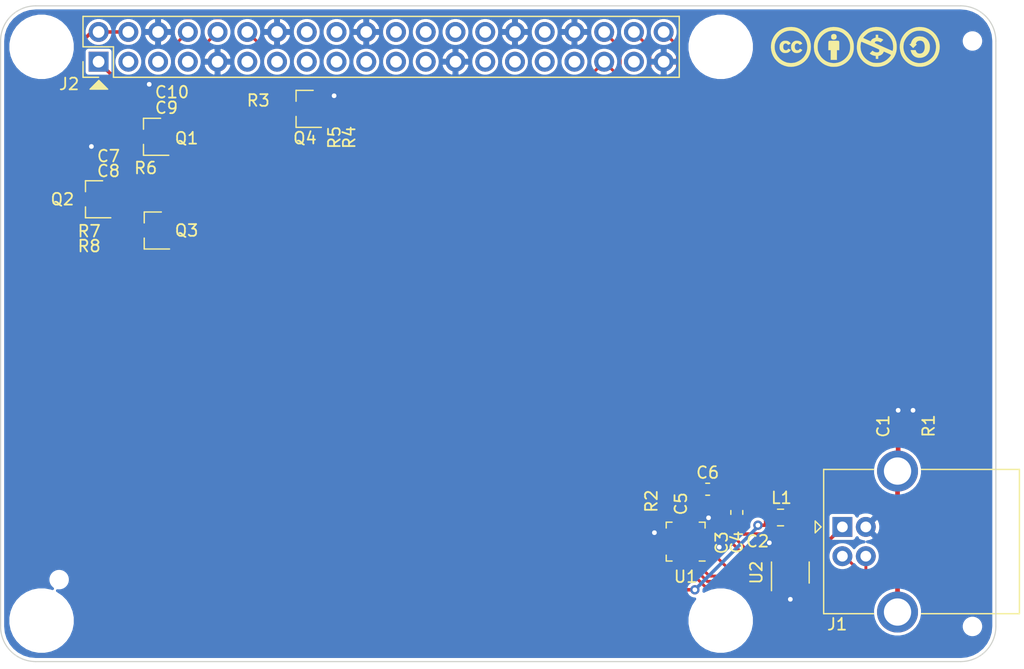
<source format=kicad_pcb>
(kicad_pcb (version 20171130) (host pcbnew "(5.1.5)-3")

  (general
    (thickness 1.6)
    (drawings 17)
    (tracks 289)
    (zones 0)
    (modules 35)
    (nets 52)
  )

  (page A4)
  (layers
    (0 F.Cu signal)
    (31 B.Cu signal)
    (32 B.Adhes user)
    (33 F.Adhes user)
    (34 B.Paste user)
    (35 F.Paste user)
    (36 B.SilkS user)
    (37 F.SilkS user)
    (38 B.Mask user)
    (39 F.Mask user)
    (40 Dwgs.User user)
    (41 Cmts.User user)
    (42 Eco1.User user)
    (43 Eco2.User user)
    (44 Edge.Cuts user)
    (45 Margin user)
    (46 B.CrtYd user)
    (47 F.CrtYd user)
    (48 B.Fab user hide)
    (49 F.Fab user hide)
  )

  (setup
    (last_trace_width 0.25)
    (trace_clearance 0.2)
    (zone_clearance 0.254)
    (zone_45_only no)
    (trace_min 0.2)
    (via_size 0.8)
    (via_drill 0.4)
    (via_min_size 0.4)
    (via_min_drill 0.3)
    (uvia_size 0.3)
    (uvia_drill 0.1)
    (uvias_allowed no)
    (uvia_min_size 0.2)
    (uvia_min_drill 0.1)
    (edge_width 0.1)
    (segment_width 0.2)
    (pcb_text_width 0.3)
    (pcb_text_size 1.5 1.5)
    (mod_edge_width 0.15)
    (mod_text_size 1 1)
    (mod_text_width 0.15)
    (pad_size 0.3 0.3)
    (pad_drill 0)
    (pad_to_mask_clearance 0.1)
    (solder_mask_min_width 0.1)
    (aux_axis_origin 80 120)
    (visible_elements 7FFFFFFF)
    (pcbplotparams
      (layerselection 0x010fc_ffffffff)
      (usegerberextensions false)
      (usegerberattributes false)
      (usegerberadvancedattributes false)
      (creategerberjobfile false)
      (excludeedgelayer true)
      (linewidth 0.100000)
      (plotframeref false)
      (viasonmask false)
      (mode 1)
      (useauxorigin true)
      (hpglpennumber 1)
      (hpglpenspeed 20)
      (hpglpendiameter 15.000000)
      (psnegative false)
      (psa4output false)
      (plotreference true)
      (plotvalue true)
      (plotinvisibletext false)
      (padsonsilk false)
      (subtractmaskfromsilk true)
      (outputformat 1)
      (mirror false)
      (drillshape 0)
      (scaleselection 1)
      (outputdirectory "Gerber/"))
  )

  (net 0 "")
  (net 1 +5V)
  (net 2 GND)
  (net 3 +3V3)
  (net 4 "Net-(J2-Pad11)")
  (net 5 /RXD)
  (net 6 /TXD)
  (net 7 "Net-(J2-Pad7)")
  (net 8 "Net-(J2-Pad5)")
  (net 9 "Net-(J2-Pad3)")
  (net 10 /PWREN)
  (net 11 /R_LED)
  (net 12 /B_LED)
  (net 13 /G_LED)
  (net 14 "Net-(U1-Pad11)")
  (net 15 "Net-(U1-Pad10)")
  (net 16 "Net-(J2-Pad37)")
  (net 17 "Net-(J2-Pad33)")
  (net 18 "Net-(J2-Pad32)")
  (net 19 "Net-(J2-Pad31)")
  (net 20 "Net-(J2-Pad29)")
  (net 21 "Net-(J2-Pad28)")
  (net 22 "Net-(J2-Pad27)")
  (net 23 "Net-(J2-Pad26)")
  (net 24 "Net-(J2-Pad24)")
  (net 25 "Net-(J2-Pad23)")
  (net 26 "Net-(J2-Pad22)")
  (net 27 "Net-(J2-Pad21)")
  (net 28 "Net-(J2-Pad19)")
  (net 29 "Net-(J2-Pad18)")
  (net 30 "Net-(J2-Pad17)")
  (net 31 "Net-(J2-Pad16)")
  (net 32 "Net-(J2-Pad15)")
  (net 33 "Net-(J2-Pad13)")
  (net 34 /D-)
  (net 35 /D+)
  (net 36 "Net-(C7-Pad1)")
  (net 37 "Net-(Q3-Pad3)")
  (net 38 "Net-(U2-Pad1)")
  (net 39 "Net-(U2-Pad6)")
  (net 40 /HM_RST_INV)
  (net 41 /HM_RST)
  (net 42 "Net-(Q4-Pad1)")
  (net 43 "Net-(U1-Pad13)")
  (net 44 "Net-(U1-Pad15)")
  (net 45 "Net-(U1-Pad16)")
  (net 46 "Net-(C1-Pad1)")
  (net 47 "Net-(C2-Pad1)")
  (net 48 "Net-(C8-Pad2)")
  (net 49 "Net-(C10-Pad1)")
  (net 50 "Net-(C9-Pad2)")
  (net 51 "Net-(R2-Pad1)")

  (net_class Default "Dies ist die voreingestellte Netzklasse."
    (clearance 0.2)
    (trace_width 0.25)
    (via_dia 0.8)
    (via_drill 0.4)
    (uvia_dia 0.3)
    (uvia_drill 0.1)
    (add_net /B_LED)
    (add_net /D+)
    (add_net /D-)
    (add_net /G_LED)
    (add_net /HM_RST)
    (add_net /HM_RST_INV)
    (add_net /PWREN)
    (add_net /RXD)
    (add_net /R_LED)
    (add_net /TXD)
    (add_net "Net-(C1-Pad1)")
    (add_net "Net-(C10-Pad1)")
    (add_net "Net-(C2-Pad1)")
    (add_net "Net-(C8-Pad2)")
    (add_net "Net-(C9-Pad2)")
    (add_net "Net-(J2-Pad11)")
    (add_net "Net-(J2-Pad13)")
    (add_net "Net-(J2-Pad15)")
    (add_net "Net-(J2-Pad16)")
    (add_net "Net-(J2-Pad17)")
    (add_net "Net-(J2-Pad18)")
    (add_net "Net-(J2-Pad19)")
    (add_net "Net-(J2-Pad21)")
    (add_net "Net-(J2-Pad22)")
    (add_net "Net-(J2-Pad23)")
    (add_net "Net-(J2-Pad24)")
    (add_net "Net-(J2-Pad26)")
    (add_net "Net-(J2-Pad27)")
    (add_net "Net-(J2-Pad28)")
    (add_net "Net-(J2-Pad29)")
    (add_net "Net-(J2-Pad3)")
    (add_net "Net-(J2-Pad31)")
    (add_net "Net-(J2-Pad32)")
    (add_net "Net-(J2-Pad33)")
    (add_net "Net-(J2-Pad37)")
    (add_net "Net-(J2-Pad5)")
    (add_net "Net-(J2-Pad7)")
    (add_net "Net-(Q3-Pad3)")
    (add_net "Net-(Q4-Pad1)")
    (add_net "Net-(R2-Pad1)")
    (add_net "Net-(U1-Pad10)")
    (add_net "Net-(U1-Pad11)")
    (add_net "Net-(U1-Pad13)")
    (add_net "Net-(U1-Pad15)")
    (add_net "Net-(U1-Pad16)")
    (add_net "Net-(U2-Pad1)")
    (add_net "Net-(U2-Pad6)")
  )

  (net_class VCC ""
    (clearance 0.2)
    (trace_width 0.3)
    (via_dia 0.8)
    (via_drill 0.4)
    (uvia_dia 0.3)
    (uvia_drill 0.1)
    (add_net +3V3)
    (add_net +5V)
    (add_net GND)
    (add_net "Net-(C7-Pad1)")
  )

  (module Package_DFN_QFN:SiliconLabs_QFN-20-1EP_3x3mm_P0.5mm (layer F.Cu) (tedit 5EA47B0C) (tstamp 5E9EE368)
    (at 138.5062 109.7534 180)
    (descr "20-Lead Plastic Quad Flat, No Lead Package - 3x3 mm Body [QFN] with corner pads; see figure 8.2 of https://www.silabs.com/documents/public/data-sheets/efm8bb1-datasheet.pdf")
    (tags "QFN 0.5")
    (path /5E988E63)
    (attr smd)
    (fp_text reference U1 (at 0 -3) (layer F.SilkS)
      (effects (font (size 1 1) (thickness 0.15)))
    )
    (fp_text value CP2102N (at 0 3) (layer F.Fab)
      (effects (font (size 1 1) (thickness 0.15)))
    )
    (fp_line (start -1.66 -1.66) (end -1.16 -1.66) (layer F.SilkS) (width 0.12))
    (fp_line (start 1.66 1.66) (end 1.66 1.16) (layer F.SilkS) (width 0.12))
    (fp_line (start 1.16 1.66) (end 1.66 1.66) (layer F.SilkS) (width 0.12))
    (fp_line (start -1.66 1.66) (end -1.66 1.16) (layer F.SilkS) (width 0.12))
    (fp_line (start -1.16 1.66) (end -1.66 1.66) (layer F.SilkS) (width 0.12))
    (fp_line (start 1.66 -1.66) (end 1.66 -1.16) (layer F.SilkS) (width 0.12))
    (fp_line (start 1.16 -1.66) (end 1.66 -1.66) (layer F.SilkS) (width 0.12))
    (fp_line (start 2.25 -2.25) (end -2.25 -2.25) (layer F.CrtYd) (width 0.05))
    (fp_line (start 2.25 2.25) (end 2.25 -2.25) (layer F.CrtYd) (width 0.05))
    (fp_line (start -2.25 2.25) (end 2.25 2.25) (layer F.CrtYd) (width 0.05))
    (fp_line (start -2.25 -2.25) (end -2.25 2.25) (layer F.CrtYd) (width 0.05))
    (fp_line (start 1.5 -1.5) (end 1.5 1.5) (layer F.Fab) (width 0.1))
    (fp_line (start -0.5 -1.5) (end 1.5 -1.5) (layer F.Fab) (width 0.1))
    (fp_line (start -1.5 -0.5) (end -0.5 -1.5) (layer F.Fab) (width 0.1))
    (fp_line (start -1.5 1.5) (end -1.5 -0.5) (layer F.Fab) (width 0.1))
    (fp_line (start 1.5 1.5) (end -1.5 1.5) (layer F.Fab) (width 0.1))
    (fp_text user %R (at 0 0) (layer F.Fab)
      (effects (font (size 0.65 0.65) (thickness 0.125)))
    )
    (pad "" smd rect (at 0.45 0.45 180) (size 0.54 0.54) (layers F.Paste))
    (pad "" smd rect (at 0.45 -0.45 180) (size 0.54 0.54) (layers F.Paste))
    (pad "" smd rect (at -0.45 0.45 180) (size 0.54 0.54) (layers F.Paste))
    (pad "" smd rect (at -0.45 -0.45 180) (size 0.54 0.54) (layers F.Paste))
    (pad 21 smd rect (at 0 0 180) (size 1.8 1.8) (layers F.Cu F.Mask)
      (net 2 GND))
    (pad 20 smd rect (at -0.75 -1.55 270) (size 0.9 0.3) (layers F.Cu F.Paste F.Mask)
      (net 13 /G_LED))
    (pad 19 smd rect (at -0.25 -1.55 270) (size 0.9 0.3) (layers F.Cu F.Paste F.Mask)
      (net 12 /B_LED))
    (pad 18 smd rect (at 0.25 -1.55 270) (size 0.9 0.3) (layers F.Cu F.Paste F.Mask)
      (net 6 /TXD))
    (pad 17 smd rect (at 0.75 -1.55 270) (size 0.9 0.3) (layers F.Cu F.Paste F.Mask)
      (net 5 /RXD))
    (pad 16 smd rect (at 1.25 -1.25 180) (size 0.3 0.3) (layers F.Cu F.Paste F.Mask)
      (net 45 "Net-(U1-Pad16)"))
    (pad 15 smd rect (at 1.55 -0.75 180) (size 0.9 0.3) (layers F.Cu F.Paste F.Mask)
      (net 44 "Net-(U1-Pad15)"))
    (pad 14 smd rect (at 1.55 -0.25 180) (size 0.9 0.3) (layers F.Cu F.Paste F.Mask)
      (net 10 /PWREN))
    (pad 13 smd rect (at 1.55 0.25 180) (size 0.9 0.3) (layers F.Cu F.Paste F.Mask)
      (net 43 "Net-(U1-Pad13)"))
    (pad 12 smd rect (at 1.55 0.75 180) (size 0.9 0.3) (layers F.Cu F.Paste F.Mask)
      (net 2 GND))
    (pad 11 smd rect (at 1.25 1.25 180) (size 0.3 0.3) (layers F.Cu F.Paste F.Mask)
      (net 14 "Net-(U1-Pad11)"))
    (pad 10 smd rect (at 0.75 1.55 270) (size 0.9 0.3) (layers F.Cu F.Paste F.Mask)
      (net 15 "Net-(U1-Pad10)"))
    (pad 9 smd rect (at 0.25 1.55 270) (size 0.9 0.3) (layers F.Cu F.Paste F.Mask)
      (net 51 "Net-(R2-Pad1)"))
    (pad 8 smd rect (at -0.25 1.55 270) (size 0.9 0.3) (layers F.Cu F.Paste F.Mask)
      (net 1 +5V))
    (pad 7 smd rect (at -0.75 1.55 270) (size 0.9 0.3) (layers F.Cu F.Paste F.Mask)
      (net 1 +5V))
    (pad 6 smd rect (at -1.25 1.25 180) (size 0.3 0.3) (layers F.Cu F.Paste F.Mask)
      (net 3 +3V3))
    (pad 5 smd rect (at -1.55 0.75 180) (size 0.9 0.3) (layers F.Cu F.Paste F.Mask)
      (net 34 /D-))
    (pad 4 smd rect (at -1.55 0.25 180) (size 0.9 0.3) (layers F.Cu F.Paste F.Mask)
      (net 35 /D+))
    (pad 3 smd rect (at -1.55 -0.25 180) (size 0.9 0.3) (layers F.Cu F.Paste F.Mask)
      (net 2 GND))
    (pad 2 smd rect (at -1.55 -0.75 180) (size 0.9 0.3) (layers F.Cu F.Paste F.Mask)
      (net 41 /HM_RST))
    (pad 1 smd rect (at -1.25 -1.25 180) (size 0.3 0.3) (layers F.Cu F.Paste F.Mask)
      (net 11 /R_LED))
    (model ${KISYS3DMOD}/Package_DFN_QFN.3dshapes/SiliconLabs_QFN-20-1EP_3x3mm_P0.5mm.wrl
      (at (xyz 0 0 0))
      (scale (xyz 1 1 1))
      (rotate (xyz 0 0 0))
    )
  )

  (module Package_TO_SOT_SMD:SOT-23-6 (layer F.Cu) (tedit 5A02FF57) (tstamp 5E6A316D)
    (at 147.447 112.395 90)
    (descr "6-pin SOT-23 package")
    (tags SOT-23-6)
    (path /5E6DAE45)
    (attr smd)
    (fp_text reference U2 (at 0 -2.9 90) (layer F.SilkS)
      (effects (font (size 1 1) (thickness 0.15)))
    )
    (fp_text value SRV05-4 (at 0 2.9 90) (layer F.Fab)
      (effects (font (size 1 1) (thickness 0.15)))
    )
    (fp_text user %R (at 0 0) (layer F.Fab)
      (effects (font (size 0.5 0.5) (thickness 0.075)))
    )
    (fp_line (start -0.9 1.61) (end 0.9 1.61) (layer F.SilkS) (width 0.12))
    (fp_line (start 0.9 -1.61) (end -1.55 -1.61) (layer F.SilkS) (width 0.12))
    (fp_line (start 1.9 -1.8) (end -1.9 -1.8) (layer F.CrtYd) (width 0.05))
    (fp_line (start 1.9 1.8) (end 1.9 -1.8) (layer F.CrtYd) (width 0.05))
    (fp_line (start -1.9 1.8) (end 1.9 1.8) (layer F.CrtYd) (width 0.05))
    (fp_line (start -1.9 -1.8) (end -1.9 1.8) (layer F.CrtYd) (width 0.05))
    (fp_line (start -0.9 -0.9) (end -0.25 -1.55) (layer F.Fab) (width 0.1))
    (fp_line (start 0.9 -1.55) (end -0.25 -1.55) (layer F.Fab) (width 0.1))
    (fp_line (start -0.9 -0.9) (end -0.9 1.55) (layer F.Fab) (width 0.1))
    (fp_line (start 0.9 1.55) (end -0.9 1.55) (layer F.Fab) (width 0.1))
    (fp_line (start 0.9 -1.55) (end 0.9 1.55) (layer F.Fab) (width 0.1))
    (pad 1 smd rect (at -1.1 -0.95 90) (size 1.06 0.65) (layers F.Cu F.Paste F.Mask)
      (net 38 "Net-(U2-Pad1)"))
    (pad 2 smd rect (at -1.1 0 90) (size 1.06 0.65) (layers F.Cu F.Paste F.Mask)
      (net 2 GND))
    (pad 3 smd rect (at -1.1 0.95 90) (size 1.06 0.65) (layers F.Cu F.Paste F.Mask)
      (net 35 /D+))
    (pad 4 smd rect (at 1.1 0.95 90) (size 1.06 0.65) (layers F.Cu F.Paste F.Mask)
      (net 34 /D-))
    (pad 6 smd rect (at 1.1 -0.95 90) (size 1.06 0.65) (layers F.Cu F.Paste F.Mask)
      (net 39 "Net-(U2-Pad6)"))
    (pad 5 smd rect (at 1.1 0 90) (size 1.06 0.65) (layers F.Cu F.Paste F.Mask)
      (net 47 "Net-(C2-Pad1)"))
    (model ${KISYS3DMOD}/Package_TO_SOT_SMD.3dshapes/SOT-23-6.wrl
      (at (xyz 0 0 0))
      (scale (xyz 1 1 1))
      (rotate (xyz 0 0 0))
    )
  )

  (module "Homebrew:JLCPCB Tooling Hole" (layer F.Cu) (tedit 5DDEEA14) (tstamp 5E68240F)
    (at 85 113)
    (fp_text reference "#TH3" (at -0.0336 0.04) (layer F.SilkS) hide
      (effects (font (size 1 1) (thickness 0.15)))
    )
    (fp_text value "JLCPCB Tooling Hole" (at 0 -0.5) (layer F.Fab)
      (effects (font (size 1 1) (thickness 0.15)))
    )
    (pad "" np_thru_hole circle (at 0 0) (size 1.152 1.152) (drill 1.152) (layers *.Cu *.Mask)
      (solder_mask_margin 0.074) (clearance 0.124))
  )

  (module Connector_PinHeader_2.54mm:PinHeader_2x20_P2.54mm_Vertical (layer F.Cu) (tedit 59FED5CC) (tstamp 5D9F857F)
    (at 88.37 68.77 90)
    (descr "Through hole straight pin header, 2x20, 2.54mm pitch, double rows")
    (tags "Through hole pin header THT 2x20 2.54mm double row")
    (path /5BDDBF54)
    (fp_text reference J2 (at -1.9055 -2.518) (layer F.SilkS)
      (effects (font (size 1 1) (thickness 0.15)))
    )
    (fp_text value Conn_02x20_Odd_Even (at 1.27 50.59 90) (layer F.Fab)
      (effects (font (size 1 1) (thickness 0.15)))
    )
    (fp_line (start 0 -1.27) (end 3.81 -1.27) (layer F.Fab) (width 0.1))
    (fp_line (start 3.81 -1.27) (end 3.81 49.53) (layer F.Fab) (width 0.1))
    (fp_line (start 3.81 49.53) (end -1.27 49.53) (layer F.Fab) (width 0.1))
    (fp_line (start -1.27 49.53) (end -1.27 0) (layer F.Fab) (width 0.1))
    (fp_line (start -1.27 0) (end 0 -1.27) (layer F.Fab) (width 0.1))
    (fp_line (start -1.33 49.59) (end 3.87 49.59) (layer F.SilkS) (width 0.12))
    (fp_line (start -1.33 1.27) (end -1.33 49.59) (layer F.SilkS) (width 0.12))
    (fp_line (start 3.87 -1.33) (end 3.87 49.59) (layer F.SilkS) (width 0.12))
    (fp_line (start -1.33 1.27) (end 1.27 1.27) (layer F.SilkS) (width 0.12))
    (fp_line (start 1.27 1.27) (end 1.27 -1.33) (layer F.SilkS) (width 0.12))
    (fp_line (start 1.27 -1.33) (end 3.87 -1.33) (layer F.SilkS) (width 0.12))
    (fp_line (start -1.33 0) (end -1.33 -1.33) (layer F.SilkS) (width 0.12))
    (fp_line (start -1.33 -1.33) (end 0 -1.33) (layer F.SilkS) (width 0.12))
    (fp_line (start -1.8 -1.8) (end -1.8 50.05) (layer F.CrtYd) (width 0.05))
    (fp_line (start -1.8 50.05) (end 4.35 50.05) (layer F.CrtYd) (width 0.05))
    (fp_line (start 4.35 50.05) (end 4.35 -1.8) (layer F.CrtYd) (width 0.05))
    (fp_line (start 4.35 -1.8) (end -1.8 -1.8) (layer F.CrtYd) (width 0.05))
    (fp_text user %R (at 1.27 24.13) (layer F.Fab)
      (effects (font (size 1 1) (thickness 0.15)))
    )
    (pad 1 thru_hole rect (at 0 0 90) (size 1.7 1.7) (drill 1) (layers *.Cu *.Mask)
      (net 49 "Net-(C10-Pad1)"))
    (pad 2 thru_hole oval (at 2.54 0 90) (size 1.7 1.7) (drill 1) (layers *.Cu *.Mask)
      (net 36 "Net-(C7-Pad1)"))
    (pad 3 thru_hole oval (at 0 2.54 90) (size 1.7 1.7) (drill 1) (layers *.Cu *.Mask)
      (net 9 "Net-(J2-Pad3)"))
    (pad 4 thru_hole oval (at 2.54 2.54 90) (size 1.7 1.7) (drill 1) (layers *.Cu *.Mask)
      (net 36 "Net-(C7-Pad1)"))
    (pad 5 thru_hole oval (at 0 5.08 90) (size 1.7 1.7) (drill 1) (layers *.Cu *.Mask)
      (net 8 "Net-(J2-Pad5)"))
    (pad 6 thru_hole oval (at 2.54 5.08 90) (size 1.7 1.7) (drill 1) (layers *.Cu *.Mask)
      (net 2 GND))
    (pad 7 thru_hole oval (at 0 7.62 90) (size 1.7 1.7) (drill 1) (layers *.Cu *.Mask)
      (net 7 "Net-(J2-Pad7)"))
    (pad 8 thru_hole oval (at 2.54 7.62 90) (size 1.7 1.7) (drill 1) (layers *.Cu *.Mask)
      (net 6 /TXD))
    (pad 9 thru_hole oval (at 0 10.16 90) (size 1.7 1.7) (drill 1) (layers *.Cu *.Mask)
      (net 2 GND))
    (pad 10 thru_hole oval (at 2.54 10.16 90) (size 1.7 1.7) (drill 1) (layers *.Cu *.Mask)
      (net 5 /RXD))
    (pad 11 thru_hole oval (at 0 12.7 90) (size 1.7 1.7) (drill 1) (layers *.Cu *.Mask)
      (net 4 "Net-(J2-Pad11)"))
    (pad 12 thru_hole oval (at 2.54 12.7 90) (size 1.7 1.7) (drill 1) (layers *.Cu *.Mask)
      (net 40 /HM_RST_INV))
    (pad 13 thru_hole oval (at 0 15.24 90) (size 1.7 1.7) (drill 1) (layers *.Cu *.Mask)
      (net 33 "Net-(J2-Pad13)"))
    (pad 14 thru_hole oval (at 2.54 15.24 90) (size 1.7 1.7) (drill 1) (layers *.Cu *.Mask)
      (net 2 GND))
    (pad 15 thru_hole oval (at 0 17.78 90) (size 1.7 1.7) (drill 1) (layers *.Cu *.Mask)
      (net 32 "Net-(J2-Pad15)"))
    (pad 16 thru_hole oval (at 2.54 17.78 90) (size 1.7 1.7) (drill 1) (layers *.Cu *.Mask)
      (net 31 "Net-(J2-Pad16)"))
    (pad 17 thru_hole oval (at 0 20.32 90) (size 1.7 1.7) (drill 1) (layers *.Cu *.Mask)
      (net 30 "Net-(J2-Pad17)"))
    (pad 18 thru_hole oval (at 2.54 20.32 90) (size 1.7 1.7) (drill 1) (layers *.Cu *.Mask)
      (net 29 "Net-(J2-Pad18)"))
    (pad 19 thru_hole oval (at 0 22.86 90) (size 1.7 1.7) (drill 1) (layers *.Cu *.Mask)
      (net 28 "Net-(J2-Pad19)"))
    (pad 20 thru_hole oval (at 2.54 22.86 90) (size 1.7 1.7) (drill 1) (layers *.Cu *.Mask)
      (net 2 GND))
    (pad 21 thru_hole oval (at 0 25.4 90) (size 1.7 1.7) (drill 1) (layers *.Cu *.Mask)
      (net 27 "Net-(J2-Pad21)"))
    (pad 22 thru_hole oval (at 2.54 25.4 90) (size 1.7 1.7) (drill 1) (layers *.Cu *.Mask)
      (net 26 "Net-(J2-Pad22)"))
    (pad 23 thru_hole oval (at 0 27.94 90) (size 1.7 1.7) (drill 1) (layers *.Cu *.Mask)
      (net 25 "Net-(J2-Pad23)"))
    (pad 24 thru_hole oval (at 2.54 27.94 90) (size 1.7 1.7) (drill 1) (layers *.Cu *.Mask)
      (net 24 "Net-(J2-Pad24)"))
    (pad 25 thru_hole oval (at 0 30.48 90) (size 1.7 1.7) (drill 1) (layers *.Cu *.Mask)
      (net 2 GND))
    (pad 26 thru_hole oval (at 2.54 30.48 90) (size 1.7 1.7) (drill 1) (layers *.Cu *.Mask)
      (net 23 "Net-(J2-Pad26)"))
    (pad 27 thru_hole oval (at 0 33.02 90) (size 1.7 1.7) (drill 1) (layers *.Cu *.Mask)
      (net 22 "Net-(J2-Pad27)"))
    (pad 28 thru_hole oval (at 2.54 33.02 90) (size 1.7 1.7) (drill 1) (layers *.Cu *.Mask)
      (net 21 "Net-(J2-Pad28)"))
    (pad 29 thru_hole oval (at 0 35.56 90) (size 1.7 1.7) (drill 1) (layers *.Cu *.Mask)
      (net 20 "Net-(J2-Pad29)"))
    (pad 30 thru_hole oval (at 2.54 35.56 90) (size 1.7 1.7) (drill 1) (layers *.Cu *.Mask)
      (net 2 GND))
    (pad 31 thru_hole oval (at 0 38.1 90) (size 1.7 1.7) (drill 1) (layers *.Cu *.Mask)
      (net 19 "Net-(J2-Pad31)"))
    (pad 32 thru_hole oval (at 2.54 38.1 90) (size 1.7 1.7) (drill 1) (layers *.Cu *.Mask)
      (net 18 "Net-(J2-Pad32)"))
    (pad 33 thru_hole oval (at 0 40.64 90) (size 1.7 1.7) (drill 1) (layers *.Cu *.Mask)
      (net 17 "Net-(J2-Pad33)"))
    (pad 34 thru_hole oval (at 2.54 40.64 90) (size 1.7 1.7) (drill 1) (layers *.Cu *.Mask)
      (net 2 GND))
    (pad 35 thru_hole oval (at 0 43.18 90) (size 1.7 1.7) (drill 1) (layers *.Cu *.Mask)
      (net 41 /HM_RST))
    (pad 36 thru_hole oval (at 2.54 43.18 90) (size 1.7 1.7) (drill 1) (layers *.Cu *.Mask)
      (net 11 /R_LED))
    (pad 37 thru_hole oval (at 0 45.72 90) (size 1.7 1.7) (drill 1) (layers *.Cu *.Mask)
      (net 16 "Net-(J2-Pad37)"))
    (pad 38 thru_hole oval (at 2.54 45.72 90) (size 1.7 1.7) (drill 1) (layers *.Cu *.Mask)
      (net 13 /G_LED))
    (pad 39 thru_hole oval (at 0 48.26 90) (size 1.7 1.7) (drill 1) (layers *.Cu *.Mask)
      (net 2 GND))
    (pad 40 thru_hole oval (at 2.54 48.26 90) (size 1.7 1.7) (drill 1) (layers *.Cu *.Mask)
      (net 12 /B_LED))
    (model ${KISYS3DMOD}/Connector_PinHeader_2.54mm.3dshapes/PinHeader_2x20_P2.54mm_Vertical.wrl
      (at (xyz 0 0 0))
      (scale (xyz 1 1 1))
      (rotate (xyz 0 0 0))
    )
  )

  (module Homebrew:MountingHole_M2.5 (layer F.Cu) (tedit 5DF86070) (tstamp 5D83C34B)
    (at 141.5 116.5)
    (descr "Mounting Hole 2.7mm, no annular, M2.5, ISO7380")
    (tags "mounting hole 2.7mm no annular m2.5 iso7380")
    (attr virtual)
    (fp_text reference "#MH3" (at 0 -3.7) (layer F.SilkS) hide
      (effects (font (size 1 1) (thickness 0.15)))
    )
    (fp_text value MountingHole_M2.5 (at 0 3.7) (layer F.Fab)
      (effects (font (size 1 1) (thickness 0.15)))
    )
    (fp_circle (center 0 0) (end 2.5 0) (layer F.CrtYd) (width 0.05))
    (fp_circle (center 0 0) (end 2.25 0) (layer Cmts.User) (width 0.15))
    (fp_text user %R (at 0.3 0) (layer F.Fab)
      (effects (font (size 1 1) (thickness 0.15)))
    )
    (pad "" np_thru_hole circle (at 0 0) (size 2.7 2.7) (drill 2.7) (layers *.Cu *.Mask)
      (solder_mask_margin 1.3) (clearance 1.4))
  )

  (module Homebrew:MountingHole_M2.5 (layer F.Cu) (tedit 5DF86070) (tstamp 5D83C2F3)
    (at 141.5 67.5)
    (descr "Mounting Hole 2.7mm, no annular, M2.5, ISO7380")
    (tags "mounting hole 2.7mm no annular m2.5 iso7380")
    (attr virtual)
    (fp_text reference "#MH4" (at 0 -3.7) (layer F.SilkS) hide
      (effects (font (size 1 1) (thickness 0.15)))
    )
    (fp_text value MountingHole_M2.5 (at 0 3.7) (layer F.Fab)
      (effects (font (size 1 1) (thickness 0.15)))
    )
    (fp_circle (center 0 0) (end 2.5 0) (layer F.CrtYd) (width 0.05))
    (fp_circle (center 0 0) (end 2.25 0) (layer Cmts.User) (width 0.15))
    (fp_text user %R (at 0.3 0) (layer F.Fab)
      (effects (font (size 1 1) (thickness 0.15)))
    )
    (pad "" np_thru_hole circle (at 0 0) (size 2.7 2.7) (drill 2.7) (layers *.Cu *.Mask)
      (solder_mask_margin 1.3) (clearance 1.4))
  )

  (module Homebrew:MountingHole_M2.5 (layer F.Cu) (tedit 5DF86070) (tstamp 5D83C21D)
    (at 83.5 67.5)
    (descr "Mounting Hole 2.7mm, no annular, M2.5, ISO7380")
    (tags "mounting hole 2.7mm no annular m2.5 iso7380")
    (attr virtual)
    (fp_text reference "#MH1" (at 0 -3.7) (layer F.SilkS) hide
      (effects (font (size 1 1) (thickness 0.15)))
    )
    (fp_text value MountingHole_M2.5 (at 0 3.7) (layer F.Fab)
      (effects (font (size 1 1) (thickness 0.15)))
    )
    (fp_circle (center 0 0) (end 2.5 0) (layer F.CrtYd) (width 0.05))
    (fp_circle (center 0 0) (end 2.25 0) (layer Cmts.User) (width 0.15))
    (fp_text user %R (at 0.3 0) (layer F.Fab)
      (effects (font (size 1 1) (thickness 0.15)))
    )
    (pad "" np_thru_hole circle (at 0 0) (size 2.7 2.7) (drill 2.7) (layers *.Cu *.Mask)
      (solder_mask_margin 1.3) (clearance 1.4))
  )

  (module Homebrew:MountingHole_M2.5 (layer F.Cu) (tedit 5DF86070) (tstamp 5D83C2B7)
    (at 83.5 116.5)
    (descr "Mounting Hole 2.7mm, no annular, M2.5, ISO7380")
    (tags "mounting hole 2.7mm no annular m2.5 iso7380")
    (attr virtual)
    (fp_text reference "#MH2" (at -0.5 3.5) (layer F.SilkS) hide
      (effects (font (size 1 1) (thickness 0.15)))
    )
    (fp_text value MountingHole_M2.5 (at 0 3.7) (layer F.Fab)
      (effects (font (size 1 1) (thickness 0.15)))
    )
    (fp_circle (center 0 0) (end 2.5 0) (layer F.CrtYd) (width 0.05))
    (fp_circle (center 0 0) (end 2.25 0) (layer Cmts.User) (width 0.15))
    (fp_text user %R (at 0.3 0) (layer F.Fab)
      (effects (font (size 1 1) (thickness 0.15)))
    )
    (pad "" np_thru_hole circle (at 0 0) (size 2.7 2.7) (drill 2.7) (layers *.Cu *.Mask)
      (solder_mask_margin 1.3) (clearance 1.4))
  )

  (module "Homebrew:JLCPCB Tooling Hole" (layer F.Cu) (tedit 5DDEEA14) (tstamp 5DDEEB7C)
    (at 163 117)
    (fp_text reference "#TH2" (at 0.0172 -0.0076) (layer F.SilkS) hide
      (effects (font (size 1 1) (thickness 0.15)))
    )
    (fp_text value "JLCPCB Tooling Hole" (at 0 -0.5) (layer F.Fab)
      (effects (font (size 1 1) (thickness 0.15)))
    )
    (pad "" np_thru_hole circle (at 0 0) (size 1.152 1.152) (drill 1.152) (layers *.Cu *.Mask)
      (solder_mask_margin 0.074) (clearance 0.124))
  )

  (module "Homebrew:JLCPCB Tooling Hole" (layer F.Cu) (tedit 5DDEEA14) (tstamp 5DD952D1)
    (at 163 67)
    (fp_text reference "#TH1" (at -0.0336 0.04) (layer F.SilkS) hide
      (effects (font (size 1 1) (thickness 0.15)))
    )
    (fp_text value "JLCPCB Tooling Hole" (at 0 -0.5) (layer F.Fab)
      (effects (font (size 1 1) (thickness 0.15)))
    )
    (pad "" np_thru_hole circle (at 0 0) (size 1.152 1.152) (drill 1.152) (layers *.Cu *.Mask)
      (solder_mask_margin 0.074) (clearance 0.124))
  )

  (module Homebrew:CC-BY-ND-SA (layer F.Cu) (tedit 0) (tstamp 5DCA2802)
    (at 152.9842 67.4878)
    (fp_text reference "#CC_LOGO" (at 0 0) (layer F.SilkS) hide
      (effects (font (size 1.524 1.524) (thickness 0.3)))
    )
    (fp_text value LOGO (at 0.75 0) (layer F.SilkS) hide
      (effects (font (size 1.524 1.524) (thickness 0.3)))
    )
    (fp_poly (pts (xy 5.631663 -0.869092) (xy 5.756036 -0.849657) (xy 5.808844 -0.835608) (xy 5.958363 -0.770394)
      (xy 6.089457 -0.675837) (xy 6.199517 -0.555252) (xy 6.285937 -0.411952) (xy 6.346109 -0.249251)
      (xy 6.371997 -0.119868) (xy 6.382633 0.074657) (xy 6.361671 0.257556) (xy 6.30983 0.425875)
      (xy 6.227827 0.576658) (xy 6.190782 0.626424) (xy 6.067105 0.752147) (xy 5.923981 0.84844)
      (xy 5.76494 0.913961) (xy 5.593512 0.947365) (xy 5.413228 0.947307) (xy 5.363715 0.941412)
      (xy 5.210463 0.901754) (xy 5.07216 0.831164) (xy 4.952761 0.733294) (xy 4.856223 0.611792)
      (xy 4.786504 0.470308) (xy 4.76108 0.385536) (xy 4.738558 0.290286) (xy 5.166406 0.290286)
      (xy 5.186431 0.36981) (xy 5.221372 0.44617) (xy 5.280267 0.514618) (xy 5.351973 0.56355)
      (xy 5.384225 0.575773) (xy 5.429607 0.583324) (xy 5.494601 0.588232) (xy 5.54443 0.589337)
      (xy 5.653061 0.574945) (xy 5.743656 0.530985) (xy 5.819732 0.455288) (xy 5.858714 0.395772)
      (xy 5.906243 0.285879) (xy 5.934892 0.161405) (xy 5.945233 0.02991) (xy 5.937837 -0.101048)
      (xy 5.913276 -0.223909) (xy 5.872121 -0.331115) (xy 5.814946 -0.415105) (xy 5.795987 -0.433571)
      (xy 5.706483 -0.489204) (xy 5.600325 -0.518149) (xy 5.48637 -0.519526) (xy 5.373472 -0.492452)
      (xy 5.341462 -0.478806) (xy 5.280718 -0.435252) (xy 5.227647 -0.371815) (xy 5.192726 -0.302371)
      (xy 5.18568 -0.272521) (xy 5.188127 -0.238198) (xy 5.214096 -0.221725) (xy 5.230231 -0.218092)
      (xy 5.249984 -0.213251) (xy 5.258418 -0.204984) (xy 5.252666 -0.188932) (xy 5.229859 -0.160738)
      (xy 5.187131 -0.116041) (xy 5.121614 -0.050484) (xy 5.116838 -0.045735) (xy 4.953 0.117172)
      (xy 4.78912 -0.045735) (xy 4.625239 -0.208643) (xy 4.684798 -0.217714) (xy 4.72315 -0.227831)
      (xy 4.746464 -0.250297) (xy 4.764522 -0.295733) (xy 4.768339 -0.308429) (xy 4.831988 -0.475308)
      (xy 4.916613 -0.61287) (xy 5.022946 -0.72191) (xy 5.151719 -0.803223) (xy 5.263314 -0.846445)
      (xy 5.371321 -0.867763) (xy 5.498764 -0.875219) (xy 5.631663 -0.869092)) (layer F.SilkS) (width 0.01))
    (fp_poly (pts (xy -1.758829 -1.081206) (xy -1.681066 -1.051401) (xy -1.644833 -1.023028) (xy -1.602485 -0.957461)
      (xy -1.58392 -0.876987) (xy -1.588425 -0.792509) (xy -1.615287 -0.714933) (xy -1.663794 -0.655164)
      (xy -1.669155 -0.651061) (xy -1.734456 -0.620972) (xy -1.816263 -0.607523) (xy -1.897774 -0.612956)
      (xy -1.917466 -0.617925) (xy -1.983336 -0.650778) (xy -2.025596 -0.704563) (xy -2.046664 -0.783464)
      (xy -2.050143 -0.847485) (xy -2.048325 -0.914308) (xy -2.040276 -0.957618) (xy -2.022101 -0.990111)
      (xy -1.998444 -1.016061) (xy -1.928279 -1.063325) (xy -1.844821 -1.08511) (xy -1.758829 -1.081206)) (layer F.SilkS) (width 0.01))
    (fp_poly (pts (xy -1.684775 -0.507665) (xy -1.582561 -0.506458) (xy -1.507467 -0.504075) (xy -1.454911 -0.500211)
      (xy -1.420315 -0.494563) (xy -1.399096 -0.486826) (xy -1.389225 -0.47949) (xy -1.379373 -0.464706)
      (xy -1.37202 -0.4396) (xy -1.366826 -0.399396) (xy -1.363449 -0.339319) (xy -1.361547 -0.254593)
      (xy -1.36078 -0.140441) (xy -1.360715 -0.080347) (xy -1.360715 0.290286) (xy -1.560286 0.290286)
      (xy -1.560286 1.124857) (xy -2.086429 1.124857) (xy -2.086429 0.290286) (xy -2.286 0.290286)
      (xy -2.286 -0.078831) (xy -2.285741 -0.204694) (xy -2.284688 -0.299273) (xy -2.282423 -0.367566)
      (xy -2.278533 -0.414571) (xy -2.272602 -0.445289) (xy -2.264213 -0.464717) (xy -2.252952 -0.477856)
      (xy -2.252822 -0.477974) (xy -2.237759 -0.487929) (xy -2.214354 -0.495451) (xy -2.17789 -0.500868)
      (xy -2.123652 -0.504505) (xy -2.046921 -0.506688) (xy -1.942983 -0.507744) (xy -1.818689 -0.508)
      (xy -1.684775 -0.507665)) (layer F.SilkS) (width 0.01))
    (fp_poly (pts (xy -4.925138 -0.505796) (xy -4.81855 -0.491246) (xy -4.726924 -0.463993) (xy -4.693669 -0.447651)
      (xy -4.639115 -0.409823) (xy -4.588988 -0.365166) (xy -4.550081 -0.321093) (xy -4.529184 -0.285019)
      (xy -4.529165 -0.268063) (xy -4.549131 -0.252659) (xy -4.592001 -0.22733) (xy -4.641358 -0.20123)
      (xy -4.744357 -0.149271) (xy -4.777776 -0.193653) (xy -4.817814 -0.232366) (xy -4.869336 -0.265727)
      (xy -4.872397 -0.267221) (xy -4.947499 -0.28463) (xy -5.023094 -0.271287) (xy -5.087866 -0.230532)
      (xy -5.116265 -0.195244) (xy -5.152204 -0.107439) (xy -5.165591 -0.007448) (xy -5.157294 0.093932)
      (xy -5.128182 0.185902) (xy -5.079925 0.256867) (xy -5.0414 0.288969) (xy -4.999968 0.304281)
      (xy -4.939733 0.308413) (xy -4.93386 0.308429) (xy -4.874027 0.305564) (xy -4.833513 0.292248)
      (xy -4.795506 0.2614) (xy -4.777066 0.242382) (xy -4.714776 0.176335) (xy -4.624054 0.218826)
      (xy -4.57219 0.244896) (xy -4.535268 0.266765) (xy -4.524183 0.276124) (xy -4.527781 0.301789)
      (xy -4.554432 0.341255) (xy -4.597453 0.387528) (xy -4.650161 0.433616) (xy -4.705872 0.472524)
      (xy -4.719126 0.480114) (xy -4.824046 0.520178) (xy -4.944788 0.539238) (xy -5.06673 0.536033)
      (xy -5.152572 0.517493) (xy -5.26254 0.463284) (xy -5.353645 0.37893) (xy -5.418378 0.277249)
      (xy -5.44427 0.218917) (xy -5.459545 0.165976) (xy -5.466834 0.104803) (xy -5.468772 0.021776)
      (xy -5.468776 0.016534) (xy -5.467255 -0.066199) (xy -5.460852 -0.126179) (xy -5.446806 -0.176873)
      (xy -5.422354 -0.231753) (xy -5.414807 -0.246699) (xy -5.344396 -0.350781) (xy -5.253868 -0.432217)
      (xy -5.150323 -0.484924) (xy -5.12913 -0.49136) (xy -5.03317 -0.506286) (xy -4.925138 -0.505796)) (layer F.SilkS) (width 0.01))
    (fp_poly (pts (xy -5.843953 -0.500439) (xy -5.757446 -0.482839) (xy -5.749031 -0.480035) (xy -5.700535 -0.455967)
      (xy -5.644831 -0.418203) (xy -5.590408 -0.373943) (xy -5.545751 -0.33039) (xy -5.519348 -0.294746)
      (xy -5.515644 -0.281973) (xy -5.53052 -0.264326) (xy -5.569301 -0.236276) (xy -5.623252 -0.204088)
      (xy -5.730645 -0.145104) (xy -5.769091 -0.199097) (xy -5.828835 -0.254083) (xy -5.904 -0.280239)
      (xy -5.984781 -0.27482) (xy -6.009283 -0.266361) (xy -6.072088 -0.228314) (xy -6.113801 -0.172277)
      (xy -6.13806 -0.091943) (xy -6.14572 -0.029835) (xy -6.145108 0.086167) (xy -6.121607 0.177082)
      (xy -6.074001 0.246926) (xy -6.057111 0.262478) (xy -5.991622 0.298108) (xy -5.916913 0.309361)
      (xy -5.843584 0.297538) (xy -5.782234 0.263942) (xy -5.750213 0.224782) (xy -5.728724 0.194672)
      (xy -5.701887 0.184365) (xy -5.662118 0.194242) (xy -5.601833 0.224686) (xy -5.587104 0.233015)
      (xy -5.49678 0.284602) (xy -5.571814 0.369845) (xy -5.658971 0.452843) (xy -5.751414 0.505228)
      (xy -5.859562 0.531957) (xy -5.923643 0.537288) (xy -5.996805 0.538034) (xy -6.063044 0.534665)
      (xy -6.105072 0.528499) (xy -6.218229 0.481018) (xy -6.316183 0.404686) (xy -6.391717 0.306046)
      (xy -6.422688 0.240452) (xy -6.45238 0.117926) (xy -6.458053 -0.016497) (xy -6.439748 -0.147547)
      (xy -6.421555 -0.207195) (xy -6.373897 -0.296042) (xy -6.303931 -0.37868) (xy -6.221605 -0.445362)
      (xy -6.136867 -0.486341) (xy -6.136564 -0.486432) (xy -6.049851 -0.502506) (xy -5.946868 -0.507085)
      (xy -5.843953 -0.500439)) (layer F.SilkS) (width 0.01))
    (fp_poly (pts (xy 5.670842 -1.677935) (xy 5.915989 -1.63849) (xy 6.050643 -1.601909) (xy 6.269262 -1.514938)
      (xy 6.474607 -1.395684) (xy 6.663296 -1.246777) (xy 6.831945 -1.070844) (xy 6.962883 -0.892993)
      (xy 7.071921 -0.691595) (xy 7.150769 -0.474874) (xy 7.199461 -0.247583) (xy 7.218029 -0.014479)
      (xy 7.206508 0.219682) (xy 7.164931 0.450144) (xy 7.09333 0.672153) (xy 6.99174 0.880951)
      (xy 6.949976 0.948698) (xy 6.811165 1.129568) (xy 6.644386 1.293309) (xy 6.455571 1.435725)
      (xy 6.250655 1.552615) (xy 6.035573 1.639782) (xy 5.930782 1.669753) (xy 5.763154 1.700578)
      (xy 5.581777 1.715724) (xy 5.400261 1.714879) (xy 5.232217 1.697733) (xy 5.17534 1.687012)
      (xy 4.941487 1.621211) (xy 4.729088 1.529022) (xy 4.533181 1.407644) (xy 4.348806 1.254278)
      (xy 4.270165 1.176054) (xy 4.111735 0.985678) (xy 3.986368 0.780431) (xy 3.894291 0.560879)
      (xy 3.83573 0.327589) (xy 3.810911 0.08113) (xy 3.81 0.02224) (xy 3.810835 0.007953)
      (xy 4.121254 0.007953) (xy 4.124758 0.146854) (xy 4.13872 0.270671) (xy 4.144659 0.301355)
      (xy 4.206645 0.50465) (xy 4.299913 0.695355) (xy 4.420897 0.8702) (xy 4.566033 1.025918)
      (xy 4.731755 1.159241) (xy 4.914498 1.2669) (xy 5.110698 1.345626) (xy 5.316789 1.392153)
      (xy 5.337499 1.394872) (xy 5.49535 1.403679) (xy 5.664778 1.395219) (xy 5.826203 1.370751)
      (xy 5.869071 1.360751) (xy 6.056878 1.295399) (xy 6.239622 1.198982) (xy 6.410435 1.076679)
      (xy 6.562449 0.933665) (xy 6.688794 0.775117) (xy 6.727552 0.713739) (xy 6.813562 0.533659)
      (xy 6.872816 0.335649) (xy 6.904311 0.127345) (xy 6.907043 -0.083619) (xy 6.880007 -0.28961)
      (xy 6.866866 -0.345744) (xy 6.799893 -0.535577) (xy 6.701334 -0.717408) (xy 6.575816 -0.885598)
      (xy 6.42796 -1.034507) (xy 6.262392 -1.158496) (xy 6.147519 -1.223027) (xy 6.017285 -1.282756)
      (xy 5.90246 -1.32426) (xy 5.790443 -1.350436) (xy 5.668632 -1.364183) (xy 5.524424 -1.3684)
      (xy 5.515428 -1.368413) (xy 5.338795 -1.361192) (xy 5.184248 -1.337577) (xy 5.040251 -1.29482)
      (xy 4.895269 -1.230173) (xy 4.862285 -1.212842) (xy 4.682817 -1.096421) (xy 4.520049 -0.951294)
      (xy 4.378505 -0.782938) (xy 4.262708 -0.596828) (xy 4.17718 -0.398441) (xy 4.168965 -0.373438)
      (xy 4.143811 -0.264774) (xy 4.127756 -0.133449) (xy 4.121254 0.007953) (xy 3.810835 0.007953)
      (xy 3.824302 -0.222432) (xy 3.868255 -0.448631) (xy 3.94343 -0.660866) (xy 4.051396 -0.863645)
      (xy 4.182697 -1.047804) (xy 4.349783 -1.228665) (xy 4.537058 -1.380734) (xy 4.741512 -1.503119)
      (xy 4.960129 -1.594925) (xy 5.189899 -1.655259) (xy 5.427807 -1.683227) (xy 5.670842 -1.677935)) (layer F.SilkS) (width 0.01))
    (fp_poly (pts (xy 2.004497 -1.677952) (xy 2.239964 -1.640843) (xy 2.466241 -1.573957) (xy 2.677838 -1.477988)
      (xy 2.781126 -1.416245) (xy 2.980099 -1.265197) (xy 3.152477 -1.090769) (xy 3.296565 -0.895326)
      (xy 3.41067 -0.681233) (xy 3.493097 -0.450855) (xy 3.504902 -0.405983) (xy 3.530828 -0.262819)
      (xy 3.544851 -0.098346) (xy 3.546966 0.074642) (xy 3.53717 0.24335) (xy 3.515455 0.394984)
      (xy 3.505228 0.440896) (xy 3.435023 0.661014) (xy 3.337718 0.86115) (xy 3.210384 1.046302)
      (xy 3.050096 1.221468) (xy 3.045444 1.225952) (xy 2.879178 1.371149) (xy 2.711865 1.486251)
      (xy 2.534883 1.576649) (xy 2.404276 1.626876) (xy 2.175011 1.687526) (xy 1.937941 1.717256)
      (xy 1.701738 1.715379) (xy 1.542143 1.695) (xy 1.316831 1.636381) (xy 1.100807 1.54555)
      (xy 0.897824 1.425774) (xy 0.711631 1.280321) (xy 0.54598 1.112458) (xy 0.404622 0.925453)
      (xy 0.291308 0.722574) (xy 0.221183 0.544286) (xy 0.187458 0.42911) (xy 0.16476 0.32333)
      (xy 0.151773 0.215805) (xy 0.147183 0.09539) (xy 0.148609 0.012653) (xy 0.453886 0.012653)
      (xy 0.462432 0.189028) (xy 0.489328 0.345411) (xy 0.537478 0.494643) (xy 0.588379 0.607786)
      (xy 0.705747 0.806105) (xy 0.847631 0.977745) (xy 1.014726 1.123399) (xy 1.207726 1.243761)
      (xy 1.244985 1.262654) (xy 1.356604 1.313919) (xy 1.456625 1.350444) (xy 1.555093 1.37419)
      (xy 1.662052 1.387115) (xy 1.787548 1.391182) (xy 1.895928 1.389701) (xy 2.011783 1.385462)
      (xy 2.100421 1.378873) (xy 2.170889 1.368794) (xy 2.232236 1.354087) (xy 2.267465 1.342897)
      (xy 2.432452 1.278043) (xy 2.575614 1.201601) (xy 2.708674 1.106262) (xy 2.843352 0.984717)
      (xy 2.846005 0.982105) (xy 2.924337 0.900668) (xy 2.987461 0.826668) (xy 3.032432 0.764215)
      (xy 3.056307 0.717421) (xy 3.056142 0.690396) (xy 3.055431 0.689619) (xy 3.03471 0.677732)
      (xy 2.987457 0.654544) (xy 2.920282 0.623012) (xy 2.839792 0.586097) (xy 2.752595 0.546758)
      (xy 2.6653 0.507955) (xy 2.584516 0.472646) (xy 2.516849 0.443792) (xy 2.468909 0.424352)
      (xy 2.447347 0.417286) (xy 2.433463 0.432531) (xy 2.416458 0.469726) (xy 2.4147 0.474635)
      (xy 2.361869 0.573238) (xy 2.279408 0.658617) (xy 2.172931 0.726175) (xy 2.054208 0.769775)
      (xy 1.9685 0.791694) (xy 1.966376 0.917454) (xy 1.964253 1.043214) (xy 1.768928 1.043214)
      (xy 1.758358 0.78466) (xy 1.651666 0.772589) (xy 1.556675 0.75144) (xy 1.45191 0.711814)
      (xy 1.353461 0.660683) (xy 1.289366 0.615597) (xy 1.245231 0.578461) (xy 1.365851 0.457841)
      (xy 1.486471 0.337222) (xy 1.52814 0.376367) (xy 1.599844 0.42682) (xy 1.688433 0.464262)
      (xy 1.784297 0.487079) (xy 1.877826 0.493657) (xy 1.959408 0.482382) (xy 2.012083 0.457629)
      (xy 2.041772 0.429061) (xy 2.055706 0.392767) (xy 2.059214 0.334737) (xy 2.059214 0.33372)
      (xy 2.057109 0.27913) (xy 2.04614 0.247513) (xy 2.019323 0.225605) (xy 1.995714 0.213102)
      (xy 1.944855 0.188646) (xy 1.869545 0.153905) (xy 1.773873 0.110654) (xy 1.661926 0.06067)
      (xy 1.537793 0.005728) (xy 1.40556 -0.052397) (xy 1.269315 -0.111929) (xy 1.133145 -0.171093)
      (xy 1.00114 -0.228113) (xy 0.877385 -0.281213) (xy 0.765969 -0.328618) (xy 0.67098 -0.368552)
      (xy 0.596505 -0.39924) (xy 0.546631 -0.418906) (xy 0.525446 -0.425775) (xy 0.525079 -0.4257)
      (xy 0.509594 -0.399671) (xy 0.493846 -0.345314) (xy 0.479123 -0.270558) (xy 0.466712 -0.183325)
      (xy 0.457899 -0.091544) (xy 0.453974 -0.003139) (xy 0.453886 0.012653) (xy 0.148609 0.012653)
      (xy 0.149673 -0.049056) (xy 0.150016 -0.058632) (xy 0.170045 -0.288086) (xy 0.213987 -0.494986)
      (xy 0.284269 -0.686021) (xy 0.321729 -0.754798) (xy 0.68963 -0.754798) (xy 0.705166 -0.738069)
      (xy 0.745722 -0.713385) (xy 0.802544 -0.686068) (xy 0.803022 -0.685861) (xy 0.866491 -0.658202)
      (xy 0.951129 -0.621009) (xy 1.044976 -0.579548) (xy 1.120374 -0.54608) (xy 1.324534 -0.455224)
      (xy 1.36126 -0.527213) (xy 1.426479 -0.615262) (xy 1.522788 -0.685016) (xy 1.649796 -0.736222)
      (xy 1.709964 -0.751645) (xy 1.736079 -0.759245) (xy 1.750997 -0.7733) (xy 1.75785 -0.802453)
      (xy 1.759769 -0.855343) (xy 1.759857 -0.889346) (xy 1.759857 -1.016) (xy 1.959428 -1.016)
      (xy 1.959428 -0.763644) (xy 2.027464 -0.752492) (xy 2.110114 -0.733338) (xy 2.198444 -0.703976)
      (xy 2.279314 -0.669466) (xy 2.339584 -0.634867) (xy 2.346385 -0.629703) (xy 2.396383 -0.589643)
      (xy 2.177621 -0.373537) (xy 2.091696 -0.415283) (xy 1.999013 -0.449818) (xy 1.906475 -0.465989)
      (xy 1.820922 -0.464512) (xy 1.749195 -0.446104) (xy 1.698134 -0.411481) (xy 1.67656 -0.371796)
      (xy 1.67292 -0.330936) (xy 1.68045 -0.308027) (xy 1.70022 -0.297221) (xy 1.749075 -0.273733)
      (xy 1.822903 -0.23939) (xy 1.917596 -0.196024) (xy 2.029046 -0.145462) (xy 2.153142 -0.089536)
      (xy 2.285775 -0.030073) (xy 2.422837 0.031096) (xy 2.560218 0.092142) (xy 2.693809 0.151236)
      (xy 2.819501 0.206547) (xy 2.933184 0.256248) (xy 3.03075 0.298508) (xy 3.108089 0.331498)
      (xy 3.161091 0.353388) (xy 3.185649 0.362349) (xy 3.186492 0.362469) (xy 3.204742 0.347183)
      (xy 3.217829 0.312964) (xy 3.240011 0.150735) (xy 3.242527 -0.027907) (xy 3.226174 -0.209412)
      (xy 3.191753 -0.38023) (xy 3.173303 -0.441931) (xy 3.098341 -0.614798) (xy 2.992572 -0.78221)
      (xy 2.861473 -0.938372) (xy 2.710522 -1.077488) (xy 2.545195 -1.193762) (xy 2.385748 -1.275307)
      (xy 2.183792 -1.341028) (xy 1.972543 -1.3741) (xy 1.757563 -1.374978) (xy 1.544415 -1.344119)
      (xy 1.338661 -1.281978) (xy 1.145866 -1.189011) (xy 1.116601 -1.171312) (xy 1.060957 -1.132024)
      (xy 0.994994 -1.07838) (xy 0.924194 -1.01573) (xy 0.854044 -0.949424) (xy 0.790028 -0.884813)
      (xy 0.737631 -0.827246) (xy 0.702338 -0.782075) (xy 0.68963 -0.754798) (xy 0.321729 -0.754798)
      (xy 0.383319 -0.867877) (xy 0.505043 -1.036698) (xy 0.651739 -1.197408) (xy 0.818283 -1.341616)
      (xy 0.997318 -1.464061) (xy 1.181489 -1.559483) (xy 1.297846 -1.603681) (xy 1.527949 -1.660064)
      (xy 1.765329 -1.68459) (xy 2.004497 -1.677952)) (layer F.SilkS) (width 0.01))
    (fp_poly (pts (xy -1.636143 -1.67626) (xy -1.403079 -1.637746) (xy -1.179769 -1.568814) (xy -0.986833 -1.478224)
      (xy -0.779738 -1.342441) (xy -0.59637 -1.181093) (xy -0.43897 -0.997087) (xy -0.309774 -0.793329)
      (xy -0.211024 -0.572727) (xy -0.159912 -0.40461) (xy -0.134681 -0.264319) (xy -0.120853 -0.10248)
      (xy -0.118435 0.06821) (xy -0.127432 0.235057) (xy -0.147849 0.385362) (xy -0.159515 0.439225)
      (xy -0.230871 0.66252) (xy -0.33074 0.8663) (xy -0.461523 1.054705) (xy -0.61078 1.2176)
      (xy -0.806204 1.384306) (xy -1.015784 1.517926) (xy -1.241457 1.619542) (xy -1.437722 1.679217)
      (xy -1.538577 1.697202) (xy -1.66278 1.709235) (xy -1.797834 1.714997) (xy -1.931241 1.71417)
      (xy -2.050505 1.706436) (xy -2.119685 1.696588) (xy -2.351131 1.637328) (xy -2.562754 1.551066)
      (xy -2.759209 1.435249) (xy -2.945147 1.287321) (xy -3.050044 1.185764) (xy -3.208286 1.001506)
      (xy -3.33287 0.808922) (xy -3.426197 0.603741) (xy -3.482731 0.416289) (xy -3.501917 0.306727)
      (xy -3.514317 0.173881) (xy -3.519754 0.029675) (xy -3.519671 0.022607) (xy -3.211167 0.022607)
      (xy -3.204215 0.178655) (xy -3.183128 0.319429) (xy -3.177241 0.344413) (xy -3.107204 0.548893)
      (xy -3.004823 0.74173) (xy -2.873454 0.917767) (xy -2.716456 1.071846) (xy -2.689246 1.094066)
      (xy -2.577706 1.177798) (xy -2.476587 1.241164) (xy -2.372813 1.291442) (xy -2.256932 1.334699)
      (xy -2.05299 1.384973) (xy -1.838685 1.40412) (xy -1.622769 1.391855) (xy -1.460643 1.360751)
      (xy -1.271461 1.294796) (xy -1.089039 1.197656) (xy -0.919259 1.074171) (xy -0.768003 0.929184)
      (xy -0.641153 0.767536) (xy -0.553937 0.614403) (xy -0.500362 0.489954) (xy -0.463582 0.374559)
      (xy -0.441035 0.25607) (xy -0.430159 0.122342) (xy -0.428125 0.018143) (xy -0.431493 -0.126899)
      (xy -0.444246 -0.248906) (xy -0.469301 -0.360547) (xy -0.509572 -0.474491) (xy -0.567975 -0.603408)
      (xy -0.57396 -0.615647) (xy -0.614333 -0.693833) (xy -0.653441 -0.758067) (xy -0.698448 -0.817893)
      (xy -0.756517 -0.882857) (xy -0.832654 -0.960361) (xy -0.926642 -1.050032) (xy -1.00769 -1.118049)
      (xy -1.084943 -1.171551) (xy -1.15225 -1.209794) (xy -1.360218 -1.29886) (xy -1.576631 -1.354014)
      (xy -1.797434 -1.374956) (xy -2.018577 -1.361389) (xy -2.236007 -1.313013) (xy -2.293345 -1.294018)
      (xy -2.476559 -1.21055) (xy -2.649753 -1.09605) (xy -2.808183 -0.955386) (xy -2.947102 -0.793426)
      (xy -3.061764 -0.615039) (xy -3.147424 -0.425093) (xy -3.151415 -0.413789) (xy -3.184347 -0.285953)
      (xy -3.204404 -0.136375) (xy -3.211167 0.022607) (xy -3.519671 0.022607) (xy -3.518052 -0.113967)
      (xy -3.509036 -0.24512) (xy -3.493989 -0.345158) (xy -3.427876 -0.571279) (xy -3.329181 -0.786611)
      (xy -3.200928 -0.987354) (xy -3.046142 -1.169705) (xy -2.867847 -1.329863) (xy -2.669069 -1.464024)
      (xy -2.556978 -1.523035) (xy -2.339379 -1.607745) (xy -2.109742 -1.661415) (xy -1.873514 -1.684202)
      (xy -1.636143 -1.67626)) (layer F.SilkS) (width 0.01))
    (fp_poly (pts (xy -5.209548 -1.665688) (xy -5.011275 -1.624538) (xy -4.972053 -1.612777) (xy -4.7484 -1.523512)
      (xy -4.539651 -1.404256) (xy -4.349534 -1.258324) (xy -4.181776 -1.089031) (xy -4.040104 -0.899692)
      (xy -3.928245 -0.693624) (xy -3.921431 -0.678206) (xy -3.84411 -0.458242) (xy -3.797539 -0.228325)
      (xy -3.781301 0.006356) (xy -3.794982 0.240611) (xy -3.838168 0.469251) (xy -3.910442 0.687086)
      (xy -4.01139 0.888927) (xy -4.051842 0.9525) (xy -4.199518 1.140499) (xy -4.371038 1.305048)
      (xy -4.562485 1.444516) (xy -4.769941 1.557273) (xy -4.989492 1.641687) (xy -5.217219 1.696128)
      (xy -5.449207 1.718963) (xy -5.681539 1.708563) (xy -5.814786 1.686684) (xy -6.061183 1.617314)
      (xy -6.28875 1.516971) (xy -6.496853 1.386071) (xy -6.684853 1.22503) (xy -6.852113 1.034264)
      (xy -6.887783 0.985947) (xy -7.009938 0.784507) (xy -7.101444 0.567448) (xy -7.161776 0.339383)
      (xy -7.190409 0.104923) (xy -7.188641 -0.011407) (xy -6.882572 -0.011407) (xy -6.870738 0.196538)
      (xy -6.826092 0.401799) (xy -6.748416 0.601129) (xy -6.637496 0.79128) (xy -6.579925 0.86891)
      (xy -6.433303 1.025609) (xy -6.261635 1.160442) (xy -6.07167 1.269028) (xy -5.87016 1.346981)
      (xy -5.823857 1.359867) (xy -5.67923 1.385972) (xy -5.516996 1.396701) (xy -5.351947 1.392064)
      (xy -5.198876 1.372073) (xy -5.142581 1.359329) (xy -4.989449 1.307458) (xy -4.830059 1.232836)
      (xy -4.678485 1.142765) (xy -4.568807 1.061597) (xy -4.415184 0.911264) (xy -4.289824 0.740698)
      (xy -4.193725 0.553611) (xy -4.12789 0.353716) (xy -4.093317 0.144726) (xy -4.091008 -0.069647)
      (xy -4.121961 -0.285689) (xy -4.164746 -0.438252) (xy -4.237973 -0.612176) (xy -4.336239 -0.772571)
      (xy -4.464267 -0.926713) (xy -4.516151 -0.979714) (xy -4.684396 -1.123003) (xy -4.865355 -1.233195)
      (xy -5.061537 -1.311404) (xy -5.275449 -1.358743) (xy -5.400447 -1.371946) (xy -5.62394 -1.369882)
      (xy -5.839153 -1.333056) (xy -6.043454 -1.26245) (xy -6.234208 -1.159049) (xy -6.408782 -1.023834)
      (xy -6.457106 -0.977712) (xy -6.606097 -0.805066) (xy -6.723355 -0.618865) (xy -6.808664 -0.422356)
      (xy -6.861809 -0.218788) (xy -6.882572 -0.011407) (xy -7.188641 -0.011407) (xy -7.186817 -0.131323)
      (xy -7.150476 -0.364741) (xy -7.080859 -0.590721) (xy -7.070352 -0.616857) (xy -6.960716 -0.837412)
      (xy -6.822852 -1.039041) (xy -6.659913 -1.218727) (xy -6.475054 -1.373451) (xy -6.271427 -1.500196)
      (xy -6.052187 -1.595945) (xy -6.044305 -1.598686) (xy -5.850616 -1.649898) (xy -5.639843 -1.678229)
      (xy -5.422613 -1.683539) (xy -5.209548 -1.665688)) (layer F.SilkS) (width 0.01))
  )

  (module Connector_USB:USB_B_OST_USB-B1HSxx_Horizontal (layer F.Cu) (tedit 5AFE01FF) (tstamp 5E6921C8)
    (at 151.892 108.5)
    (descr "USB B receptacle, Horizontal, through-hole, http://www.on-shore.com/wp-content/uploads/2015/09/usb-b1hsxx.pdf")
    (tags "USB-B receptacle horizontal through-hole")
    (path /5E69613B)
    (fp_text reference J1 (at -0.4445 8.3185) (layer F.SilkS)
      (effects (font (size 1 1) (thickness 0.15)))
    )
    (fp_text value USB_B (at 6.76 10.27) (layer F.Fab)
      (effects (font (size 1 1) (thickness 0.15)))
    )
    (fp_line (start -0.49 -4.8) (end 15.01 -4.8) (layer F.Fab) (width 0.1))
    (fp_line (start 15.01 -4.8) (end 15.01 7.3) (layer F.Fab) (width 0.1))
    (fp_line (start 15.01 7.3) (end -1.49 7.3) (layer F.Fab) (width 0.1))
    (fp_line (start -1.49 7.3) (end -1.49 -3.8) (layer F.Fab) (width 0.1))
    (fp_line (start -1.49 -3.8) (end -0.49 -4.8) (layer F.Fab) (width 0.1))
    (fp_line (start 2.66 -4.91) (end -1.6 -4.91) (layer F.SilkS) (width 0.12))
    (fp_line (start -1.6 -4.91) (end -1.6 7.41) (layer F.SilkS) (width 0.12))
    (fp_line (start -1.6 7.41) (end 2.66 7.41) (layer F.SilkS) (width 0.12))
    (fp_line (start 6.76 -4.91) (end 15.12 -4.91) (layer F.SilkS) (width 0.12))
    (fp_line (start 15.12 -4.91) (end 15.12 7.41) (layer F.SilkS) (width 0.12))
    (fp_line (start 15.12 7.41) (end 6.76 7.41) (layer F.SilkS) (width 0.12))
    (fp_line (start -1.82 0) (end -2.32 -0.5) (layer F.SilkS) (width 0.12))
    (fp_line (start -2.32 -0.5) (end -2.32 0.5) (layer F.SilkS) (width 0.12))
    (fp_line (start -2.32 0.5) (end -1.82 0) (layer F.SilkS) (width 0.12))
    (fp_line (start -1.99 -7.02) (end -1.99 9.52) (layer F.CrtYd) (width 0.05))
    (fp_line (start -1.99 9.52) (end 15.51 9.52) (layer F.CrtYd) (width 0.05))
    (fp_line (start 15.51 9.52) (end 15.51 -7.02) (layer F.CrtYd) (width 0.05))
    (fp_line (start 15.51 -7.02) (end -1.99 -7.02) (layer F.CrtYd) (width 0.05))
    (fp_text user %R (at 6.35 0.889) (layer F.Fab)
      (effects (font (size 1 1) (thickness 0.15)))
    )
    (pad 1 thru_hole rect (at 0 0) (size 1.7 1.7) (drill 0.92) (layers *.Cu *.Mask)
      (net 47 "Net-(C2-Pad1)"))
    (pad 2 thru_hole circle (at 0 2.5) (size 1.7 1.7) (drill 0.92) (layers *.Cu *.Mask)
      (net 34 /D-))
    (pad 3 thru_hole circle (at 2 2.5) (size 1.7 1.7) (drill 0.92) (layers *.Cu *.Mask)
      (net 35 /D+))
    (pad 4 thru_hole circle (at 2 0) (size 1.7 1.7) (drill 0.92) (layers *.Cu *.Mask)
      (net 2 GND))
    (pad 5 thru_hole circle (at 4.71 -4.77) (size 3.5 3.5) (drill 2.33) (layers *.Cu *.Mask)
      (net 46 "Net-(C1-Pad1)"))
    (pad 5 thru_hole circle (at 4.71 7.27) (size 3.5 3.5) (drill 2.33) (layers *.Cu *.Mask)
      (net 46 "Net-(C1-Pad1)"))
    (model ${KISYS3DMOD}/Connector_USB.3dshapes/USB_B_OST_USB-B1HSxx_Horizontal.wrl
      (at (xyz 0 0 0))
      (scale (xyz 1 1 1))
      (rotate (xyz 0 0 0))
    )
  )

  (module Capacitor_SMD:C_0402_1005Metric (layer F.Cu) (tedit 5B301BBE) (tstamp 5EA02E05)
    (at 139.827 106.7562 180)
    (descr "Capacitor SMD 0402 (1005 Metric), square (rectangular) end terminal, IPC_7351 nominal, (Body size source: http://www.tortai-tech.com/upload/download/2011102023233369053.pdf), generated with kicad-footprint-generator")
    (tags capacitor)
    (path /5BDF11CE)
    (attr smd)
    (fp_text reference C5 (at 1.7272 0.2286 90) (layer F.SilkS)
      (effects (font (size 1 1) (thickness 0.15)))
    )
    (fp_text value 100nF (at 0 1.17) (layer F.Fab)
      (effects (font (size 1 1) (thickness 0.15)))
    )
    (fp_line (start -0.5 0.25) (end -0.5 -0.25) (layer F.Fab) (width 0.1))
    (fp_line (start -0.5 -0.25) (end 0.5 -0.25) (layer F.Fab) (width 0.1))
    (fp_line (start 0.5 -0.25) (end 0.5 0.25) (layer F.Fab) (width 0.1))
    (fp_line (start 0.5 0.25) (end -0.5 0.25) (layer F.Fab) (width 0.1))
    (fp_line (start -0.93 0.47) (end -0.93 -0.47) (layer F.CrtYd) (width 0.05))
    (fp_line (start -0.93 -0.47) (end 0.93 -0.47) (layer F.CrtYd) (width 0.05))
    (fp_line (start 0.93 -0.47) (end 0.93 0.47) (layer F.CrtYd) (width 0.05))
    (fp_line (start 0.93 0.47) (end -0.93 0.47) (layer F.CrtYd) (width 0.05))
    (fp_text user %R (at 0 0) (layer F.Fab)
      (effects (font (size 0.25 0.25) (thickness 0.04)))
    )
    (pad 1 smd roundrect (at -0.485 0 180) (size 0.59 0.64) (layers F.Cu F.Paste F.Mask) (roundrect_rratio 0.25)
      (net 2 GND))
    (pad 2 smd roundrect (at 0.485 0 180) (size 0.59 0.64) (layers F.Cu F.Paste F.Mask) (roundrect_rratio 0.25)
      (net 1 +5V))
    (model ${KISYS3DMOD}/Capacitor_SMD.3dshapes/C_0402_1005Metric.wrl
      (at (xyz 0 0 0))
      (scale (xyz 1 1 1))
      (rotate (xyz 0 0 0))
    )
  )

  (module Capacitor_SMD:C_0402_1005Metric (layer F.Cu) (tedit 5B301BBE) (tstamp 5E692BCC)
    (at 92.202 72.7075)
    (descr "Capacitor SMD 0402 (1005 Metric), square (rectangular) end terminal, IPC_7351 nominal, (Body size source: http://www.tortai-tech.com/upload/download/2011102023233369053.pdf), generated with kicad-footprint-generator")
    (tags capacitor)
    (path /5BE1D9AD)
    (attr smd)
    (fp_text reference C9 (at 1.9685 0) (layer F.SilkS)
      (effects (font (size 1 1) (thickness 0.15)))
    )
    (fp_text value 100nF (at 0 1.17) (layer F.Fab)
      (effects (font (size 1 1) (thickness 0.15)))
    )
    (fp_line (start -0.5 0.25) (end -0.5 -0.25) (layer F.Fab) (width 0.1))
    (fp_line (start -0.5 -0.25) (end 0.5 -0.25) (layer F.Fab) (width 0.1))
    (fp_line (start 0.5 -0.25) (end 0.5 0.25) (layer F.Fab) (width 0.1))
    (fp_line (start 0.5 0.25) (end -0.5 0.25) (layer F.Fab) (width 0.1))
    (fp_line (start -0.93 0.47) (end -0.93 -0.47) (layer F.CrtYd) (width 0.05))
    (fp_line (start -0.93 -0.47) (end 0.93 -0.47) (layer F.CrtYd) (width 0.05))
    (fp_line (start 0.93 -0.47) (end 0.93 0.47) (layer F.CrtYd) (width 0.05))
    (fp_line (start 0.93 0.47) (end -0.93 0.47) (layer F.CrtYd) (width 0.05))
    (fp_text user %R (at 0 0) (layer F.Fab)
      (effects (font (size 0.25 0.25) (thickness 0.04)))
    )
    (pad 1 smd roundrect (at -0.485 0) (size 0.59 0.64) (layers F.Cu F.Paste F.Mask) (roundrect_rratio 0.25)
      (net 49 "Net-(C10-Pad1)"))
    (pad 2 smd roundrect (at 0.485 0) (size 0.59 0.64) (layers F.Cu F.Paste F.Mask) (roundrect_rratio 0.25)
      (net 50 "Net-(C9-Pad2)"))
    (model ${KISYS3DMOD}/Capacitor_SMD.3dshapes/C_0402_1005Metric.wrl
      (at (xyz 0 0 0))
      (scale (xyz 1 1 1))
      (rotate (xyz 0 0 0))
    )
  )

  (module Capacitor_SMD:C_0402_1005Metric (layer F.Cu) (tedit 5B301BBE) (tstamp 5E692BDA)
    (at 92.225 71.501)
    (descr "Capacitor SMD 0402 (1005 Metric), square (rectangular) end terminal, IPC_7351 nominal, (Body size source: http://www.tortai-tech.com/upload/download/2011102023233369053.pdf), generated with kicad-footprint-generator")
    (tags capacitor)
    (path /5BE1D9B3)
    (attr smd)
    (fp_text reference C10 (at 2.4154 -0.127) (layer F.SilkS)
      (effects (font (size 1 1) (thickness 0.15)))
    )
    (fp_text value 100nF (at 0 1.17) (layer F.Fab)
      (effects (font (size 1 1) (thickness 0.15)))
    )
    (fp_text user %R (at 0 0) (layer F.Fab)
      (effects (font (size 0.25 0.25) (thickness 0.04)))
    )
    (fp_line (start 0.93 0.47) (end -0.93 0.47) (layer F.CrtYd) (width 0.05))
    (fp_line (start 0.93 -0.47) (end 0.93 0.47) (layer F.CrtYd) (width 0.05))
    (fp_line (start -0.93 -0.47) (end 0.93 -0.47) (layer F.CrtYd) (width 0.05))
    (fp_line (start -0.93 0.47) (end -0.93 -0.47) (layer F.CrtYd) (width 0.05))
    (fp_line (start 0.5 0.25) (end -0.5 0.25) (layer F.Fab) (width 0.1))
    (fp_line (start 0.5 -0.25) (end 0.5 0.25) (layer F.Fab) (width 0.1))
    (fp_line (start -0.5 -0.25) (end 0.5 -0.25) (layer F.Fab) (width 0.1))
    (fp_line (start -0.5 0.25) (end -0.5 -0.25) (layer F.Fab) (width 0.1))
    (pad 2 smd roundrect (at 0.485 0) (size 0.59 0.64) (layers F.Cu F.Paste F.Mask) (roundrect_rratio 0.25)
      (net 2 GND))
    (pad 1 smd roundrect (at -0.485 0) (size 0.59 0.64) (layers F.Cu F.Paste F.Mask) (roundrect_rratio 0.25)
      (net 49 "Net-(C10-Pad1)"))
    (model ${KISYS3DMOD}/Capacitor_SMD.3dshapes/C_0402_1005Metric.wrl
      (at (xyz 0 0 0))
      (scale (xyz 1 1 1))
      (rotate (xyz 0 0 0))
    )
  )

  (module Capacitor_SMD:C_0402_1005Metric (layer F.Cu) (tedit 5B301BBE) (tstamp 5E692BE8)
    (at 87.249 76.8985)
    (descr "Capacitor SMD 0402 (1005 Metric), square (rectangular) end terminal, IPC_7351 nominal, (Body size source: http://www.tortai-tech.com/upload/download/2011102023233369053.pdf), generated with kicad-footprint-generator")
    (tags capacitor)
    (path /5BE0E27C)
    (attr smd)
    (fp_text reference C7 (at 1.9685 -0.0635) (layer F.SilkS)
      (effects (font (size 1 1) (thickness 0.15)))
    )
    (fp_text value 100nF (at 0 1.17) (layer F.Fab)
      (effects (font (size 1 1) (thickness 0.15)))
    )
    (fp_text user %R (at 0 0) (layer F.Fab)
      (effects (font (size 0.25 0.25) (thickness 0.04)))
    )
    (fp_line (start 0.93 0.47) (end -0.93 0.47) (layer F.CrtYd) (width 0.05))
    (fp_line (start 0.93 -0.47) (end 0.93 0.47) (layer F.CrtYd) (width 0.05))
    (fp_line (start -0.93 -0.47) (end 0.93 -0.47) (layer F.CrtYd) (width 0.05))
    (fp_line (start -0.93 0.47) (end -0.93 -0.47) (layer F.CrtYd) (width 0.05))
    (fp_line (start 0.5 0.25) (end -0.5 0.25) (layer F.Fab) (width 0.1))
    (fp_line (start 0.5 -0.25) (end 0.5 0.25) (layer F.Fab) (width 0.1))
    (fp_line (start -0.5 -0.25) (end 0.5 -0.25) (layer F.Fab) (width 0.1))
    (fp_line (start -0.5 0.25) (end -0.5 -0.25) (layer F.Fab) (width 0.1))
    (pad 2 smd roundrect (at 0.485 0) (size 0.59 0.64) (layers F.Cu F.Paste F.Mask) (roundrect_rratio 0.25)
      (net 2 GND))
    (pad 1 smd roundrect (at -0.485 0) (size 0.59 0.64) (layers F.Cu F.Paste F.Mask) (roundrect_rratio 0.25)
      (net 36 "Net-(C7-Pad1)"))
    (model ${KISYS3DMOD}/Capacitor_SMD.3dshapes/C_0402_1005Metric.wrl
      (at (xyz 0 0 0))
      (scale (xyz 1 1 1))
      (rotate (xyz 0 0 0))
    )
  )

  (module Capacitor_SMD:C_0402_1005Metric (layer F.Cu) (tedit 5B301BBE) (tstamp 5E692BF6)
    (at 87.249 78.0415)
    (descr "Capacitor SMD 0402 (1005 Metric), square (rectangular) end terminal, IPC_7351 nominal, (Body size source: http://www.tortai-tech.com/upload/download/2011102023233369053.pdf), generated with kicad-footprint-generator")
    (tags capacitor)
    (path /5BE0E1A2)
    (attr smd)
    (fp_text reference C8 (at 1.9685 0.0635) (layer F.SilkS)
      (effects (font (size 1 1) (thickness 0.15)))
    )
    (fp_text value 100nF (at 0 1.17) (layer F.Fab)
      (effects (font (size 1 1) (thickness 0.15)))
    )
    (fp_text user %R (at 0 0) (layer F.Fab)
      (effects (font (size 0.25 0.25) (thickness 0.04)))
    )
    (fp_line (start 0.93 0.47) (end -0.93 0.47) (layer F.CrtYd) (width 0.05))
    (fp_line (start 0.93 -0.47) (end 0.93 0.47) (layer F.CrtYd) (width 0.05))
    (fp_line (start -0.93 -0.47) (end 0.93 -0.47) (layer F.CrtYd) (width 0.05))
    (fp_line (start -0.93 0.47) (end -0.93 -0.47) (layer F.CrtYd) (width 0.05))
    (fp_line (start 0.5 0.25) (end -0.5 0.25) (layer F.Fab) (width 0.1))
    (fp_line (start 0.5 -0.25) (end 0.5 0.25) (layer F.Fab) (width 0.1))
    (fp_line (start -0.5 -0.25) (end 0.5 -0.25) (layer F.Fab) (width 0.1))
    (fp_line (start -0.5 0.25) (end -0.5 -0.25) (layer F.Fab) (width 0.1))
    (pad 2 smd roundrect (at 0.485 0) (size 0.59 0.64) (layers F.Cu F.Paste F.Mask) (roundrect_rratio 0.25)
      (net 48 "Net-(C8-Pad2)"))
    (pad 1 smd roundrect (at -0.485 0) (size 0.59 0.64) (layers F.Cu F.Paste F.Mask) (roundrect_rratio 0.25)
      (net 36 "Net-(C7-Pad1)"))
    (model ${KISYS3DMOD}/Capacitor_SMD.3dshapes/C_0402_1005Metric.wrl
      (at (xyz 0 0 0))
      (scale (xyz 1 1 1))
      (rotate (xyz 0 0 0))
    )
  )

  (module Capacitor_SMD:C_0402_1005Metric (layer F.Cu) (tedit 5B301BBE) (tstamp 5E692C04)
    (at 147.066 109.728 180)
    (descr "Capacitor SMD 0402 (1005 Metric), square (rectangular) end terminal, IPC_7351 nominal, (Body size source: http://www.tortai-tech.com/upload/download/2011102023233369053.pdf), generated with kicad-footprint-generator")
    (tags capacitor)
    (path /5BE025F8)
    (attr smd)
    (fp_text reference C2 (at 2.413 0 180) (layer F.SilkS)
      (effects (font (size 1 1) (thickness 0.15)))
    )
    (fp_text value 10nF (at 0 1.17) (layer F.Fab)
      (effects (font (size 1 1) (thickness 0.15)))
    )
    (fp_line (start -0.5 0.25) (end -0.5 -0.25) (layer F.Fab) (width 0.1))
    (fp_line (start -0.5 -0.25) (end 0.5 -0.25) (layer F.Fab) (width 0.1))
    (fp_line (start 0.5 -0.25) (end 0.5 0.25) (layer F.Fab) (width 0.1))
    (fp_line (start 0.5 0.25) (end -0.5 0.25) (layer F.Fab) (width 0.1))
    (fp_line (start -0.93 0.47) (end -0.93 -0.47) (layer F.CrtYd) (width 0.05))
    (fp_line (start -0.93 -0.47) (end 0.93 -0.47) (layer F.CrtYd) (width 0.05))
    (fp_line (start 0.93 -0.47) (end 0.93 0.47) (layer F.CrtYd) (width 0.05))
    (fp_line (start 0.93 0.47) (end -0.93 0.47) (layer F.CrtYd) (width 0.05))
    (fp_text user %R (at 0 0) (layer F.Fab)
      (effects (font (size 0.25 0.25) (thickness 0.04)))
    )
    (pad 1 smd roundrect (at -0.485 0 180) (size 0.59 0.64) (layers F.Cu F.Paste F.Mask) (roundrect_rratio 0.25)
      (net 47 "Net-(C2-Pad1)"))
    (pad 2 smd roundrect (at 0.485 0 180) (size 0.59 0.64) (layers F.Cu F.Paste F.Mask) (roundrect_rratio 0.25)
      (net 2 GND))
    (model ${KISYS3DMOD}/Capacitor_SMD.3dshapes/C_0402_1005Metric.wrl
      (at (xyz 0 0 0))
      (scale (xyz 1 1 1))
      (rotate (xyz 0 0 0))
    )
  )

  (module Capacitor_SMD:C_0603_1608Metric (layer F.Cu) (tedit 5B301BBE) (tstamp 5E692C12)
    (at 140.3858 105.283 180)
    (descr "Capacitor SMD 0603 (1608 Metric), square (rectangular) end terminal, IPC_7351 nominal, (Body size source: http://www.tortai-tech.com/upload/download/2011102023233369053.pdf), generated with kicad-footprint-generator")
    (tags capacitor)
    (path /5BDF6429)
    (attr smd)
    (fp_text reference C6 (at 0 1.4224) (layer F.SilkS)
      (effects (font (size 1 1) (thickness 0.15)))
    )
    (fp_text value 4.7uF (at 0 1.43) (layer F.Fab)
      (effects (font (size 1 1) (thickness 0.15)))
    )
    (fp_line (start -0.8 0.4) (end -0.8 -0.4) (layer F.Fab) (width 0.1))
    (fp_line (start -0.8 -0.4) (end 0.8 -0.4) (layer F.Fab) (width 0.1))
    (fp_line (start 0.8 -0.4) (end 0.8 0.4) (layer F.Fab) (width 0.1))
    (fp_line (start 0.8 0.4) (end -0.8 0.4) (layer F.Fab) (width 0.1))
    (fp_line (start -0.162779 -0.51) (end 0.162779 -0.51) (layer F.SilkS) (width 0.12))
    (fp_line (start -0.162779 0.51) (end 0.162779 0.51) (layer F.SilkS) (width 0.12))
    (fp_line (start -1.48 0.73) (end -1.48 -0.73) (layer F.CrtYd) (width 0.05))
    (fp_line (start -1.48 -0.73) (end 1.48 -0.73) (layer F.CrtYd) (width 0.05))
    (fp_line (start 1.48 -0.73) (end 1.48 0.73) (layer F.CrtYd) (width 0.05))
    (fp_line (start 1.48 0.73) (end -1.48 0.73) (layer F.CrtYd) (width 0.05))
    (fp_text user %R (at 0 0) (layer F.Fab)
      (effects (font (size 0.4 0.4) (thickness 0.06)))
    )
    (pad 1 smd roundrect (at -0.7875 0 180) (size 0.875 0.95) (layers F.Cu F.Paste F.Mask) (roundrect_rratio 0.25)
      (net 2 GND))
    (pad 2 smd roundrect (at 0.7875 0 180) (size 0.875 0.95) (layers F.Cu F.Paste F.Mask) (roundrect_rratio 0.25)
      (net 1 +5V))
    (model ${KISYS3DMOD}/Capacitor_SMD.3dshapes/C_0603_1608Metric.wrl
      (at (xyz 0 0 0))
      (scale (xyz 1 1 1))
      (rotate (xyz 0 0 0))
    )
  )

  (module Capacitor_SMD:C_0402_1005Metric (layer F.Cu) (tedit 5B301BBE) (tstamp 5E7B5C94)
    (at 156.6545 99.8958 90)
    (descr "Capacitor SMD 0402 (1005 Metric), square (rectangular) end terminal, IPC_7351 nominal, (Body size source: http://www.tortai-tech.com/upload/download/2011102023233369053.pdf), generated with kicad-footprint-generator")
    (tags capacitor)
    (path /5BFD5FA5)
    (attr smd)
    (fp_text reference C1 (at 0 -1.27 90) (layer F.SilkS)
      (effects (font (size 1 1) (thickness 0.15)))
    )
    (fp_text value 10nF (at 0 1.17 90) (layer F.Fab)
      (effects (font (size 1 1) (thickness 0.15)))
    )
    (fp_line (start -0.5 0.25) (end -0.5 -0.25) (layer F.Fab) (width 0.1))
    (fp_line (start -0.5 -0.25) (end 0.5 -0.25) (layer F.Fab) (width 0.1))
    (fp_line (start 0.5 -0.25) (end 0.5 0.25) (layer F.Fab) (width 0.1))
    (fp_line (start 0.5 0.25) (end -0.5 0.25) (layer F.Fab) (width 0.1))
    (fp_line (start -0.93 0.47) (end -0.93 -0.47) (layer F.CrtYd) (width 0.05))
    (fp_line (start -0.93 -0.47) (end 0.93 -0.47) (layer F.CrtYd) (width 0.05))
    (fp_line (start 0.93 -0.47) (end 0.93 0.47) (layer F.CrtYd) (width 0.05))
    (fp_line (start 0.93 0.47) (end -0.93 0.47) (layer F.CrtYd) (width 0.05))
    (fp_text user %R (at 0 0 90) (layer F.Fab)
      (effects (font (size 0.25 0.25) (thickness 0.04)))
    )
    (pad 1 smd roundrect (at -0.485 0 90) (size 0.59 0.64) (layers F.Cu F.Paste F.Mask) (roundrect_rratio 0.25)
      (net 46 "Net-(C1-Pad1)"))
    (pad 2 smd roundrect (at 0.485 0 90) (size 0.59 0.64) (layers F.Cu F.Paste F.Mask) (roundrect_rratio 0.25)
      (net 2 GND))
    (model ${KISYS3DMOD}/Capacitor_SMD.3dshapes/C_0402_1005Metric.wrl
      (at (xyz 0 0 0))
      (scale (xyz 1 1 1))
      (rotate (xyz 0 0 0))
    )
  )

  (module Inductor_SMD:L_0805_2012Metric (layer F.Cu) (tedit 5B36C52B) (tstamp 5E692C30)
    (at 146.6088 107.696)
    (descr "Inductor SMD 0805 (2012 Metric), square (rectangular) end terminal, IPC_7351 nominal, (Body size source: https://docs.google.com/spreadsheets/d/1BsfQQcO9C6DZCsRaXUlFlo91Tg2WpOkGARC1WS5S8t0/edit?usp=sharing), generated with kicad-footprint-generator")
    (tags inductor)
    (path /5BE047BC)
    (attr smd)
    (fp_text reference L1 (at 0.0762 -1.6764) (layer F.SilkS)
      (effects (font (size 1 1) (thickness 0.15)))
    )
    (fp_text value "Ferrite Bead" (at 0 1.65) (layer F.Fab)
      (effects (font (size 1 1) (thickness 0.15)))
    )
    (fp_line (start -1 0.6) (end -1 -0.6) (layer F.Fab) (width 0.1))
    (fp_line (start -1 -0.6) (end 1 -0.6) (layer F.Fab) (width 0.1))
    (fp_line (start 1 -0.6) (end 1 0.6) (layer F.Fab) (width 0.1))
    (fp_line (start 1 0.6) (end -1 0.6) (layer F.Fab) (width 0.1))
    (fp_line (start -0.258578 -0.71) (end 0.258578 -0.71) (layer F.SilkS) (width 0.12))
    (fp_line (start -0.258578 0.71) (end 0.258578 0.71) (layer F.SilkS) (width 0.12))
    (fp_line (start -1.68 0.95) (end -1.68 -0.95) (layer F.CrtYd) (width 0.05))
    (fp_line (start -1.68 -0.95) (end 1.68 -0.95) (layer F.CrtYd) (width 0.05))
    (fp_line (start 1.68 -0.95) (end 1.68 0.95) (layer F.CrtYd) (width 0.05))
    (fp_line (start 1.68 0.95) (end -1.68 0.95) (layer F.CrtYd) (width 0.05))
    (fp_text user %R (at 0 0) (layer F.Fab)
      (effects (font (size 0.5 0.5) (thickness 0.08)))
    )
    (pad 1 smd roundrect (at -0.9375 0) (size 0.975 1.4) (layers F.Cu F.Paste F.Mask) (roundrect_rratio 0.25)
      (net 1 +5V))
    (pad 2 smd roundrect (at 0.9375 0) (size 0.975 1.4) (layers F.Cu F.Paste F.Mask) (roundrect_rratio 0.25)
      (net 47 "Net-(C2-Pad1)"))
    (model ${KISYS3DMOD}/Inductor_SMD.3dshapes/L_0805_2012Metric.wrl
      (at (xyz 0 0 0))
      (scale (xyz 1 1 1))
      (rotate (xyz 0 0 0))
    )
  )

  (module Package_TO_SOT_SMD:SOT-23 (layer F.Cu) (tedit 5A02FF57) (tstamp 5E693196)
    (at 92.964 75.184 180)
    (descr "SOT-23, Standard")
    (tags SOT-23)
    (path /5BE1D9A1)
    (attr smd)
    (fp_text reference Q1 (at -2.921 -0.127) (layer F.SilkS)
      (effects (font (size 1 1) (thickness 0.15)))
    )
    (fp_text value AO3401A (at 0 2.5) (layer F.Fab)
      (effects (font (size 1 1) (thickness 0.15)))
    )
    (fp_text user %R (at 0 0 90) (layer F.Fab)
      (effects (font (size 0.5 0.5) (thickness 0.075)))
    )
    (fp_line (start -0.7 -0.95) (end -0.7 1.5) (layer F.Fab) (width 0.1))
    (fp_line (start -0.15 -1.52) (end 0.7 -1.52) (layer F.Fab) (width 0.1))
    (fp_line (start -0.7 -0.95) (end -0.15 -1.52) (layer F.Fab) (width 0.1))
    (fp_line (start 0.7 -1.52) (end 0.7 1.52) (layer F.Fab) (width 0.1))
    (fp_line (start -0.7 1.52) (end 0.7 1.52) (layer F.Fab) (width 0.1))
    (fp_line (start 0.76 1.58) (end 0.76 0.65) (layer F.SilkS) (width 0.12))
    (fp_line (start 0.76 -1.58) (end 0.76 -0.65) (layer F.SilkS) (width 0.12))
    (fp_line (start -1.7 -1.75) (end 1.7 -1.75) (layer F.CrtYd) (width 0.05))
    (fp_line (start 1.7 -1.75) (end 1.7 1.75) (layer F.CrtYd) (width 0.05))
    (fp_line (start 1.7 1.75) (end -1.7 1.75) (layer F.CrtYd) (width 0.05))
    (fp_line (start -1.7 1.75) (end -1.7 -1.75) (layer F.CrtYd) (width 0.05))
    (fp_line (start 0.76 -1.58) (end -1.4 -1.58) (layer F.SilkS) (width 0.12))
    (fp_line (start 0.76 1.58) (end -0.7 1.58) (layer F.SilkS) (width 0.12))
    (pad 1 smd rect (at -1 -0.95 180) (size 0.9 0.8) (layers F.Cu F.Paste F.Mask)
      (net 50 "Net-(C9-Pad2)"))
    (pad 2 smd rect (at -1 0.95 180) (size 0.9 0.8) (layers F.Cu F.Paste F.Mask)
      (net 3 +3V3))
    (pad 3 smd rect (at 1 0 180) (size 0.9 0.8) (layers F.Cu F.Paste F.Mask)
      (net 49 "Net-(C10-Pad1)"))
    (model ${KISYS3DMOD}/Package_TO_SOT_SMD.3dshapes/SOT-23.wrl
      (at (xyz 0 0 0))
      (scale (xyz 1 1 1))
      (rotate (xyz 0 0 0))
    )
  )

  (module Package_TO_SOT_SMD:SOT-23 (layer F.Cu) (tedit 5A02FF57) (tstamp 5E69339D)
    (at 88.011 80.518 180)
    (descr "SOT-23, Standard")
    (tags SOT-23)
    (path /5BDFF9E7)
    (attr smd)
    (fp_text reference Q2 (at 2.7305 0) (layer F.SilkS)
      (effects (font (size 1 1) (thickness 0.15)))
    )
    (fp_text value AO3401A (at 0 2.5) (layer F.Fab)
      (effects (font (size 1 1) (thickness 0.15)))
    )
    (fp_text user %R (at 0 0 90) (layer F.Fab)
      (effects (font (size 0.5 0.5) (thickness 0.075)))
    )
    (fp_line (start -0.7 -0.95) (end -0.7 1.5) (layer F.Fab) (width 0.1))
    (fp_line (start -0.15 -1.52) (end 0.7 -1.52) (layer F.Fab) (width 0.1))
    (fp_line (start -0.7 -0.95) (end -0.15 -1.52) (layer F.Fab) (width 0.1))
    (fp_line (start 0.7 -1.52) (end 0.7 1.52) (layer F.Fab) (width 0.1))
    (fp_line (start -0.7 1.52) (end 0.7 1.52) (layer F.Fab) (width 0.1))
    (fp_line (start 0.76 1.58) (end 0.76 0.65) (layer F.SilkS) (width 0.12))
    (fp_line (start 0.76 -1.58) (end 0.76 -0.65) (layer F.SilkS) (width 0.12))
    (fp_line (start -1.7 -1.75) (end 1.7 -1.75) (layer F.CrtYd) (width 0.05))
    (fp_line (start 1.7 -1.75) (end 1.7 1.75) (layer F.CrtYd) (width 0.05))
    (fp_line (start 1.7 1.75) (end -1.7 1.75) (layer F.CrtYd) (width 0.05))
    (fp_line (start -1.7 1.75) (end -1.7 -1.75) (layer F.CrtYd) (width 0.05))
    (fp_line (start 0.76 -1.58) (end -1.4 -1.58) (layer F.SilkS) (width 0.12))
    (fp_line (start 0.76 1.58) (end -0.7 1.58) (layer F.SilkS) (width 0.12))
    (pad 1 smd rect (at -1 -0.95 180) (size 0.9 0.8) (layers F.Cu F.Paste F.Mask)
      (net 48 "Net-(C8-Pad2)"))
    (pad 2 smd rect (at -1 0.95 180) (size 0.9 0.8) (layers F.Cu F.Paste F.Mask)
      (net 1 +5V))
    (pad 3 smd rect (at 1 0 180) (size 0.9 0.8) (layers F.Cu F.Paste F.Mask)
      (net 36 "Net-(C7-Pad1)"))
    (model ${KISYS3DMOD}/Package_TO_SOT_SMD.3dshapes/SOT-23.wrl
      (at (xyz 0 0 0))
      (scale (xyz 1 1 1))
      (rotate (xyz 0 0 0))
    )
  )

  (module Package_TO_SOT_SMD:SOT-23 (layer F.Cu) (tedit 5A02FF57) (tstamp 5E69378D)
    (at 93.0275 83.185 180)
    (descr "SOT-23, Standard")
    (tags SOT-23)
    (path /5C048C13)
    (attr smd)
    (fp_text reference Q3 (at -2.8575 0) (layer F.SilkS)
      (effects (font (size 1 1) (thickness 0.15)))
    )
    (fp_text value AO3400A (at 0 2.5) (layer F.Fab)
      (effects (font (size 1 1) (thickness 0.15)))
    )
    (fp_line (start 0.76 1.58) (end -0.7 1.58) (layer F.SilkS) (width 0.12))
    (fp_line (start 0.76 -1.58) (end -1.4 -1.58) (layer F.SilkS) (width 0.12))
    (fp_line (start -1.7 1.75) (end -1.7 -1.75) (layer F.CrtYd) (width 0.05))
    (fp_line (start 1.7 1.75) (end -1.7 1.75) (layer F.CrtYd) (width 0.05))
    (fp_line (start 1.7 -1.75) (end 1.7 1.75) (layer F.CrtYd) (width 0.05))
    (fp_line (start -1.7 -1.75) (end 1.7 -1.75) (layer F.CrtYd) (width 0.05))
    (fp_line (start 0.76 -1.58) (end 0.76 -0.65) (layer F.SilkS) (width 0.12))
    (fp_line (start 0.76 1.58) (end 0.76 0.65) (layer F.SilkS) (width 0.12))
    (fp_line (start -0.7 1.52) (end 0.7 1.52) (layer F.Fab) (width 0.1))
    (fp_line (start 0.7 -1.52) (end 0.7 1.52) (layer F.Fab) (width 0.1))
    (fp_line (start -0.7 -0.95) (end -0.15 -1.52) (layer F.Fab) (width 0.1))
    (fp_line (start -0.15 -1.52) (end 0.7 -1.52) (layer F.Fab) (width 0.1))
    (fp_line (start -0.7 -0.95) (end -0.7 1.5) (layer F.Fab) (width 0.1))
    (fp_text user %R (at 0 0 90) (layer F.Fab)
      (effects (font (size 0.5 0.5) (thickness 0.075)))
    )
    (pad 3 smd rect (at 1 0 180) (size 0.9 0.8) (layers F.Cu F.Paste F.Mask)
      (net 37 "Net-(Q3-Pad3)"))
    (pad 2 smd rect (at -1 0.95 180) (size 0.9 0.8) (layers F.Cu F.Paste F.Mask)
      (net 10 /PWREN))
    (pad 1 smd rect (at -1 -0.95 180) (size 0.9 0.8) (layers F.Cu F.Paste F.Mask)
      (net 3 +3V3))
    (model ${KISYS3DMOD}/Package_TO_SOT_SMD.3dshapes/SOT-23.wrl
      (at (xyz 0 0 0))
      (scale (xyz 1 1 1))
      (rotate (xyz 0 0 0))
    )
  )

  (module Resistor_SMD:R_0402_1005Metric (layer F.Cu) (tedit 5B301BBD) (tstamp 5E6939CA)
    (at 94.488 77.851 180)
    (descr "Resistor SMD 0402 (1005 Metric), square (rectangular) end terminal, IPC_7351 nominal, (Body size source: http://www.tortai-tech.com/upload/download/2011102023233369053.pdf), generated with kicad-footprint-generator")
    (tags resistor)
    (path /5BE1D9A7)
    (attr smd)
    (fp_text reference R6 (at 2.0955 0) (layer F.SilkS)
      (effects (font (size 1 1) (thickness 0.15)))
    )
    (fp_text value 1K (at 0 1.17) (layer F.Fab)
      (effects (font (size 1 1) (thickness 0.15)))
    )
    (fp_line (start -0.5 0.25) (end -0.5 -0.25) (layer F.Fab) (width 0.1))
    (fp_line (start -0.5 -0.25) (end 0.5 -0.25) (layer F.Fab) (width 0.1))
    (fp_line (start 0.5 -0.25) (end 0.5 0.25) (layer F.Fab) (width 0.1))
    (fp_line (start 0.5 0.25) (end -0.5 0.25) (layer F.Fab) (width 0.1))
    (fp_line (start -0.93 0.47) (end -0.93 -0.47) (layer F.CrtYd) (width 0.05))
    (fp_line (start -0.93 -0.47) (end 0.93 -0.47) (layer F.CrtYd) (width 0.05))
    (fp_line (start 0.93 -0.47) (end 0.93 0.47) (layer F.CrtYd) (width 0.05))
    (fp_line (start 0.93 0.47) (end -0.93 0.47) (layer F.CrtYd) (width 0.05))
    (fp_text user %R (at 0 0) (layer F.Fab)
      (effects (font (size 0.25 0.25) (thickness 0.04)))
    )
    (pad 1 smd roundrect (at -0.485 0 180) (size 0.59 0.64) (layers F.Cu F.Paste F.Mask) (roundrect_rratio 0.25)
      (net 10 /PWREN))
    (pad 2 smd roundrect (at 0.485 0 180) (size 0.59 0.64) (layers F.Cu F.Paste F.Mask) (roundrect_rratio 0.25)
      (net 50 "Net-(C9-Pad2)"))
    (model ${KISYS3DMOD}/Resistor_SMD.3dshapes/R_0402_1005Metric.wrl
      (at (xyz 0 0 0))
      (scale (xyz 1 1 1))
      (rotate (xyz 0 0 0))
    )
  )

  (module Resistor_SMD:R_0402_1005Metric (layer F.Cu) (tedit 5B301BBD) (tstamp 5E692C98)
    (at 89.535 83.185 180)
    (descr "Resistor SMD 0402 (1005 Metric), square (rectangular) end terminal, IPC_7351 nominal, (Body size source: http://www.tortai-tech.com/upload/download/2011102023233369053.pdf), generated with kicad-footprint-generator")
    (tags resistor)
    (path /5BE0E10E)
    (attr smd)
    (fp_text reference R7 (at 1.9685 -0.0635) (layer F.SilkS)
      (effects (font (size 1 1) (thickness 0.15)))
    )
    (fp_text value 1K (at 0 1.17) (layer F.Fab)
      (effects (font (size 1 1) (thickness 0.15)))
    )
    (fp_line (start -0.5 0.25) (end -0.5 -0.25) (layer F.Fab) (width 0.1))
    (fp_line (start -0.5 -0.25) (end 0.5 -0.25) (layer F.Fab) (width 0.1))
    (fp_line (start 0.5 -0.25) (end 0.5 0.25) (layer F.Fab) (width 0.1))
    (fp_line (start 0.5 0.25) (end -0.5 0.25) (layer F.Fab) (width 0.1))
    (fp_line (start -0.93 0.47) (end -0.93 -0.47) (layer F.CrtYd) (width 0.05))
    (fp_line (start -0.93 -0.47) (end 0.93 -0.47) (layer F.CrtYd) (width 0.05))
    (fp_line (start 0.93 -0.47) (end 0.93 0.47) (layer F.CrtYd) (width 0.05))
    (fp_line (start 0.93 0.47) (end -0.93 0.47) (layer F.CrtYd) (width 0.05))
    (fp_text user %R (at 0 0) (layer F.Fab)
      (effects (font (size 0.25 0.25) (thickness 0.04)))
    )
    (pad 1 smd roundrect (at -0.485 0 180) (size 0.59 0.64) (layers F.Cu F.Paste F.Mask) (roundrect_rratio 0.25)
      (net 37 "Net-(Q3-Pad3)"))
    (pad 2 smd roundrect (at 0.485 0 180) (size 0.59 0.64) (layers F.Cu F.Paste F.Mask) (roundrect_rratio 0.25)
      (net 48 "Net-(C8-Pad2)"))
    (model ${KISYS3DMOD}/Resistor_SMD.3dshapes/R_0402_1005Metric.wrl
      (at (xyz 0 0 0))
      (scale (xyz 1 1 1))
      (rotate (xyz 0 0 0))
    )
  )

  (module Resistor_SMD:R_0402_1005Metric (layer F.Cu) (tedit 5B301BBD) (tstamp 5E692CA6)
    (at 157.9245 99.8728 270)
    (descr "Resistor SMD 0402 (1005 Metric), square (rectangular) end terminal, IPC_7351 nominal, (Body size source: http://www.tortai-tech.com/upload/download/2011102023233369053.pdf), generated with kicad-footprint-generator")
    (tags resistor)
    (path /5BFD604F)
    (attr smd)
    (fp_text reference R1 (at 0 -1.3335 90) (layer F.SilkS)
      (effects (font (size 1 1) (thickness 0.15)))
    )
    (fp_text value 1M (at 0 1.17 90) (layer F.Fab)
      (effects (font (size 1 1) (thickness 0.15)))
    )
    (fp_text user %R (at 0 0 90) (layer F.Fab)
      (effects (font (size 0.25 0.25) (thickness 0.04)))
    )
    (fp_line (start 0.93 0.47) (end -0.93 0.47) (layer F.CrtYd) (width 0.05))
    (fp_line (start 0.93 -0.47) (end 0.93 0.47) (layer F.CrtYd) (width 0.05))
    (fp_line (start -0.93 -0.47) (end 0.93 -0.47) (layer F.CrtYd) (width 0.05))
    (fp_line (start -0.93 0.47) (end -0.93 -0.47) (layer F.CrtYd) (width 0.05))
    (fp_line (start 0.5 0.25) (end -0.5 0.25) (layer F.Fab) (width 0.1))
    (fp_line (start 0.5 -0.25) (end 0.5 0.25) (layer F.Fab) (width 0.1))
    (fp_line (start -0.5 -0.25) (end 0.5 -0.25) (layer F.Fab) (width 0.1))
    (fp_line (start -0.5 0.25) (end -0.5 -0.25) (layer F.Fab) (width 0.1))
    (pad 2 smd roundrect (at 0.485 0 270) (size 0.59 0.64) (layers F.Cu F.Paste F.Mask) (roundrect_rratio 0.25)
      (net 46 "Net-(C1-Pad1)"))
    (pad 1 smd roundrect (at -0.485 0 270) (size 0.59 0.64) (layers F.Cu F.Paste F.Mask) (roundrect_rratio 0.25)
      (net 2 GND))
    (model ${KISYS3DMOD}/Resistor_SMD.3dshapes/R_0402_1005Metric.wrl
      (at (xyz 0 0 0))
      (scale (xyz 1 1 1))
      (rotate (xyz 0 0 0))
    )
  )

  (module Resistor_SMD:R_0402_1005Metric (layer F.Cu) (tedit 5B301BBD) (tstamp 5E692CB4)
    (at 89.4715 84.455 180)
    (descr "Resistor SMD 0402 (1005 Metric), square (rectangular) end terminal, IPC_7351 nominal, (Body size source: http://www.tortai-tech.com/upload/download/2011102023233369053.pdf), generated with kicad-footprint-generator")
    (tags resistor)
    (path /5C055A8E)
    (attr smd)
    (fp_text reference R8 (at 1.905 -0.0635) (layer F.SilkS)
      (effects (font (size 1 1) (thickness 0.15)))
    )
    (fp_text value 10K (at 0 1.17) (layer F.Fab)
      (effects (font (size 1 1) (thickness 0.15)))
    )
    (fp_line (start -0.5 0.25) (end -0.5 -0.25) (layer F.Fab) (width 0.1))
    (fp_line (start -0.5 -0.25) (end 0.5 -0.25) (layer F.Fab) (width 0.1))
    (fp_line (start 0.5 -0.25) (end 0.5 0.25) (layer F.Fab) (width 0.1))
    (fp_line (start 0.5 0.25) (end -0.5 0.25) (layer F.Fab) (width 0.1))
    (fp_line (start -0.93 0.47) (end -0.93 -0.47) (layer F.CrtYd) (width 0.05))
    (fp_line (start -0.93 -0.47) (end 0.93 -0.47) (layer F.CrtYd) (width 0.05))
    (fp_line (start 0.93 -0.47) (end 0.93 0.47) (layer F.CrtYd) (width 0.05))
    (fp_line (start 0.93 0.47) (end -0.93 0.47) (layer F.CrtYd) (width 0.05))
    (fp_text user %R (at 0 0) (layer F.Fab)
      (effects (font (size 0.25 0.25) (thickness 0.04)))
    )
    (pad 1 smd roundrect (at -0.485 0 180) (size 0.59 0.64) (layers F.Cu F.Paste F.Mask) (roundrect_rratio 0.25)
      (net 37 "Net-(Q3-Pad3)"))
    (pad 2 smd roundrect (at 0.485 0 180) (size 0.59 0.64) (layers F.Cu F.Paste F.Mask) (roundrect_rratio 0.25)
      (net 1 +5V))
    (model ${KISYS3DMOD}/Resistor_SMD.3dshapes/R_0402_1005Metric.wrl
      (at (xyz 0 0 0))
      (scale (xyz 1 1 1))
      (rotate (xyz 0 0 0))
    )
  )

  (module Capacitor_SMD:C_0402_1005Metric (layer F.Cu) (tedit 5B301BBE) (tstamp 5E9EE2D8)
    (at 141.478 107.7976 270)
    (descr "Capacitor SMD 0402 (1005 Metric), square (rectangular) end terminal, IPC_7351 nominal, (Body size source: http://www.tortai-tech.com/upload/download/2011102023233369053.pdf), generated with kicad-footprint-generator")
    (tags capacitor)
    (path /5E9C64E2)
    (attr smd)
    (fp_text reference C3 (at 2.0574 -0.1016 90) (layer F.SilkS)
      (effects (font (size 1 1) (thickness 0.15)))
    )
    (fp_text value 100nF (at 0 1.17 90) (layer F.Fab)
      (effects (font (size 1 1) (thickness 0.15)))
    )
    (fp_line (start -0.5 0.25) (end -0.5 -0.25) (layer F.Fab) (width 0.1))
    (fp_line (start -0.5 -0.25) (end 0.5 -0.25) (layer F.Fab) (width 0.1))
    (fp_line (start 0.5 -0.25) (end 0.5 0.25) (layer F.Fab) (width 0.1))
    (fp_line (start 0.5 0.25) (end -0.5 0.25) (layer F.Fab) (width 0.1))
    (fp_line (start -0.93 0.47) (end -0.93 -0.47) (layer F.CrtYd) (width 0.05))
    (fp_line (start -0.93 -0.47) (end 0.93 -0.47) (layer F.CrtYd) (width 0.05))
    (fp_line (start 0.93 -0.47) (end 0.93 0.47) (layer F.CrtYd) (width 0.05))
    (fp_line (start 0.93 0.47) (end -0.93 0.47) (layer F.CrtYd) (width 0.05))
    (fp_text user %R (at 0 0 90) (layer F.Fab)
      (effects (font (size 0.25 0.25) (thickness 0.04)))
    )
    (pad 1 smd roundrect (at -0.485 0 270) (size 0.59 0.64) (layers F.Cu F.Paste F.Mask) (roundrect_rratio 0.25)
      (net 2 GND))
    (pad 2 smd roundrect (at 0.485 0 270) (size 0.59 0.64) (layers F.Cu F.Paste F.Mask) (roundrect_rratio 0.25)
      (net 3 +3V3))
    (model ${KISYS3DMOD}/Capacitor_SMD.3dshapes/C_0402_1005Metric.wrl
      (at (xyz 0 0 0))
      (scale (xyz 1 1 1))
      (rotate (xyz 0 0 0))
    )
  )

  (module Capacitor_SMD:C_0603_1608Metric (layer F.Cu) (tedit 5B301BBE) (tstamp 5E9EE2E9)
    (at 142.875 107.2642 270)
    (descr "Capacitor SMD 0603 (1608 Metric), square (rectangular) end terminal, IPC_7351 nominal, (Body size source: http://www.tortai-tech.com/upload/download/2011102023233369053.pdf), generated with kicad-footprint-generator")
    (tags capacitor)
    (path /5E9C64EF)
    (attr smd)
    (fp_text reference C4 (at 2.54 0 90) (layer F.SilkS)
      (effects (font (size 1 1) (thickness 0.15)))
    )
    (fp_text value 4.7uF (at 0 1.43 90) (layer F.Fab)
      (effects (font (size 1 1) (thickness 0.15)))
    )
    (fp_line (start -0.8 0.4) (end -0.8 -0.4) (layer F.Fab) (width 0.1))
    (fp_line (start -0.8 -0.4) (end 0.8 -0.4) (layer F.Fab) (width 0.1))
    (fp_line (start 0.8 -0.4) (end 0.8 0.4) (layer F.Fab) (width 0.1))
    (fp_line (start 0.8 0.4) (end -0.8 0.4) (layer F.Fab) (width 0.1))
    (fp_line (start -0.162779 -0.51) (end 0.162779 -0.51) (layer F.SilkS) (width 0.12))
    (fp_line (start -0.162779 0.51) (end 0.162779 0.51) (layer F.SilkS) (width 0.12))
    (fp_line (start -1.48 0.73) (end -1.48 -0.73) (layer F.CrtYd) (width 0.05))
    (fp_line (start -1.48 -0.73) (end 1.48 -0.73) (layer F.CrtYd) (width 0.05))
    (fp_line (start 1.48 -0.73) (end 1.48 0.73) (layer F.CrtYd) (width 0.05))
    (fp_line (start 1.48 0.73) (end -1.48 0.73) (layer F.CrtYd) (width 0.05))
    (fp_text user %R (at 0 0 90) (layer F.Fab)
      (effects (font (size 0.4 0.4) (thickness 0.06)))
    )
    (pad 1 smd roundrect (at -0.7875 0 270) (size 0.875 0.95) (layers F.Cu F.Paste F.Mask) (roundrect_rratio 0.25)
      (net 2 GND))
    (pad 2 smd roundrect (at 0.7875 0 270) (size 0.875 0.95) (layers F.Cu F.Paste F.Mask) (roundrect_rratio 0.25)
      (net 3 +3V3))
    (model ${KISYS3DMOD}/Capacitor_SMD.3dshapes/C_0603_1608Metric.wrl
      (at (xyz 0 0 0))
      (scale (xyz 1 1 1))
      (rotate (xyz 0 0 0))
    )
  )

  (module Package_TO_SOT_SMD:SOT-23 (layer F.Cu) (tedit 5A02FF57) (tstamp 5E9EE2FE)
    (at 105.9942 72.7964 180)
    (descr "SOT-23, Standard")
    (tags SOT-23)
    (path /5EA20ADB)
    (attr smd)
    (fp_text reference Q4 (at 0 -2.5) (layer F.SilkS)
      (effects (font (size 1 1) (thickness 0.15)))
    )
    (fp_text value S8050 (at 0 2.5) (layer F.Fab)
      (effects (font (size 1 1) (thickness 0.15)))
    )
    (fp_text user %R (at 0 0 90) (layer F.Fab)
      (effects (font (size 0.5 0.5) (thickness 0.075)))
    )
    (fp_line (start -0.7 -0.95) (end -0.7 1.5) (layer F.Fab) (width 0.1))
    (fp_line (start -0.15 -1.52) (end 0.7 -1.52) (layer F.Fab) (width 0.1))
    (fp_line (start -0.7 -0.95) (end -0.15 -1.52) (layer F.Fab) (width 0.1))
    (fp_line (start 0.7 -1.52) (end 0.7 1.52) (layer F.Fab) (width 0.1))
    (fp_line (start -0.7 1.52) (end 0.7 1.52) (layer F.Fab) (width 0.1))
    (fp_line (start 0.76 1.58) (end 0.76 0.65) (layer F.SilkS) (width 0.12))
    (fp_line (start 0.76 -1.58) (end 0.76 -0.65) (layer F.SilkS) (width 0.12))
    (fp_line (start -1.7 -1.75) (end 1.7 -1.75) (layer F.CrtYd) (width 0.05))
    (fp_line (start 1.7 -1.75) (end 1.7 1.75) (layer F.CrtYd) (width 0.05))
    (fp_line (start 1.7 1.75) (end -1.7 1.75) (layer F.CrtYd) (width 0.05))
    (fp_line (start -1.7 1.75) (end -1.7 -1.75) (layer F.CrtYd) (width 0.05))
    (fp_line (start 0.76 -1.58) (end -1.4 -1.58) (layer F.SilkS) (width 0.12))
    (fp_line (start 0.76 1.58) (end -0.7 1.58) (layer F.SilkS) (width 0.12))
    (pad 1 smd rect (at -1 -0.95 180) (size 0.9 0.8) (layers F.Cu F.Paste F.Mask)
      (net 42 "Net-(Q4-Pad1)"))
    (pad 2 smd rect (at -1 0.95 180) (size 0.9 0.8) (layers F.Cu F.Paste F.Mask)
      (net 2 GND))
    (pad 3 smd rect (at 1 0 180) (size 0.9 0.8) (layers F.Cu F.Paste F.Mask)
      (net 40 /HM_RST_INV))
    (model ${KISYS3DMOD}/Package_TO_SOT_SMD.3dshapes/SOT-23.wrl
      (at (xyz 0 0 0))
      (scale (xyz 1 1 1))
      (rotate (xyz 0 0 0))
    )
  )

  (module Resistor_SMD:R_0402_1005Metric (layer F.Cu) (tedit 5B301BBD) (tstamp 5E9EE30D)
    (at 136.7536 106.299 90)
    (descr "Resistor SMD 0402 (1005 Metric), square (rectangular) end terminal, IPC_7351 nominal, (Body size source: http://www.tortai-tech.com/upload/download/2011102023233369053.pdf), generated with kicad-footprint-generator")
    (tags resistor)
    (path /5E9A7451)
    (attr smd)
    (fp_text reference R2 (at 0 -1.17 90) (layer F.SilkS)
      (effects (font (size 1 1) (thickness 0.15)))
    )
    (fp_text value 1K (at 0 1.17 90) (layer F.Fab)
      (effects (font (size 1 1) (thickness 0.15)))
    )
    (fp_text user %R (at 0 0 90) (layer F.Fab)
      (effects (font (size 0.25 0.25) (thickness 0.04)))
    )
    (fp_line (start 0.93 0.47) (end -0.93 0.47) (layer F.CrtYd) (width 0.05))
    (fp_line (start 0.93 -0.47) (end 0.93 0.47) (layer F.CrtYd) (width 0.05))
    (fp_line (start -0.93 -0.47) (end 0.93 -0.47) (layer F.CrtYd) (width 0.05))
    (fp_line (start -0.93 0.47) (end -0.93 -0.47) (layer F.CrtYd) (width 0.05))
    (fp_line (start 0.5 0.25) (end -0.5 0.25) (layer F.Fab) (width 0.1))
    (fp_line (start 0.5 -0.25) (end 0.5 0.25) (layer F.Fab) (width 0.1))
    (fp_line (start -0.5 -0.25) (end 0.5 -0.25) (layer F.Fab) (width 0.1))
    (fp_line (start -0.5 0.25) (end -0.5 -0.25) (layer F.Fab) (width 0.1))
    (pad 2 smd roundrect (at 0.485 0 90) (size 0.59 0.64) (layers F.Cu F.Paste F.Mask) (roundrect_rratio 0.25)
      (net 3 +3V3))
    (pad 1 smd roundrect (at -0.485 0 90) (size 0.59 0.64) (layers F.Cu F.Paste F.Mask) (roundrect_rratio 0.25)
      (net 51 "Net-(R2-Pad1)"))
    (model ${KISYS3DMOD}/Resistor_SMD.3dshapes/R_0402_1005Metric.wrl
      (at (xyz 0 0 0))
      (scale (xyz 1 1 1))
      (rotate (xyz 0 0 0))
    )
  )

  (module Resistor_SMD:R_0402_1005Metric (layer F.Cu) (tedit 5B301BBD) (tstamp 5E9EE31C)
    (at 109.6518 73.2536 270)
    (descr "Resistor SMD 0402 (1005 Metric), square (rectangular) end terminal, IPC_7351 nominal, (Body size source: http://www.tortai-tech.com/upload/download/2011102023233369053.pdf), generated with kicad-footprint-generator")
    (tags resistor)
    (path /5EA1F4FC)
    (attr smd)
    (fp_text reference R4 (at 1.9812 -0.127 90) (layer F.SilkS)
      (effects (font (size 1 1) (thickness 0.15)))
    )
    (fp_text value 10K (at 0 1.17 90) (layer F.Fab)
      (effects (font (size 1 1) (thickness 0.15)))
    )
    (fp_line (start -0.5 0.25) (end -0.5 -0.25) (layer F.Fab) (width 0.1))
    (fp_line (start -0.5 -0.25) (end 0.5 -0.25) (layer F.Fab) (width 0.1))
    (fp_line (start 0.5 -0.25) (end 0.5 0.25) (layer F.Fab) (width 0.1))
    (fp_line (start 0.5 0.25) (end -0.5 0.25) (layer F.Fab) (width 0.1))
    (fp_line (start -0.93 0.47) (end -0.93 -0.47) (layer F.CrtYd) (width 0.05))
    (fp_line (start -0.93 -0.47) (end 0.93 -0.47) (layer F.CrtYd) (width 0.05))
    (fp_line (start 0.93 -0.47) (end 0.93 0.47) (layer F.CrtYd) (width 0.05))
    (fp_line (start 0.93 0.47) (end -0.93 0.47) (layer F.CrtYd) (width 0.05))
    (fp_text user %R (at 0 0 90) (layer F.Fab)
      (effects (font (size 0.25 0.25) (thickness 0.04)))
    )
    (pad 1 smd roundrect (at -0.485 0 270) (size 0.59 0.64) (layers F.Cu F.Paste F.Mask) (roundrect_rratio 0.25)
      (net 41 /HM_RST))
    (pad 2 smd roundrect (at 0.485 0 270) (size 0.59 0.64) (layers F.Cu F.Paste F.Mask) (roundrect_rratio 0.25)
      (net 42 "Net-(Q4-Pad1)"))
    (model ${KISYS3DMOD}/Resistor_SMD.3dshapes/R_0402_1005Metric.wrl
      (at (xyz 0 0 0))
      (scale (xyz 1 1 1))
      (rotate (xyz 0 0 0))
    )
  )

  (module Resistor_SMD:R_0402_1005Metric (layer F.Cu) (tedit 5B301BBD) (tstamp 5E9EE32B)
    (at 108.4834 73.2536 90)
    (descr "Resistor SMD 0402 (1005 Metric), square (rectangular) end terminal, IPC_7351 nominal, (Body size source: http://www.tortai-tech.com/upload/download/2011102023233369053.pdf), generated with kicad-footprint-generator")
    (tags resistor)
    (path /5EA20077)
    (attr smd)
    (fp_text reference R5 (at -1.9812 0.0254 270) (layer F.SilkS)
      (effects (font (size 1 1) (thickness 0.15)))
    )
    (fp_text value 10K (at 0 1.17 90) (layer F.Fab)
      (effects (font (size 1 1) (thickness 0.15)))
    )
    (fp_text user %R (at 0 0 90) (layer F.Fab)
      (effects (font (size 0.25 0.25) (thickness 0.04)))
    )
    (fp_line (start 0.93 0.47) (end -0.93 0.47) (layer F.CrtYd) (width 0.05))
    (fp_line (start 0.93 -0.47) (end 0.93 0.47) (layer F.CrtYd) (width 0.05))
    (fp_line (start -0.93 -0.47) (end 0.93 -0.47) (layer F.CrtYd) (width 0.05))
    (fp_line (start -0.93 0.47) (end -0.93 -0.47) (layer F.CrtYd) (width 0.05))
    (fp_line (start 0.5 0.25) (end -0.5 0.25) (layer F.Fab) (width 0.1))
    (fp_line (start 0.5 -0.25) (end 0.5 0.25) (layer F.Fab) (width 0.1))
    (fp_line (start -0.5 -0.25) (end 0.5 -0.25) (layer F.Fab) (width 0.1))
    (fp_line (start -0.5 0.25) (end -0.5 -0.25) (layer F.Fab) (width 0.1))
    (pad 2 smd roundrect (at 0.485 0 90) (size 0.59 0.64) (layers F.Cu F.Paste F.Mask) (roundrect_rratio 0.25)
      (net 2 GND))
    (pad 1 smd roundrect (at -0.485 0 90) (size 0.59 0.64) (layers F.Cu F.Paste F.Mask) (roundrect_rratio 0.25)
      (net 42 "Net-(Q4-Pad1)"))
    (model ${KISYS3DMOD}/Resistor_SMD.3dshapes/R_0402_1005Metric.wrl
      (at (xyz 0 0 0))
      (scale (xyz 1 1 1))
      (rotate (xyz 0 0 0))
    )
  )

  (module Resistor_SMD:R_0402_1005Metric (layer F.Cu) (tedit 5B301BBD) (tstamp 5E9EE33A)
    (at 103.5558 71.9836 90)
    (descr "Resistor SMD 0402 (1005 Metric), square (rectangular) end terminal, IPC_7351 nominal, (Body size source: http://www.tortai-tech.com/upload/download/2011102023233369053.pdf), generated with kicad-footprint-generator")
    (tags resistor)
    (path /5EA20456)
    (attr smd)
    (fp_text reference R3 (at -0.1016 -1.5494 180) (layer F.SilkS)
      (effects (font (size 1 1) (thickness 0.15)))
    )
    (fp_text value 10K (at 0 1.17 90) (layer F.Fab)
      (effects (font (size 1 1) (thickness 0.15)))
    )
    (fp_line (start -0.5 0.25) (end -0.5 -0.25) (layer F.Fab) (width 0.1))
    (fp_line (start -0.5 -0.25) (end 0.5 -0.25) (layer F.Fab) (width 0.1))
    (fp_line (start 0.5 -0.25) (end 0.5 0.25) (layer F.Fab) (width 0.1))
    (fp_line (start 0.5 0.25) (end -0.5 0.25) (layer F.Fab) (width 0.1))
    (fp_line (start -0.93 0.47) (end -0.93 -0.47) (layer F.CrtYd) (width 0.05))
    (fp_line (start -0.93 -0.47) (end 0.93 -0.47) (layer F.CrtYd) (width 0.05))
    (fp_line (start 0.93 -0.47) (end 0.93 0.47) (layer F.CrtYd) (width 0.05))
    (fp_line (start 0.93 0.47) (end -0.93 0.47) (layer F.CrtYd) (width 0.05))
    (fp_text user %R (at 0 0 90) (layer F.Fab)
      (effects (font (size 0.25 0.25) (thickness 0.04)))
    )
    (pad 1 smd roundrect (at -0.485 0 90) (size 0.59 0.64) (layers F.Cu F.Paste F.Mask) (roundrect_rratio 0.25)
      (net 3 +3V3))
    (pad 2 smd roundrect (at 0.485 0 90) (size 0.59 0.64) (layers F.Cu F.Paste F.Mask) (roundrect_rratio 0.25)
      (net 40 /HM_RST_INV))
    (model ${KISYS3DMOD}/Resistor_SMD.3dshapes/R_0402_1005Metric.wrl
      (at (xyz 0 0 0))
      (scale (xyz 1 1 1))
      (rotate (xyz 0 0 0))
    )
  )

  (gr_text "Designed for debmatic" (at 162.5854 81.8388 90) (layer F.Mask) (tstamp 5E9F1617)
    (effects (font (size 1.5 1.5) (thickness 0.3)))
  )
  (gr_text "Designed for debmatic" (at 162.5854 81.8388 90) (layer F.Cu)
    (effects (font (size 1.5 1.5) (thickness 0.3)))
  )
  (gr_poly (pts (xy 89.154 71.12) (xy 87.63 71.12) (xy 88.392 70.358)) (layer F.SilkS) (width 0.1) (tstamp 5E1A520D))
  (gr_text "(c) Alexander Reinert" (at 94.488 117.094) (layer F.Mask) (tstamp 5DAC584D)
    (effects (font (size 1.2 1.2) (thickness 0.3)) (justify left))
  )
  (gr_text "Version 1.2 - 04/2020" (at 94.742 115.189) (layer F.Mask) (tstamp 5DAC5847)
    (effects (font (size 1.2 1.2) (thickness 0.3)) (justify left))
  )
  (gr_text HB-RF-USB-2 (at 94.446 113.116) (layer F.Mask) (tstamp 5DAC554F)
    (effects (font (size 1.5 1.5) (thickness 0.3)) (justify left))
  )
  (gr_text "(c) Alexander Reinert" (at 94.488 117.094) (layer F.Cu) (tstamp 5D8D9799)
    (effects (font (size 1.2 1.2) (thickness 0.3)) (justify left))
  )
  (gr_text "Version 1.2 - 04/2020" (at 94.742 115.189) (layer F.Cu)
    (effects (font (size 1.2 1.2) (thickness 0.3)) (justify left))
  )
  (gr_text HB-RF-USB-2 (at 94.446 113.116) (layer F.Cu) (tstamp 5DAC554A)
    (effects (font (size 1.5 1.5) (thickness 0.3)) (justify left))
  )
  (gr_line (start 83 120) (end 162 120) (layer Edge.Cuts) (width 0.1) (tstamp 5E19C131))
  (gr_line (start 80 67) (end 80 117) (layer Edge.Cuts) (width 0.1) (tstamp 5D837C34))
  (gr_line (start 162 64) (end 83 64) (layer Edge.Cuts) (width 0.1) (tstamp 5E6957FE))
  (gr_line (start 165 117) (end 165 67) (layer Edge.Cuts) (width 0.1) (tstamp 5D837C32))
  (gr_arc (start 83 67) (end 83 64) (angle -90) (layer Edge.Cuts) (width 0.1))
  (gr_arc (start 83 117) (end 80 117) (angle -90) (layer Edge.Cuts) (width 0.1))
  (gr_arc (start 162 117) (end 162 120) (angle -90) (layer Edge.Cuts) (width 0.1))
  (gr_arc (start 162 67) (end 165 67) (angle -90) (layer Edge.Cuts) (width 0.1))

  (segment (start 88.9865 84.4399) (end 88.9865 84.455) (width 0.3) (layer F.Cu) (net 1) (status 30))
  (segment (start 88.210999 80.318001) (end 88.210999 83.664399) (width 0.3) (layer F.Cu) (net 1))
  (segment (start 89.011 79.568) (end 88.961 79.568) (width 0.3) (layer F.Cu) (net 1) (status 30))
  (segment (start 88.210999 83.664399) (end 88.9865 84.4399) (width 0.3) (layer F.Cu) (net 1) (status 20))
  (segment (start 88.961 79.568) (end 88.210999 80.318001) (width 0.3) (layer F.Cu) (net 1) (status 10))
  (segment (start 139.2562 106.842) (end 139.342 106.7562) (width 0.3) (layer F.Cu) (net 1) (status 30))
  (segment (start 139.2562 108.2034) (end 139.2562 106.842) (width 0.3) (layer F.Cu) (net 1) (status 30))
  (segment (start 139.342 105.5393) (end 139.5983 105.283) (width 0.3) (layer F.Cu) (net 1) (status 30))
  (segment (start 139.342 106.7562) (end 139.342 105.5393) (width 0.3) (layer F.Cu) (net 1) (status 30))
  (via (at 139.2936 113.8682) (size 0.8) (drill 0.4) (layers F.Cu B.Cu) (net 1))
  (segment (start 138.727915 113.8682) (end 139.2936 113.8682) (width 0.3) (layer F.Cu) (net 1))
  (segment (start 88.9865 84.8971) (end 89.5604 85.471) (width 0.3) (layer F.Cu) (net 1))
  (segment (start 107.1372 85.471) (end 135.5344 113.8682) (width 0.3) (layer F.Cu) (net 1))
  (segment (start 89.5604 85.471) (end 107.1372 85.471) (width 0.3) (layer F.Cu) (net 1))
  (segment (start 88.9865 84.455) (end 88.9865 84.8971) (width 0.3) (layer F.Cu) (net 1) (status 10))
  (segment (start 135.5344 113.8682) (end 138.727915 113.8682) (width 0.3) (layer F.Cu) (net 1))
  (segment (start 139.1608 105.283) (end 139.5983 105.283) (width 0.3) (layer F.Cu) (net 1) (status 30))
  (segment (start 138.7562 105.6876) (end 139.1608 105.283) (width 0.3) (layer F.Cu) (net 1) (status 20))
  (segment (start 138.7562 108.2034) (end 138.7562 105.6876) (width 0.3) (layer F.Cu) (net 1) (status 10))
  (segment (start 139.5983 104.808) (end 139.5983 105.283) (width 0.3) (layer F.Cu) (net 1))
  (segment (start 140.2155 104.1908) (end 139.5983 104.808) (width 0.3) (layer F.Cu) (net 1))
  (segment (start 143.0782 104.1908) (end 140.2155 104.1908) (width 0.3) (layer F.Cu) (net 1))
  (segment (start 145.6713 107.696) (end 145.6713 106.7839) (width 0.3) (layer F.Cu) (net 1))
  (segment (start 145.6713 106.7839) (end 143.0782 104.1908) (width 0.3) (layer F.Cu) (net 1))
  (via (at 144.6784 108.3564) (size 0.8) (drill 0.4) (layers F.Cu B.Cu) (net 1))
  (segment (start 144.6784 108.4834) (end 144.6784 108.3564) (width 0.3) (layer B.Cu) (net 1))
  (segment (start 139.2936 113.8682) (end 144.6784 108.4834) (width 0.3) (layer B.Cu) (net 1))
  (segment (start 145.2372 108.3564) (end 144.6784 108.3564) (width 0.3) (layer F.Cu) (net 1))
  (segment (start 145.6713 107.696) (end 145.6713 107.9223) (width 0.3) (layer F.Cu) (net 1))
  (segment (start 145.6713 107.9223) (end 145.2372 108.3564) (width 0.3) (layer F.Cu) (net 1))
  (via (at 156.6545 98.5393) (size 0.8) (drill 0.4) (layers F.Cu B.Cu) (net 2) (tstamp 5E7B5CCA))
  (segment (start 156.6545 99.4108) (end 156.6545 98.5393) (width 0.4) (layer F.Cu) (net 2) (tstamp 5E7B5CC4) (status 10))
  (via (at 157.9245 98.5393) (size 0.8) (drill 0.4) (layers F.Cu B.Cu) (net 2) (tstamp 5E7B5CC7))
  (segment (start 157.9245 99.3878) (end 157.9245 98.5393) (width 0.4) (layer F.Cu) (net 2) (tstamp 5E7B5CC1) (status 10))
  (via (at 87.757 76.0095) (size 0.8) (drill 0.4) (layers F.Cu B.Cu) (net 2))
  (segment (start 87.734 76.8985) (end 87.734 76.0325) (width 0.4) (layer F.Cu) (net 2) (status 10))
  (segment (start 87.734 76.0325) (end 87.757 76.0095) (width 0.4) (layer F.Cu) (net 2))
  (via (at 147.447 114.681) (size 0.8) (drill 0.4) (layers F.Cu B.Cu) (net 2))
  (segment (start 147.447 113.495) (end 147.447 114.681) (width 0.4) (layer F.Cu) (net 2) (status 10))
  (segment (start 136.9562 109.0034) (end 135.8512 109.0034) (width 0.3) (layer F.Cu) (net 2) (status 10))
  (via (at 135.8392 108.9914) (size 0.8) (drill 0.4) (layers F.Cu B.Cu) (net 2))
  (segment (start 135.8512 109.0034) (end 135.8392 108.9914) (width 0.3) (layer F.Cu) (net 2))
  (via (at 108.4834 71.6788) (size 0.8) (drill 0.4) (layers F.Cu B.Cu) (net 2))
  (segment (start 106.9942 71.8464) (end 108.3158 71.8464) (width 0.3) (layer F.Cu) (net 2) (status 10))
  (segment (start 108.3158 71.8464) (end 108.4834 71.6788) (width 0.3) (layer F.Cu) (net 2))
  (segment (start 108.4834 71.6788) (end 108.4834 72.7686) (width 0.3) (layer F.Cu) (net 2) (status 20))
  (segment (start 142.3139 106.4767) (end 141.478 107.3126) (width 0.3) (layer F.Cu) (net 2) (status 20))
  (segment (start 142.875 106.4767) (end 142.3139 106.4767) (width 0.3) (layer F.Cu) (net 2) (status 10))
  (segment (start 141.15312 110.0034) (end 141.37726 110.22754) (width 0.3) (layer F.Cu) (net 2))
  (via (at 141.37726 110.22754) (size 0.8) (drill 0.4) (layers F.Cu B.Cu) (net 2))
  (segment (start 140.0562 110.0034) (end 141.15312 110.0034) (width 0.3) (layer F.Cu) (net 2) (status 10))
  (via (at 140.462 107.7214) (size 0.8) (drill 0.4) (layers F.Cu B.Cu) (net 2))
  (segment (start 141.478 107.3126) (end 140.8708 107.3126) (width 0.3) (layer F.Cu) (net 2) (status 10))
  (segment (start 140.8708 107.3126) (end 140.462 107.7214) (width 0.3) (layer F.Cu) (net 2))
  (segment (start 140.312 107.5714) (end 140.462 107.7214) (width 0.3) (layer F.Cu) (net 2))
  (segment (start 140.312 106.7562) (end 140.312 107.5714) (width 0.3) (layer F.Cu) (net 2) (status 10))
  (segment (start 140.312 106.1443) (end 141.1733 105.283) (width 0.3) (layer F.Cu) (net 2) (status 20))
  (segment (start 140.312 106.7562) (end 140.312 106.1443) (width 0.3) (layer F.Cu) (net 2) (status 10))
  (segment (start 137.7562 109.0034) (end 138.5062 109.7534) (width 0.3) (layer F.Cu) (net 2))
  (segment (start 136.9562 109.0034) (end 137.7562 109.0034) (width 0.3) (layer F.Cu) (net 2))
  (segment (start 138.7562 110.0034) (end 138.5062 109.7534) (width 0.3) (layer F.Cu) (net 2))
  (segment (start 140.0562 110.0034) (end 138.7562 110.0034) (width 0.3) (layer F.Cu) (net 2))
  (via (at 145.652864 109.856411) (size 0.8) (drill 0.4) (layers F.Cu B.Cu) (net 2))
  (segment (start 145.781275 109.728) (end 145.652864 109.856411) (width 0.4) (layer F.Cu) (net 2))
  (segment (start 146.581 109.728) (end 145.781275 109.728) (width 0.4) (layer F.Cu) (net 2))
  (segment (start 92.71 71.501) (end 92.71 70.716311) (width 0.4) (layer F.Cu) (net 2))
  (via (at 92.692957 70.699268) (size 0.8) (drill 0.4) (layers F.Cu B.Cu) (net 2))
  (segment (start 92.71 70.716311) (end 92.692957 70.699268) (width 0.4) (layer F.Cu) (net 2))
  (segment (start 93.964 74.234) (end 93.914 74.234) (width 0.4) (layer F.Cu) (net 3) (status 30))
  (segment (start 141.2572 108.5034) (end 141.478 108.2826) (width 0.3) (layer F.Cu) (net 3) (status 30))
  (segment (start 139.7562 108.5034) (end 141.2572 108.5034) (width 0.3) (layer F.Cu) (net 3) (status 30))
  (segment (start 142.6441 108.2826) (end 142.875 108.0517) (width 0.3) (layer F.Cu) (net 3) (status 30))
  (segment (start 141.478 108.2826) (end 142.6441 108.2826) (width 0.3) (layer F.Cu) (net 3) (status 30))
  (segment (start 103.5558 72.4686) (end 103.5558 72.7636) (width 0.3) (layer F.Cu) (net 3) (status 10))
  (segment (start 103.5558 72.7636) (end 105.5116 74.676) (width 0.3) (layer F.Cu) (net 3))
  (segment (start 93.964 74.234) (end 93.964 74.664002) (width 0.3) (layer F.Cu) (net 3) (status 10))
  (segment (start 93.964 74.664002) (end 92.504202 76.1238) (width 0.3) (layer F.Cu) (net 3))
  (segment (start 92.504202 76.1238) (end 92.3036 76.1238) (width 0.3) (layer F.Cu) (net 3))
  (segment (start 94.0156 84.135) (end 94.0275 84.135) (width 0.3) (layer F.Cu) (net 3) (status 30))
  (segment (start 92.964 76.6064) (end 92.964 83.0834) (width 0.3) (layer F.Cu) (net 3))
  (segment (start 92.3036 76.1238) (end 92.4814 76.1238) (width 0.3) (layer F.Cu) (net 3))
  (segment (start 92.964 83.0834) (end 94.0156 84.135) (width 0.3) (layer F.Cu) (net 3) (status 20))
  (segment (start 92.4814 76.1238) (end 92.964 76.6064) (width 0.3) (layer F.Cu) (net 3))
  (segment (start 143.492201 109.106401) (end 142.875 108.4892) (width 0.3) (layer F.Cu) (net 3))
  (segment (start 145.909599 109.106401) (end 143.492201 109.106401) (width 0.3) (layer F.Cu) (net 3))
  (segment (start 105.5116 81.1784) (end 130.1496 105.8164) (width 0.3) (layer F.Cu) (net 3))
  (segment (start 105.5116 74.676) (end 105.5116 81.1784) (width 0.3) (layer F.Cu) (net 3))
  (segment (start 142.875 108.4892) (end 142.875 108.0517) (width 0.3) (layer F.Cu) (net 3))
  (segment (start 146.5834 108.4326) (end 145.909599 109.106401) (width 0.3) (layer F.Cu) (net 3))
  (segment (start 139.911158 103.690792) (end 143.340192 103.690792) (width 0.3) (layer F.Cu) (net 3))
  (segment (start 137.78555 105.8164) (end 139.911158 103.690792) (width 0.3) (layer F.Cu) (net 3))
  (segment (start 130.1496 105.8164) (end 137.78555 105.8164) (width 0.3) (layer F.Cu) (net 3))
  (segment (start 146.5834 106.934) (end 146.5834 108.4326) (width 0.3) (layer F.Cu) (net 3))
  (segment (start 143.340192 103.690792) (end 146.5834 106.934) (width 0.3) (layer F.Cu) (net 3))
  (segment (start 105.794201 74.393399) (end 105.5116 74.676) (width 0.3) (layer F.Cu) (net 3))
  (segment (start 105.794201 71.566397) (end 105.794201 74.393399) (width 0.3) (layer F.Cu) (net 3))
  (segment (start 87.322198 67.4878) (end 91.5416 67.4878) (width 0.3) (layer F.Cu) (net 3))
  (segment (start 86.9442 67.865798) (end 87.322198 67.4878) (width 0.3) (layer F.Cu) (net 3))
  (segment (start 92.3036 76.1238) (end 91.423798 76.1238) (width 0.3) (layer F.Cu) (net 3))
  (segment (start 107.4166 69.943998) (end 105.794201 71.566397) (width 0.3) (layer F.Cu) (net 3))
  (segment (start 92.1766 66.8528) (end 92.1766 65.659) (width 0.3) (layer F.Cu) (net 3))
  (segment (start 91.423798 76.1238) (end 86.9442 71.644202) (width 0.3) (layer F.Cu) (net 3))
  (segment (start 91.5416 67.4878) (end 92.1766 66.8528) (width 0.3) (layer F.Cu) (net 3))
  (segment (start 106.3244 64.5414) (end 107.4166 65.6336) (width 0.3) (layer F.Cu) (net 3))
  (segment (start 92.1766 65.659) (end 93.2942 64.5414) (width 0.3) (layer F.Cu) (net 3))
  (segment (start 86.9442 71.644202) (end 86.9442 67.865798) (width 0.3) (layer F.Cu) (net 3))
  (segment (start 107.4166 65.6336) (end 107.4166 69.943998) (width 0.3) (layer F.Cu) (net 3))
  (segment (start 93.2942 64.5414) (end 106.3244 64.5414) (width 0.3) (layer F.Cu) (net 3))
  (segment (start 99.321189 76.3102) (end 135.939389 112.9284) (width 0.25) (layer F.Cu) (net 5))
  (segment (start 135.939389 112.9284) (end 136.8312 112.9284) (width 0.25) (layer F.Cu) (net 5))
  (segment (start 137.7562 112.0034) (end 137.7562 111.3034) (width 0.25) (layer F.Cu) (net 5))
  (segment (start 136.8312 112.9284) (end 137.7562 112.0034) (width 0.25) (layer F.Cu) (net 5))
  (segment (start 97.282 67.478) (end 97.282 72.0852) (width 0.25) (layer F.Cu) (net 5))
  (segment (start 98.53 66.23) (end 97.282 67.478) (width 0.25) (layer F.Cu) (net 5))
  (segment (start 97.282 72.0852) (end 99.321189 74.124388) (width 0.25) (layer F.Cu) (net 5))
  (segment (start 99.321189 74.124388) (end 99.321189 76.3102) (width 0.25) (layer F.Cu) (net 5))
  (segment (start 138.2562 112.1624) (end 138.2562 112.0034) (width 0.25) (layer F.Cu) (net 6))
  (segment (start 137.040189 113.378411) (end 138.2562 112.1624) (width 0.25) (layer F.Cu) (net 6))
  (segment (start 135.752989 113.378411) (end 137.040189 113.378411) (width 0.25) (layer F.Cu) (net 6))
  (segment (start 94.742 67.478) (end 94.742 70.18161) (width 0.25) (layer F.Cu) (net 6))
  (segment (start 138.2562 112.0034) (end 138.2562 111.3034) (width 0.25) (layer F.Cu) (net 6))
  (segment (start 94.742 70.18161) (end 98.871178 74.310788) (width 0.25) (layer F.Cu) (net 6))
  (segment (start 98.871178 74.310788) (end 98.871178 76.4966) (width 0.25) (layer F.Cu) (net 6))
  (segment (start 95.99 66.23) (end 94.742 67.478) (width 0.25) (layer F.Cu) (net 6))
  (segment (start 98.871178 76.4966) (end 135.752989 113.378411) (width 0.25) (layer F.Cu) (net 6))
  (segment (start 94.973 81.2895) (end 94.218 82.0445) (width 0.25) (layer F.Cu) (net 10) (status 20))
  (segment (start 94.973 77.851) (end 94.973 81.2895) (width 0.25) (layer F.Cu) (net 10) (status 10))
  (segment (start 133.6508 110.0034) (end 136.2562 110.0034) (width 0.25) (layer F.Cu) (net 10))
  (segment (start 99.7966 76.1492) (end 133.6508 110.0034) (width 0.25) (layer F.Cu) (net 10))
  (segment (start 99.7966 65.6844) (end 99.7966 76.1492) (width 0.25) (layer F.Cu) (net 10))
  (segment (start 99.1362 65.024) (end 99.7966 65.6844) (width 0.25) (layer F.Cu) (net 10))
  (segment (start 95.456998 65.024) (end 99.1362 65.024) (width 0.25) (layer F.Cu) (net 10))
  (segment (start 94.6912 66.7766) (end 94.6912 65.789798) (width 0.25) (layer F.Cu) (net 10))
  (segment (start 95.268 77.851) (end 95.319009 77.799991) (width 0.25) (layer F.Cu) (net 10))
  (segment (start 136.2562 110.0034) (end 136.9562 110.0034) (width 0.25) (layer F.Cu) (net 10))
  (segment (start 95.319009 77.799991) (end 95.319009 71.395029) (width 0.25) (layer F.Cu) (net 10))
  (segment (start 95.319009 71.395029) (end 93.95178 70.0278) (width 0.25) (layer F.Cu) (net 10))
  (segment (start 93.9546 67.5132) (end 94.6912 66.7766) (width 0.25) (layer F.Cu) (net 10))
  (segment (start 93.95178 70.0278) (end 92.966399 70.0278) (width 0.25) (layer F.Cu) (net 10))
  (segment (start 94.973 77.851) (end 95.268 77.851) (width 0.25) (layer F.Cu) (net 10))
  (segment (start 92.966399 70.0278) (end 92.1766 69.238001) (width 0.25) (layer F.Cu) (net 10))
  (segment (start 92.8878 67.5132) (end 93.9546 67.5132) (width 0.25) (layer F.Cu) (net 10))
  (segment (start 92.1766 69.238001) (end 92.1766 68.2244) (width 0.25) (layer F.Cu) (net 10))
  (segment (start 94.6912 65.789798) (end 95.456998 65.024) (width 0.25) (layer F.Cu) (net 10))
  (segment (start 92.1766 68.2244) (end 92.8878 67.5132) (width 0.25) (layer F.Cu) (net 10))
  (segment (start 132.399999 67.079999) (end 131.55 66.23) (width 0.25) (layer F.Cu) (net 11))
  (segment (start 132.914999 67.594999) (end 132.399999 67.079999) (width 0.25) (layer F.Cu) (net 11))
  (segment (start 132.914999 69.498589) (end 132.914999 67.594999) (width 0.25) (layer F.Cu) (net 11))
  (segment (start 159.500978 96.084568) (end 132.914999 69.498589) (width 0.25) (layer F.Cu) (net 11))
  (segment (start 159.500978 116.851023) (end 159.500978 96.084568) (width 0.25) (layer F.Cu) (net 11))
  (segment (start 149.0726 118.465601) (end 157.8864 118.465601) (width 0.25) (layer F.Cu) (net 11))
  (segment (start 140.538198 112.699798) (end 143.306797 112.699798) (width 0.25) (layer F.Cu) (net 11))
  (segment (start 139.7562 111.9178) (end 140.538198 112.699798) (width 0.25) (layer F.Cu) (net 11))
  (segment (start 143.306797 112.699798) (end 149.0726 118.465601) (width 0.25) (layer F.Cu) (net 11))
  (segment (start 139.7562 111.0034) (end 139.7562 111.9178) (width 0.25) (layer F.Cu) (net 11))
  (segment (start 157.8864 118.465601) (end 159.500978 116.851023) (width 0.25) (layer F.Cu) (net 11))
  (segment (start 137.805001 73.115769) (end 137.805001 67.405001) (width 0.25) (layer F.Cu) (net 12))
  (segment (start 160.401 117.223823) (end 160.401 95.711768) (width 0.25) (layer F.Cu) (net 12))
  (segment (start 138.7562 112.190622) (end 140.165398 113.59982) (width 0.25) (layer F.Cu) (net 12))
  (segment (start 158.2592 119.365623) (end 160.401 117.223823) (width 0.25) (layer F.Cu) (net 12))
  (segment (start 142.933997 113.59982) (end 148.6998 119.365623) (width 0.25) (layer F.Cu) (net 12))
  (segment (start 137.805001 67.405001) (end 137.479999 67.079999) (width 0.25) (layer F.Cu) (net 12))
  (segment (start 137.479999 67.079999) (end 136.63 66.23) (width 0.25) (layer F.Cu) (net 12))
  (segment (start 138.7562 111.3034) (end 138.7562 112.190622) (width 0.25) (layer F.Cu) (net 12))
  (segment (start 140.165398 113.59982) (end 142.933997 113.59982) (width 0.25) (layer F.Cu) (net 12))
  (segment (start 148.6998 119.365623) (end 158.2592 119.365623) (width 0.25) (layer F.Cu) (net 12))
  (segment (start 160.401 95.711768) (end 137.805001 73.115769) (width 0.25) (layer F.Cu) (net 12))
  (segment (start 159.950989 117.037423) (end 158.0728 118.915612) (width 0.25) (layer F.Cu) (net 13))
  (segment (start 158.0728 118.915612) (end 148.8862 118.915612) (width 0.25) (layer F.Cu) (net 13))
  (segment (start 148.8862 118.915612) (end 143.120397 113.149809) (width 0.25) (layer F.Cu) (net 13))
  (segment (start 135.454999 71.402178) (end 159.950989 95.898168) (width 0.25) (layer F.Cu) (net 13))
  (segment (start 135.454999 67.594999) (end 135.454999 71.402178) (width 0.25) (layer F.Cu) (net 13))
  (segment (start 143.120397 113.149809) (end 140.351798 113.149809) (width 0.25) (layer F.Cu) (net 13))
  (segment (start 134.09 66.23) (end 135.454999 67.594999) (width 0.25) (layer F.Cu) (net 13))
  (segment (start 139.2562 112.0034) (end 139.2562 111.3034) (width 0.25) (layer F.Cu) (net 13))
  (segment (start 139.2562 112.054211) (end 139.2562 112.0034) (width 0.25) (layer F.Cu) (net 13))
  (segment (start 140.351798 113.149809) (end 139.2562 112.054211) (width 0.25) (layer F.Cu) (net 13))
  (segment (start 159.950989 95.898168) (end 159.950989 117.037423) (width 0.25) (layer F.Cu) (net 13))
  (segment (start 148.397 111.691201) (end 148.397 111.295) (width 0.25) (layer F.Cu) (net 34) (status 30))
  (segment (start 147.9382 112.150001) (end 148.397 111.691201) (width 0.25) (layer F.Cu) (net 34) (status 20))
  (segment (start 142.267216 109.0034) (end 145.404816 112.141) (width 0.25) (layer F.Cu) (net 34))
  (segment (start 145.404816 112.141) (end 145.902998 112.141) (width 0.25) (layer F.Cu) (net 34))
  (segment (start 145.902998 112.141) (end 145.911999 112.150001) (width 0.25) (layer F.Cu) (net 34))
  (segment (start 145.911999 112.150001) (end 147.9382 112.150001) (width 0.25) (layer F.Cu) (net 34))
  (segment (start 140.0562 109.0034) (end 142.267216 109.0034) (width 0.25) (layer F.Cu) (net 34) (status 10))
  (segment (start 153.436 112.3642) (end 152.0718 111) (width 0.25) (layer F.Cu) (net 34) (status 20))
  (segment (start 152.0718 111) (end 151.892 111) (width 0.25) (layer F.Cu) (net 34) (status 30))
  (segment (start 153.436 113.899) (end 153.436 112.3642) (width 0.25) (layer F.Cu) (net 34))
  (segment (start 152.908 114.427) (end 153.436 113.899) (width 0.25) (layer F.Cu) (net 34))
  (segment (start 148.397 111.6686) (end 148.8694 112.141) (width 0.25) (layer F.Cu) (net 34) (status 10))
  (segment (start 150.848556 114.427) (end 152.908 114.427) (width 0.25) (layer F.Cu) (net 34))
  (segment (start 150.364 113.942444) (end 150.848556 114.427) (width 0.25) (layer F.Cu) (net 34))
  (segment (start 148.397 111.295) (end 148.397 111.6686) (width 0.25) (layer F.Cu) (net 34) (status 30))
  (segment (start 148.8694 112.141) (end 149.832556 112.141) (width 0.25) (layer F.Cu) (net 34))
  (segment (start 149.832556 112.141) (end 150.364 112.672444) (width 0.25) (layer F.Cu) (net 34))
  (segment (start 150.364 112.672444) (end 150.364 113.942444) (width 0.25) (layer F.Cu) (net 34))
  (segment (start 148.397 113.1164) (end 148.397 113.495) (width 0.25) (layer F.Cu) (net 35) (status 30))
  (segment (start 140.7562 109.5034) (end 140.757062 109.502538) (width 0.25) (layer F.Cu) (net 35))
  (segment (start 145.228199 112.639999) (end 147.920599 112.639999) (width 0.25) (layer F.Cu) (net 35))
  (segment (start 140.0562 109.5034) (end 140.7562 109.5034) (width 0.25) (layer F.Cu) (net 35) (status 10))
  (segment (start 147.920599 112.639999) (end 148.397 113.1164) (width 0.25) (layer F.Cu) (net 35) (status 20))
  (segment (start 140.757062 109.502538) (end 142.090738 109.502538) (width 0.25) (layer F.Cu) (net 35))
  (segment (start 142.090738 109.502538) (end 145.228199 112.639999) (width 0.25) (layer F.Cu) (net 35))
  (segment (start 153.8986 114.1984) (end 153.8986 111.0066) (width 0.25) (layer F.Cu) (net 35) (status 20))
  (segment (start 150.666156 114.88101) (end 153.21599 114.88101) (width 0.25) (layer F.Cu) (net 35))
  (segment (start 149.91399 114.128844) (end 150.666156 114.88101) (width 0.25) (layer F.Cu) (net 35))
  (segment (start 153.21599 114.88101) (end 153.8986 114.1984) (width 0.25) (layer F.Cu) (net 35))
  (segment (start 148.397 113.1214) (end 148.8948 112.6236) (width 0.25) (layer F.Cu) (net 35) (status 10))
  (segment (start 148.8948 112.6236) (end 149.678746 112.6236) (width 0.25) (layer F.Cu) (net 35))
  (segment (start 149.678746 112.6236) (end 149.91399 112.858844) (width 0.25) (layer F.Cu) (net 35))
  (segment (start 153.8986 111.0066) (end 153.892 111) (width 0.25) (layer F.Cu) (net 35) (status 30))
  (segment (start 148.397 113.495) (end 148.397 113.1214) (width 0.25) (layer F.Cu) (net 35) (status 30))
  (segment (start 149.91399 112.858844) (end 149.91399 114.128844) (width 0.25) (layer F.Cu) (net 35))
  (segment (start 86.764 80.271) (end 87.011 80.518) (width 0.3) (layer F.Cu) (net 36) (status 30))
  (segment (start 86.764 78.0415) (end 86.764 80.271) (width 0.3) (layer F.Cu) (net 36) (status 30))
  (segment (start 86.764 78.0415) (end 86.764 76.8985) (width 0.3) (layer F.Cu) (net 36) (status 30))
  (segment (start 88.37 66.23) (end 90.91 66.23) (width 0.3) (layer F.Cu) (net 36) (status 30))
  (segment (start 86.444189 76.578689) (end 86.764 76.8985) (width 0.3) (layer F.Cu) (net 36))
  (segment (start 88.37 66.23) (end 87.7702 66.23) (width 0.3) (layer F.Cu) (net 36))
  (segment (start 86.444189 67.556011) (end 86.444189 76.578689) (width 0.3) (layer F.Cu) (net 36))
  (segment (start 87.7702 66.23) (end 86.444189 67.556011) (width 0.3) (layer F.Cu) (net 36))
  (segment (start 90.02 83.185) (end 92.218 83.185) (width 0.25) (layer F.Cu) (net 37) (status 30))
  (segment (start 90.02 84.3915) (end 89.9565 84.455) (width 0.25) (layer F.Cu) (net 37) (status 30))
  (segment (start 90.02 83.185) (end 90.02 84.3915) (width 0.25) (layer F.Cu) (net 37) (status 30))
  (segment (start 103.6964 71.4986) (end 103.5558 71.4986) (width 0.25) (layer F.Cu) (net 40) (status 30))
  (segment (start 104.9942 72.7964) (end 103.6964 71.4986) (width 0.25) (layer F.Cu) (net 40) (status 30))
  (segment (start 101.0788 66.23) (end 102.3366 67.4878) (width 0.25) (layer F.Cu) (net 40) (status 10))
  (segment (start 101.07 66.23) (end 101.0788 66.23) (width 0.25) (layer F.Cu) (net 40) (status 30))
  (segment (start 103.8758 71.4986) (end 103.5558 71.4986) (width 0.25) (layer F.Cu) (net 40) (status 20))
  (segment (start 102.3366 67.4878) (end 104.2568 67.4878) (width 0.25) (layer F.Cu) (net 40))
  (segment (start 104.2568 67.4878) (end 104.8766 68.1076) (width 0.25) (layer F.Cu) (net 40))
  (segment (start 104.8766 70.4978) (end 103.8758 71.4986) (width 0.25) (layer F.Cu) (net 40))
  (segment (start 104.8766 68.1076) (end 104.8766 70.4978) (width 0.25) (layer F.Cu) (net 40))
  (segment (start 130.1652 70.1548) (end 131.55 68.77) (width 0.25) (layer F.Cu) (net 41) (status 20))
  (segment (start 109.6518 72.7686) (end 109.6518 72.1106) (width 0.25) (layer F.Cu) (net 41) (status 10))
  (segment (start 111.6076 70.1548) (end 130.1652 70.1548) (width 0.25) (layer F.Cu) (net 41))
  (segment (start 109.6518 72.1106) (end 111.6076 70.1548) (width 0.25) (layer F.Cu) (net 41))
  (segment (start 149.259 118.01559) (end 157.7 118.01559) (width 0.25) (layer F.Cu) (net 41))
  (segment (start 159.050967 116.664623) (end 159.050967 96.270967) (width 0.25) (layer F.Cu) (net 41))
  (segment (start 157.7 118.01559) (end 159.050967 116.664623) (width 0.25) (layer F.Cu) (net 41))
  (segment (start 132.399999 69.619999) (end 131.55 68.77) (width 0.25) (layer F.Cu) (net 41))
  (segment (start 159.050967 96.270967) (end 132.399999 69.619999) (width 0.25) (layer F.Cu) (net 41))
  (segment (start 140.57841 110.5034) (end 142.324797 112.249787) (width 0.25) (layer F.Cu) (net 41))
  (segment (start 143.493197 112.249787) (end 149.259 118.01559) (width 0.25) (layer F.Cu) (net 41))
  (segment (start 142.324797 112.249787) (end 143.493197 112.249787) (width 0.25) (layer F.Cu) (net 41))
  (segment (start 140.0562 110.5034) (end 140.57841 110.5034) (width 0.25) (layer F.Cu) (net 41))
  (segment (start 108.4756 73.7464) (end 108.4834 73.7386) (width 0.25) (layer F.Cu) (net 42) (status 30))
  (segment (start 106.9942 73.7464) (end 108.4756 73.7464) (width 0.25) (layer F.Cu) (net 42) (status 30))
  (segment (start 109.6724 73.7386) (end 109.6748 73.7362) (width 0.25) (layer F.Cu) (net 42) (status 30))
  (segment (start 108.4834 73.7386) (end 109.6724 73.7386) (width 0.25) (layer F.Cu) (net 42) (status 30))
  (segment (start 156.602 100.4333) (end 156.6545 100.3808) (width 0.4) (layer F.Cu) (net 46) (tstamp 5E7B5CBE) (status 30))
  (segment (start 157.9015 100.3808) (end 157.9245 100.3578) (width 0.4) (layer F.Cu) (net 46) (tstamp 5E7B5CB8) (status 30))
  (segment (start 156.6545 100.3808) (end 157.9015 100.3808) (width 0.4) (layer F.Cu) (net 46) (tstamp 5E7B5CBB) (status 30))
  (segment (start 156.602 103.73) (end 156.602 115.77) (width 0.4) (layer F.Cu) (net 46) (status 30))
  (segment (start 156.6545 103.6775) (end 156.602 103.73) (width 0.4) (layer F.Cu) (net 46) (status 30))
  (segment (start 156.6545 100.3808) (end 156.6545 103.6775) (width 0.4) (layer F.Cu) (net 46) (status 30))
  (segment (start 147.6605 109.728) (end 147.574 109.8145) (width 0.4) (layer F.Cu) (net 47) (status 30))
  (segment (start 147.447 109.832) (end 147.551 109.728) (width 0.3) (layer F.Cu) (net 47) (status 30))
  (segment (start 147.447 111.295) (end 147.447 109.832) (width 0.3) (layer F.Cu) (net 47) (status 30))
  (segment (start 147.551 107.7007) (end 147.5463 107.696) (width 0.3) (layer F.Cu) (net 47) (status 30))
  (segment (start 147.551 109.728) (end 147.551 107.7007) (width 0.3) (layer F.Cu) (net 47) (status 30))
  (segment (start 150.664 109.728) (end 151.892 108.5) (width 0.3) (layer F.Cu) (net 47) (status 20))
  (segment (start 147.551 109.728) (end 150.664 109.728) (width 0.3) (layer F.Cu) (net 47) (status 10))
  (segment (start 89.05 81.507) (end 89.011 81.468) (width 0.25) (layer F.Cu) (net 48) (status 30))
  (segment (start 89.05 83.185) (end 89.05 81.507) (width 0.25) (layer F.Cu) (net 48) (status 30))
  (segment (start 88.029 78.0415) (end 87.734 78.0415) (width 0.25) (layer F.Cu) (net 48) (status 20))
  (segment (start 89.093 81.468) (end 89.8525 80.7085) (width 0.25) (layer F.Cu) (net 48) (status 10))
  (segment (start 89.011 81.468) (end 89.093 81.468) (width 0.25) (layer F.Cu) (net 48) (status 30))
  (segment (start 89.8525 80.7085) (end 89.8525 78.974498) (width 0.25) (layer F.Cu) (net 48))
  (segment (start 89.8525 78.974498) (end 88.919502 78.0415) (width 0.25) (layer F.Cu) (net 48))
  (segment (start 88.919502 78.0415) (end 88.029 78.0415) (width 0.25) (layer F.Cu) (net 48))
  (segment (start 91.717 71.524) (end 91.74 71.501) (width 0.3) (layer F.Cu) (net 49) (status 30))
  (segment (start 91.717 72.7075) (end 91.717 71.524) (width 0.3) (layer F.Cu) (net 49) (status 30))
  (segment (start 91.717 74.937) (end 91.964 75.184) (width 0.3) (layer F.Cu) (net 49) (status 30))
  (segment (start 91.717 72.7075) (end 91.717 74.937) (width 0.3) (layer F.Cu) (net 49) (status 30))
  (segment (start 91.0844 71.501) (end 91.445 71.501) (width 0.3) (layer F.Cu) (net 49) (status 20))
  (segment (start 88.37 68.77) (end 88.37 68.7866) (width 0.3) (layer F.Cu) (net 49) (status 30))
  (segment (start 91.445 71.501) (end 91.74 71.501) (width 0.3) (layer F.Cu) (net 49) (status 30))
  (segment (start 88.37 68.7866) (end 91.0844 71.501) (width 0.3) (layer F.Cu) (net 49) (status 10))
  (segment (start 94.003 76.173) (end 93.964 76.134) (width 0.25) (layer F.Cu) (net 50) (status 30))
  (segment (start 94.003 77.851) (end 94.003 76.173) (width 0.25) (layer F.Cu) (net 50) (status 30))
  (segment (start 94.046 76.134) (end 93.964 76.134) (width 0.25) (layer F.Cu) (net 50) (status 30))
  (segment (start 94.869 75.311) (end 94.046 76.134) (width 0.25) (layer F.Cu) (net 50) (status 20))
  (segment (start 92.687 72.7075) (end 94.0435 72.7075) (width 0.25) (layer F.Cu) (net 50) (status 10))
  (segment (start 94.869 73.533) (end 94.869 75.311) (width 0.25) (layer F.Cu) (net 50))
  (segment (start 94.0435 72.7075) (end 94.869 73.533) (width 0.25) (layer F.Cu) (net 50))
  (segment (start 137.5368 106.784) (end 138.2562 107.5034) (width 0.25) (layer F.Cu) (net 51))
  (segment (start 138.2562 107.5034) (end 138.2562 108.2034) (width 0.25) (layer F.Cu) (net 51) (status 20))
  (segment (start 136.7536 106.784) (end 137.5368 106.784) (width 0.25) (layer F.Cu) (net 51) (status 10))

  (zone (net 2) (net_name GND) (layer B.Cu) (tstamp 5EA487A8) (hatch edge 0.508)
    (connect_pads (clearance 0.254))
    (min_thickness 0.254)
    (fill yes (arc_segments 32) (thermal_gap 0.3) (thermal_bridge_width 0.508))
    (polygon
      (pts
        (xy 165.1 120.65) (xy 165.1 63.5) (xy 80.01 63.5) (xy 80.01 120.65)
      )
    )
    (filled_polygon
      (pts
        (xy 162.498586 64.481954) (xy 162.978182 64.626753) (xy 163.42052 64.861948) (xy 163.80875 65.17858) (xy 164.128083 65.564587)
        (xy 164.366361 66.005274) (xy 164.514504 66.483847) (xy 164.569001 67.002348) (xy 164.569 116.978921) (xy 164.518046 117.498586)
        (xy 164.373247 117.978185) (xy 164.138053 118.42052) (xy 163.82142 118.80875) (xy 163.435413 119.128083) (xy 162.994725 119.366361)
        (xy 162.516153 119.514504) (xy 161.997661 119.569) (xy 83.021079 119.569) (xy 82.501414 119.518046) (xy 82.021815 119.373247)
        (xy 81.57948 119.138053) (xy 81.19125 118.82142) (xy 80.871917 118.435413) (xy 80.633639 117.994725) (xy 80.485496 117.516153)
        (xy 80.431 116.997661) (xy 80.431 116.21664) (xy 80.623 116.21664) (xy 80.623 116.78336) (xy 80.733561 117.33919)
        (xy 80.950435 117.862771) (xy 81.265288 118.333981) (xy 81.666019 118.734712) (xy 82.137229 119.049565) (xy 82.66081 119.266439)
        (xy 83.21664 119.377) (xy 83.78336 119.377) (xy 84.33919 119.266439) (xy 84.862771 119.049565) (xy 85.333981 118.734712)
        (xy 85.734712 118.333981) (xy 86.049565 117.862771) (xy 86.266439 117.33919) (xy 86.377 116.78336) (xy 86.377 116.21664)
        (xy 86.266439 115.66081) (xy 86.049565 115.137229) (xy 85.734712 114.666019) (xy 85.333981 114.265288) (xy 84.862771 113.950435)
        (xy 84.853561 113.94662) (xy 84.905744 113.957) (xy 85.094256 113.957) (xy 85.279147 113.920223) (xy 85.45331 113.848083)
        (xy 85.538324 113.791278) (xy 138.5126 113.791278) (xy 138.5126 113.945122) (xy 138.542613 114.096009) (xy 138.601487 114.238142)
        (xy 138.686958 114.366059) (xy 138.795741 114.474842) (xy 138.923658 114.560313) (xy 139.065791 114.619187) (xy 139.216678 114.6492)
        (xy 139.282107 114.6492) (xy 139.265288 114.666019) (xy 138.950435 115.137229) (xy 138.733561 115.66081) (xy 138.623 116.21664)
        (xy 138.623 116.78336) (xy 138.733561 117.33919) (xy 138.950435 117.862771) (xy 139.265288 118.333981) (xy 139.666019 118.734712)
        (xy 140.137229 119.049565) (xy 140.66081 119.266439) (xy 141.21664 119.377) (xy 141.78336 119.377) (xy 142.33919 119.266439)
        (xy 142.862771 119.049565) (xy 143.333981 118.734712) (xy 143.734712 118.333981) (xy 144.049565 117.862771) (xy 144.266439 117.33919)
        (xy 144.377 116.78336) (xy 144.377 116.21664) (xy 144.266439 115.66081) (xy 144.22473 115.560115) (xy 154.471 115.560115)
        (xy 154.471 115.979885) (xy 154.552893 116.39159) (xy 154.713532 116.779407) (xy 154.946744 117.128433) (xy 155.243567 117.425256)
        (xy 155.592593 117.658468) (xy 155.98041 117.819107) (xy 156.392115 117.901) (xy 156.811885 117.901) (xy 157.22359 117.819107)
        (xy 157.611407 117.658468) (xy 157.960433 117.425256) (xy 158.257256 117.128433) (xy 158.406052 116.905744) (xy 162.043 116.905744)
        (xy 162.043 117.094256) (xy 162.079777 117.279147) (xy 162.151917 117.45331) (xy 162.256649 117.610052) (xy 162.389948 117.743351)
        (xy 162.54669 117.848083) (xy 162.720853 117.920223) (xy 162.905744 117.957) (xy 163.094256 117.957) (xy 163.279147 117.920223)
        (xy 163.45331 117.848083) (xy 163.610052 117.743351) (xy 163.743351 117.610052) (xy 163.848083 117.45331) (xy 163.920223 117.279147)
        (xy 163.957 117.094256) (xy 163.957 116.905744) (xy 163.920223 116.720853) (xy 163.848083 116.54669) (xy 163.743351 116.389948)
        (xy 163.610052 116.256649) (xy 163.45331 116.151917) (xy 163.279147 116.079777) (xy 163.094256 116.043) (xy 162.905744 116.043)
        (xy 162.720853 116.079777) (xy 162.54669 116.151917) (xy 162.389948 116.256649) (xy 162.256649 116.389948) (xy 162.151917 116.54669)
        (xy 162.079777 116.720853) (xy 162.043 116.905744) (xy 158.406052 116.905744) (xy 158.490468 116.779407) (xy 158.651107 116.39159)
        (xy 158.733 115.979885) (xy 158.733 115.560115) (xy 158.651107 115.14841) (xy 158.490468 114.760593) (xy 158.257256 114.411567)
        (xy 157.960433 114.114744) (xy 157.611407 113.881532) (xy 157.22359 113.720893) (xy 156.811885 113.639) (xy 156.392115 113.639)
        (xy 155.98041 113.720893) (xy 155.592593 113.881532) (xy 155.243567 114.114744) (xy 154.946744 114.411567) (xy 154.713532 114.760593)
        (xy 154.552893 115.14841) (xy 154.471 115.560115) (xy 144.22473 115.560115) (xy 144.049565 115.137229) (xy 143.734712 114.666019)
        (xy 143.333981 114.265288) (xy 142.862771 113.950435) (xy 142.33919 113.733561) (xy 141.78336 113.623) (xy 141.21664 113.623)
        (xy 140.66081 113.733561) (xy 140.137229 113.950435) (xy 140.063781 113.999511) (xy 140.0746 113.945122) (xy 140.0746 113.838146)
        (xy 144.780319 109.132428) (xy 144.906209 109.107387) (xy 145.048342 109.048513) (xy 145.176259 108.963042) (xy 145.285042 108.854259)
        (xy 145.370513 108.726342) (xy 145.429387 108.584209) (xy 145.4594 108.433322) (xy 145.4594 108.279478) (xy 145.429387 108.128591)
        (xy 145.370513 107.986458) (xy 145.285042 107.858541) (xy 145.176259 107.749758) (xy 145.048342 107.664287) (xy 145.013851 107.65)
        (xy 150.659157 107.65) (xy 150.659157 109.35) (xy 150.666513 109.424689) (xy 150.688299 109.496508) (xy 150.723678 109.562696)
        (xy 150.771289 109.620711) (xy 150.829304 109.668322) (xy 150.895492 109.703701) (xy 150.967311 109.725487) (xy 151.042 109.732843)
        (xy 152.742 109.732843) (xy 152.816689 109.725487) (xy 152.888508 109.703701) (xy 152.954696 109.668322) (xy 153.012711 109.620711)
        (xy 153.060322 109.562696) (xy 153.095701 109.496508) (xy 153.104671 109.466937) (xy 153.154804 109.416804) (xy 153.244215 109.607665)
        (xy 153.472756 109.712759) (xy 153.71741 109.771246) (xy 153.752671 109.772598) (xy 153.532931 109.816307) (xy 153.308903 109.909102)
        (xy 153.107283 110.04382) (xy 152.93582 110.215283) (xy 152.892 110.280864) (xy 152.84818 110.215283) (xy 152.676717 110.04382)
        (xy 152.475097 109.909102) (xy 152.251069 109.816307) (xy 152.013243 109.769) (xy 151.770757 109.769) (xy 151.532931 109.816307)
        (xy 151.308903 109.909102) (xy 151.107283 110.04382) (xy 150.93582 110.215283) (xy 150.801102 110.416903) (xy 150.708307 110.640931)
        (xy 150.661 110.878757) (xy 150.661 111.121243) (xy 150.708307 111.359069) (xy 150.801102 111.583097) (xy 150.93582 111.784717)
        (xy 151.107283 111.95618) (xy 151.308903 112.090898) (xy 151.532931 112.183693) (xy 151.770757 112.231) (xy 152.013243 112.231)
        (xy 152.251069 112.183693) (xy 152.475097 112.090898) (xy 152.676717 111.95618) (xy 152.84818 111.784717) (xy 152.892 111.719136)
        (xy 152.93582 111.784717) (xy 153.107283 111.95618) (xy 153.308903 112.090898) (xy 153.532931 112.183693) (xy 153.770757 112.231)
        (xy 154.013243 112.231) (xy 154.251069 112.183693) (xy 154.475097 112.090898) (xy 154.676717 111.95618) (xy 154.84818 111.784717)
        (xy 154.982898 111.583097) (xy 155.075693 111.359069) (xy 155.123 111.121243) (xy 155.123 110.878757) (xy 155.075693 110.640931)
        (xy 154.982898 110.416903) (xy 154.84818 110.215283) (xy 154.676717 110.04382) (xy 154.475097 109.909102) (xy 154.251069 109.816307)
        (xy 154.026623 109.771661) (xy 154.217185 109.741291) (xy 154.453101 109.654) (xy 154.539785 109.607665) (xy 154.629197 109.416802)
        (xy 153.892 108.679605) (xy 153.877858 108.693748) (xy 153.698253 108.514143) (xy 153.712395 108.5) (xy 154.071605 108.5)
        (xy 154.808802 109.237197) (xy 154.999665 109.147785) (xy 155.104759 108.919244) (xy 155.163246 108.67459) (xy 155.172881 108.423227)
        (xy 155.133291 108.174815) (xy 155.046 107.938899) (xy 154.999665 107.852215) (xy 154.808802 107.762803) (xy 154.071605 108.5)
        (xy 153.712395 108.5) (xy 153.698253 108.485858) (xy 153.877858 108.306253) (xy 153.892 108.320395) (xy 154.629197 107.583198)
        (xy 154.539785 107.392335) (xy 154.311244 107.287241) (xy 154.06659 107.228754) (xy 153.815227 107.219119) (xy 153.566815 107.258709)
        (xy 153.330899 107.346) (xy 153.244215 107.392335) (xy 153.154804 107.583196) (xy 153.104671 107.533063) (xy 153.095701 107.503492)
        (xy 153.060322 107.437304) (xy 153.012711 107.379289) (xy 152.954696 107.331678) (xy 152.888508 107.296299) (xy 152.816689 107.274513)
        (xy 152.742 107.267157) (xy 151.042 107.267157) (xy 150.967311 107.274513) (xy 150.895492 107.296299) (xy 150.829304 107.331678)
        (xy 150.771289 107.379289) (xy 150.723678 107.437304) (xy 150.688299 107.503492) (xy 150.666513 107.575311) (xy 150.659157 107.65)
        (xy 145.013851 107.65) (xy 144.906209 107.605413) (xy 144.755322 107.5754) (xy 144.601478 107.5754) (xy 144.450591 107.605413)
        (xy 144.308458 107.664287) (xy 144.180541 107.749758) (xy 144.071758 107.858541) (xy 143.986287 107.986458) (xy 143.927413 108.128591)
        (xy 143.8974 108.279478) (xy 143.8974 108.433322) (xy 143.910694 108.500159) (xy 139.323654 113.0872) (xy 139.216678 113.0872)
        (xy 139.065791 113.117213) (xy 138.923658 113.176087) (xy 138.795741 113.261558) (xy 138.686958 113.370341) (xy 138.601487 113.498258)
        (xy 138.542613 113.640391) (xy 138.5126 113.791278) (xy 85.538324 113.791278) (xy 85.610052 113.743351) (xy 85.743351 113.610052)
        (xy 85.848083 113.45331) (xy 85.920223 113.279147) (xy 85.957 113.094256) (xy 85.957 112.905744) (xy 85.920223 112.720853)
        (xy 85.848083 112.54669) (xy 85.743351 112.389948) (xy 85.610052 112.256649) (xy 85.45331 112.151917) (xy 85.279147 112.079777)
        (xy 85.094256 112.043) (xy 84.905744 112.043) (xy 84.720853 112.079777) (xy 84.54669 112.151917) (xy 84.389948 112.256649)
        (xy 84.256649 112.389948) (xy 84.151917 112.54669) (xy 84.079777 112.720853) (xy 84.043 112.905744) (xy 84.043 113.094256)
        (xy 84.079777 113.279147) (xy 84.151917 113.45331) (xy 84.256649 113.610052) (xy 84.389948 113.743351) (xy 84.434184 113.772909)
        (xy 84.33919 113.733561) (xy 83.78336 113.623) (xy 83.21664 113.623) (xy 82.66081 113.733561) (xy 82.137229 113.950435)
        (xy 81.666019 114.265288) (xy 81.265288 114.666019) (xy 80.950435 115.137229) (xy 80.733561 115.66081) (xy 80.623 116.21664)
        (xy 80.431 116.21664) (xy 80.431 103.520115) (xy 154.471 103.520115) (xy 154.471 103.939885) (xy 154.552893 104.35159)
        (xy 154.713532 104.739407) (xy 154.946744 105.088433) (xy 155.243567 105.385256) (xy 155.592593 105.618468) (xy 155.98041 105.779107)
        (xy 156.392115 105.861) (xy 156.811885 105.861) (xy 157.22359 105.779107) (xy 157.611407 105.618468) (xy 157.960433 105.385256)
        (xy 158.257256 105.088433) (xy 158.490468 104.739407) (xy 158.651107 104.35159) (xy 158.733 103.939885) (xy 158.733 103.520115)
        (xy 158.651107 103.10841) (xy 158.490468 102.720593) (xy 158.257256 102.371567) (xy 157.960433 102.074744) (xy 157.611407 101.841532)
        (xy 157.22359 101.680893) (xy 156.811885 101.599) (xy 156.392115 101.599) (xy 155.98041 101.680893) (xy 155.592593 101.841532)
        (xy 155.243567 102.074744) (xy 154.946744 102.371567) (xy 154.713532 102.720593) (xy 154.552893 103.10841) (xy 154.471 103.520115)
        (xy 80.431 103.520115) (xy 80.431 67.21664) (xy 80.623 67.21664) (xy 80.623 67.78336) (xy 80.733561 68.33919)
        (xy 80.950435 68.862771) (xy 81.265288 69.333981) (xy 81.666019 69.734712) (xy 82.137229 70.049565) (xy 82.66081 70.266439)
        (xy 83.21664 70.377) (xy 83.78336 70.377) (xy 84.33919 70.266439) (xy 84.862771 70.049565) (xy 85.333981 69.734712)
        (xy 85.734712 69.333981) (xy 86.049565 68.862771) (xy 86.266439 68.33919) (xy 86.34982 67.92) (xy 87.137157 67.92)
        (xy 87.137157 69.62) (xy 87.144513 69.694689) (xy 87.166299 69.766508) (xy 87.201678 69.832696) (xy 87.249289 69.890711)
        (xy 87.307304 69.938322) (xy 87.373492 69.973701) (xy 87.445311 69.995487) (xy 87.52 70.002843) (xy 89.22 70.002843)
        (xy 89.294689 69.995487) (xy 89.366508 69.973701) (xy 89.432696 69.938322) (xy 89.490711 69.890711) (xy 89.538322 69.832696)
        (xy 89.573701 69.766508) (xy 89.595487 69.694689) (xy 89.602843 69.62) (xy 89.602843 68.648757) (xy 89.679 68.648757)
        (xy 89.679 68.891243) (xy 89.726307 69.129069) (xy 89.819102 69.353097) (xy 89.95382 69.554717) (xy 90.125283 69.72618)
        (xy 90.326903 69.860898) (xy 90.550931 69.953693) (xy 90.788757 70.001) (xy 91.031243 70.001) (xy 91.269069 69.953693)
        (xy 91.493097 69.860898) (xy 91.694717 69.72618) (xy 91.86618 69.554717) (xy 92.000898 69.353097) (xy 92.093693 69.129069)
        (xy 92.141 68.891243) (xy 92.141 68.648757) (xy 92.219 68.648757) (xy 92.219 68.891243) (xy 92.266307 69.129069)
        (xy 92.359102 69.353097) (xy 92.49382 69.554717) (xy 92.665283 69.72618) (xy 92.866903 69.860898) (xy 93.090931 69.953693)
        (xy 93.328757 70.001) (xy 93.571243 70.001) (xy 93.809069 69.953693) (xy 94.033097 69.860898) (xy 94.234717 69.72618)
        (xy 94.40618 69.554717) (xy 94.540898 69.353097) (xy 94.633693 69.129069) (xy 94.681 68.891243) (xy 94.681 68.648757)
        (xy 94.759 68.648757) (xy 94.759 68.891243) (xy 94.806307 69.129069) (xy 94.899102 69.353097) (xy 95.03382 69.554717)
        (xy 95.205283 69.72618) (xy 95.406903 69.860898) (xy 95.630931 69.953693) (xy 95.868757 70.001) (xy 96.111243 70.001)
        (xy 96.349069 69.953693) (xy 96.573097 69.860898) (xy 96.774717 69.72618) (xy 96.94618 69.554717) (xy 97.080898 69.353097)
        (xy 97.173693 69.129069) (xy 97.180626 69.094214) (xy 97.294836 69.094214) (xy 97.38182 69.328953) (xy 97.512928 69.542212)
        (xy 97.683122 69.725795) (xy 97.885861 69.872647) (xy 98.113354 69.977125) (xy 98.205787 70.005158) (xy 98.403 69.933338)
        (xy 98.403 68.897) (xy 98.657 68.897) (xy 98.657 69.933338) (xy 98.854213 70.005158) (xy 98.946646 69.977125)
        (xy 99.174139 69.872647) (xy 99.376878 69.725795) (xy 99.547072 69.542212) (xy 99.67818 69.328953) (xy 99.765164 69.094214)
        (xy 99.693925 68.897) (xy 98.657 68.897) (xy 98.403 68.897) (xy 97.366075 68.897) (xy 97.294836 69.094214)
        (xy 97.180626 69.094214) (xy 97.221 68.891243) (xy 97.221 68.648757) (xy 99.839 68.648757) (xy 99.839 68.891243)
        (xy 99.886307 69.129069) (xy 99.979102 69.353097) (xy 100.11382 69.554717) (xy 100.285283 69.72618) (xy 100.486903 69.860898)
        (xy 100.710931 69.953693) (xy 100.948757 70.001) (xy 101.191243 70.001) (xy 101.429069 69.953693) (xy 101.653097 69.860898)
        (xy 101.854717 69.72618) (xy 102.02618 69.554717) (xy 102.160898 69.353097) (xy 102.253693 69.129069) (xy 102.301 68.891243)
        (xy 102.301 68.648757) (xy 102.379 68.648757) (xy 102.379 68.891243) (xy 102.426307 69.129069) (xy 102.519102 69.353097)
        (xy 102.65382 69.554717) (xy 102.825283 69.72618) (xy 103.026903 69.860898) (xy 103.250931 69.953693) (xy 103.488757 70.001)
        (xy 103.731243 70.001) (xy 103.969069 69.953693) (xy 104.193097 69.860898) (xy 104.394717 69.72618) (xy 104.56618 69.554717)
        (xy 104.700898 69.353097) (xy 104.793693 69.129069) (xy 104.841 68.891243) (xy 104.841 68.648757) (xy 104.919 68.648757)
        (xy 104.919 68.891243) (xy 104.966307 69.129069) (xy 105.059102 69.353097) (xy 105.19382 69.554717) (xy 105.365283 69.72618)
        (xy 105.566903 69.860898) (xy 105.790931 69.953693) (xy 106.028757 70.001) (xy 106.271243 70.001) (xy 106.509069 69.953693)
        (xy 106.733097 69.860898) (xy 106.934717 69.72618) (xy 107.10618 69.554717) (xy 107.240898 69.353097) (xy 107.333693 69.129069)
        (xy 107.381 68.891243) (xy 107.381 68.648757) (xy 107.459 68.648757) (xy 107.459 68.891243) (xy 107.506307 69.129069)
        (xy 107.599102 69.353097) (xy 107.73382 69.554717) (xy 107.905283 69.72618) (xy 108.106903 69.860898) (xy 108.330931 69.953693)
        (xy 108.568757 70.001) (xy 108.811243 70.001) (xy 109.049069 69.953693) (xy 109.273097 69.860898) (xy 109.474717 69.72618)
        (xy 109.64618 69.554717) (xy 109.780898 69.353097) (xy 109.873693 69.129069) (xy 109.921 68.891243) (xy 109.921 68.648757)
        (xy 109.999 68.648757) (xy 109.999 68.891243) (xy 110.046307 69.129069) (xy 110.139102 69.353097) (xy 110.27382 69.554717)
        (xy 110.445283 69.72618) (xy 110.646903 69.860898) (xy 110.870931 69.953693) (xy 111.108757 70.001) (xy 111.351243 70.001)
        (xy 111.589069 69.953693) (xy 111.813097 69.860898) (xy 112.014717 69.72618) (xy 112.18618 69.554717) (xy 112.320898 69.353097)
        (xy 112.413693 69.129069) (xy 112.461 68.891243) (xy 112.461 68.648757) (xy 112.539 68.648757) (xy 112.539 68.891243)
        (xy 112.586307 69.129069) (xy 112.679102 69.353097) (xy 112.81382 69.554717) (xy 112.985283 69.72618) (xy 113.186903 69.860898)
        (xy 113.410931 69.953693) (xy 113.648757 70.001) (xy 113.891243 70.001) (xy 114.129069 69.953693) (xy 114.353097 69.860898)
        (xy 114.554717 69.72618) (xy 114.72618 69.554717) (xy 114.860898 69.353097) (xy 114.953693 69.129069) (xy 115.001 68.891243)
        (xy 115.001 68.648757) (xy 115.079 68.648757) (xy 115.079 68.891243) (xy 115.126307 69.129069) (xy 115.219102 69.353097)
        (xy 115.35382 69.554717) (xy 115.525283 69.72618) (xy 115.726903 69.860898) (xy 115.950931 69.953693) (xy 116.188757 70.001)
        (xy 116.431243 70.001) (xy 116.669069 69.953693) (xy 116.893097 69.860898) (xy 117.094717 69.72618) (xy 117.26618 69.554717)
        (xy 117.400898 69.353097) (xy 117.493693 69.129069) (xy 117.500626 69.094214) (xy 117.614836 69.094214) (xy 117.70182 69.328953)
        (xy 117.832928 69.542212) (xy 118.003122 69.725795) (xy 118.205861 69.872647) (xy 118.433354 69.977125) (xy 118.525787 70.005158)
        (xy 118.723 69.933338) (xy 118.723 68.897) (xy 118.977 68.897) (xy 118.977 69.933338) (xy 119.174213 70.005158)
        (xy 119.266646 69.977125) (xy 119.494139 69.872647) (xy 119.696878 69.725795) (xy 119.867072 69.542212) (xy 119.99818 69.328953)
        (xy 120.085164 69.094214) (xy 120.013925 68.897) (xy 118.977 68.897) (xy 118.723 68.897) (xy 117.686075 68.897)
        (xy 117.614836 69.094214) (xy 117.500626 69.094214) (xy 117.541 68.891243) (xy 117.541 68.648757) (xy 120.159 68.648757)
        (xy 120.159 68.891243) (xy 120.206307 69.129069) (xy 120.299102 69.353097) (xy 120.43382 69.554717) (xy 120.605283 69.72618)
        (xy 120.806903 69.860898) (xy 121.030931 69.953693) (xy 121.268757 70.001) (xy 121.511243 70.001) (xy 121.749069 69.953693)
        (xy 121.973097 69.860898) (xy 122.174717 69.72618) (xy 122.34618 69.554717) (xy 122.480898 69.353097) (xy 122.573693 69.129069)
        (xy 122.621 68.891243) (xy 122.621 68.648757) (xy 122.699 68.648757) (xy 122.699 68.891243) (xy 122.746307 69.129069)
        (xy 122.839102 69.353097) (xy 122.97382 69.554717) (xy 123.145283 69.72618) (xy 123.346903 69.860898) (xy 123.570931 69.953693)
        (xy 123.808757 70.001) (xy 124.051243 70.001) (xy 124.289069 69.953693) (xy 124.513097 69.860898) (xy 124.714717 69.72618)
        (xy 124.88618 69.554717) (xy 125.020898 69.353097) (xy 125.113693 69.129069) (xy 125.161 68.891243) (xy 125.161 68.648757)
        (xy 125.239 68.648757) (xy 125.239 68.891243) (xy 125.286307 69.129069) (xy 125.379102 69.353097) (xy 125.51382 69.554717)
        (xy 125.685283 69.72618) (xy 125.886903 69.860898) (xy 126.110931 69.953693) (xy 126.348757 70.001) (xy 126.591243 70.001)
        (xy 126.829069 69.953693) (xy 127.053097 69.860898) (xy 127.254717 69.72618) (xy 127.42618 69.554717) (xy 127.560898 69.353097)
        (xy 127.653693 69.129069) (xy 127.701 68.891243) (xy 127.701 68.648757) (xy 127.779 68.648757) (xy 127.779 68.891243)
        (xy 127.826307 69.129069) (xy 127.919102 69.353097) (xy 128.05382 69.554717) (xy 128.225283 69.72618) (xy 128.426903 69.860898)
        (xy 128.650931 69.953693) (xy 128.888757 70.001) (xy 129.131243 70.001) (xy 129.369069 69.953693) (xy 129.593097 69.860898)
        (xy 129.794717 69.72618) (xy 129.96618 69.554717) (xy 130.100898 69.353097) (xy 130.193693 69.129069) (xy 130.241 68.891243)
        (xy 130.241 68.648757) (xy 130.319 68.648757) (xy 130.319 68.891243) (xy 130.366307 69.129069) (xy 130.459102 69.353097)
        (xy 130.59382 69.554717) (xy 130.765283 69.72618) (xy 130.966903 69.860898) (xy 131.190931 69.953693) (xy 131.428757 70.001)
        (xy 131.671243 70.001) (xy 131.909069 69.953693) (xy 132.133097 69.860898) (xy 132.334717 69.72618) (xy 132.50618 69.554717)
        (xy 132.640898 69.353097) (xy 132.733693 69.129069) (xy 132.781 68.891243) (xy 132.781 68.648757) (xy 132.859 68.648757)
        (xy 132.859 68.891243) (xy 132.906307 69.129069) (xy 132.999102 69.353097) (xy 133.13382 69.554717) (xy 133.305283 69.72618)
        (xy 133.506903 69.860898) (xy 133.730931 69.953693) (xy 133.968757 70.001) (xy 134.211243 70.001) (xy 134.449069 69.953693)
        (xy 134.673097 69.860898) (xy 134.874717 69.72618) (xy 135.04618 69.554717) (xy 135.180898 69.353097) (xy 135.273693 69.129069)
        (xy 135.280626 69.094214) (xy 135.394836 69.094214) (xy 135.48182 69.328953) (xy 135.612928 69.542212) (xy 135.783122 69.725795)
        (xy 135.985861 69.872647) (xy 136.213354 69.977125) (xy 136.305787 70.005158) (xy 136.503 69.933338) (xy 136.503 68.897)
        (xy 136.757 68.897) (xy 136.757 69.933338) (xy 136.954213 70.005158) (xy 137.046646 69.977125) (xy 137.274139 69.872647)
        (xy 137.476878 69.725795) (xy 137.647072 69.542212) (xy 137.77818 69.328953) (xy 137.865164 69.094214) (xy 137.793925 68.897)
        (xy 136.757 68.897) (xy 136.503 68.897) (xy 135.466075 68.897) (xy 135.394836 69.094214) (xy 135.280626 69.094214)
        (xy 135.321 68.891243) (xy 135.321 68.648757) (xy 135.280627 68.445786) (xy 135.394836 68.445786) (xy 135.466075 68.643)
        (xy 136.503 68.643) (xy 136.503 67.606662) (xy 136.757 67.606662) (xy 136.757 68.643) (xy 137.793925 68.643)
        (xy 137.865164 68.445786) (xy 137.77818 68.211047) (xy 137.647072 67.997788) (xy 137.476878 67.814205) (xy 137.274139 67.667353)
        (xy 137.046646 67.562875) (xy 136.954213 67.534842) (xy 136.757 67.606662) (xy 136.503 67.606662) (xy 136.305787 67.534842)
        (xy 136.213354 67.562875) (xy 135.985861 67.667353) (xy 135.783122 67.814205) (xy 135.612928 67.997788) (xy 135.48182 68.211047)
        (xy 135.394836 68.445786) (xy 135.280627 68.445786) (xy 135.273693 68.410931) (xy 135.180898 68.186903) (xy 135.04618 67.985283)
        (xy 134.874717 67.81382) (xy 134.673097 67.679102) (xy 134.449069 67.586307) (xy 134.211243 67.539) (xy 133.968757 67.539)
        (xy 133.730931 67.586307) (xy 133.506903 67.679102) (xy 133.305283 67.81382) (xy 133.13382 67.985283) (xy 132.999102 68.186903)
        (xy 132.906307 68.410931) (xy 132.859 68.648757) (xy 132.781 68.648757) (xy 132.733693 68.410931) (xy 132.640898 68.186903)
        (xy 132.50618 67.985283) (xy 132.334717 67.81382) (xy 132.133097 67.679102) (xy 131.909069 67.586307) (xy 131.671243 67.539)
        (xy 131.428757 67.539) (xy 131.190931 67.586307) (xy 130.966903 67.679102) (xy 130.765283 67.81382) (xy 130.59382 67.985283)
        (xy 130.459102 68.186903) (xy 130.366307 68.410931) (xy 130.319 68.648757) (xy 130.241 68.648757) (xy 130.193693 68.410931)
        (xy 130.100898 68.186903) (xy 129.96618 67.985283) (xy 129.794717 67.81382) (xy 129.593097 67.679102) (xy 129.369069 67.586307)
        (xy 129.131243 67.539) (xy 128.888757 67.539) (xy 128.650931 67.586307) (xy 128.426903 67.679102) (xy 128.225283 67.81382)
        (xy 128.05382 67.985283) (xy 127.919102 68.186903) (xy 127.826307 68.410931) (xy 127.779 68.648757) (xy 127.701 68.648757)
        (xy 127.653693 68.410931) (xy 127.560898 68.186903) (xy 127.42618 67.985283) (xy 127.254717 67.81382) (xy 127.053097 67.679102)
        (xy 126.829069 67.586307) (xy 126.591243 67.539) (xy 126.348757 67.539) (xy 126.110931 67.586307) (xy 125.886903 67.679102)
        (xy 125.685283 67.81382) (xy 125.51382 67.985283) (xy 125.379102 68.186903) (xy 125.286307 68.410931) (xy 125.239 68.648757)
        (xy 125.161 68.648757) (xy 125.113693 68.410931) (xy 125.020898 68.186903) (xy 124.88618 67.985283) (xy 124.714717 67.81382)
        (xy 124.513097 67.679102) (xy 124.289069 67.586307) (xy 124.051243 67.539) (xy 123.808757 67.539) (xy 123.570931 67.586307)
        (xy 123.346903 67.679102) (xy 123.145283 67.81382) (xy 122.97382 67.985283) (xy 122.839102 68.186903) (xy 122.746307 68.410931)
        (xy 122.699 68.648757) (xy 122.621 68.648757) (xy 122.573693 68.410931) (xy 122.480898 68.186903) (xy 122.34618 67.985283)
        (xy 122.174717 67.81382) (xy 121.973097 67.679102) (xy 121.749069 67.586307) (xy 121.511243 67.539) (xy 121.268757 67.539)
        (xy 121.030931 67.586307) (xy 120.806903 67.679102) (xy 120.605283 67.81382) (xy 120.43382 67.985283) (xy 120.299102 68.186903)
        (xy 120.206307 68.410931) (xy 120.159 68.648757) (xy 117.541 68.648757) (xy 117.500627 68.445786) (xy 117.614836 68.445786)
        (xy 117.686075 68.643) (xy 118.723 68.643) (xy 118.723 67.606662) (xy 118.977 67.606662) (xy 118.977 68.643)
        (xy 120.013925 68.643) (xy 120.085164 68.445786) (xy 119.99818 68.211047) (xy 119.867072 67.997788) (xy 119.696878 67.814205)
        (xy 119.494139 67.667353) (xy 119.266646 67.562875) (xy 119.174213 67.534842) (xy 118.977 67.606662) (xy 118.723 67.606662)
        (xy 118.525787 67.534842) (xy 118.433354 67.562875) (xy 118.205861 67.667353) (xy 118.003122 67.814205) (xy 117.832928 67.997788)
        (xy 117.70182 68.211047) (xy 117.614836 68.445786) (xy 117.500627 68.445786) (xy 117.493693 68.410931) (xy 117.400898 68.186903)
        (xy 117.26618 67.985283) (xy 117.094717 67.81382) (xy 116.893097 67.679102) (xy 116.669069 67.586307) (xy 116.431243 67.539)
        (xy 116.188757 67.539) (xy 115.950931 67.586307) (xy 115.726903 67.679102) (xy 115.525283 67.81382) (xy 115.35382 67.985283)
        (xy 115.219102 68.186903) (xy 115.126307 68.410931) (xy 115.079 68.648757) (xy 115.001 68.648757) (xy 114.953693 68.410931)
        (xy 114.860898 68.186903) (xy 114.72618 67.985283) (xy 114.554717 67.81382) (xy 114.353097 67.679102) (xy 114.129069 67.586307)
        (xy 113.891243 67.539) (xy 113.648757 67.539) (xy 113.410931 67.586307) (xy 113.186903 67.679102) (xy 112.985283 67.81382)
        (xy 112.81382 67.985283) (xy 112.679102 68.186903) (xy 112.586307 68.410931) (xy 112.539 68.648757) (xy 112.461 68.648757)
        (xy 112.413693 68.410931) (xy 112.320898 68.186903) (xy 112.18618 67.985283) (xy 112.014717 67.81382) (xy 111.813097 67.679102)
        (xy 111.589069 67.586307) (xy 111.351243 67.539) (xy 111.108757 67.539) (xy 110.870931 67.586307) (xy 110.646903 67.679102)
        (xy 110.445283 67.81382) (xy 110.27382 67.985283) (xy 110.139102 68.186903) (xy 110.046307 68.410931) (xy 109.999 68.648757)
        (xy 109.921 68.648757) (xy 109.873693 68.410931) (xy 109.780898 68.186903) (xy 109.64618 67.985283) (xy 109.474717 67.81382)
        (xy 109.273097 67.679102) (xy 109.049069 67.586307) (xy 108.811243 67.539) (xy 108.568757 67.539) (xy 108.330931 67.586307)
        (xy 108.106903 67.679102) (xy 107.905283 67.81382) (xy 107.73382 67.985283) (xy 107.599102 68.186903) (xy 107.506307 68.410931)
        (xy 107.459 68.648757) (xy 107.381 68.648757) (xy 107.333693 68.410931) (xy 107.240898 68.186903) (xy 107.10618 67.985283)
        (xy 106.934717 67.81382) (xy 106.733097 67.679102) (xy 106.509069 67.586307) (xy 106.271243 67.539) (xy 106.028757 67.539)
        (xy 105.790931 67.586307) (xy 105.566903 67.679102) (xy 105.365283 67.81382) (xy 105.19382 67.985283) (xy 105.059102 68.186903)
        (xy 104.966307 68.410931) (xy 104.919 68.648757) (xy 104.841 68.648757) (xy 104.793693 68.410931) (xy 104.700898 68.186903)
        (xy 104.56618 67.985283) (xy 104.394717 67.81382) (xy 104.193097 67.679102) (xy 103.969069 67.586307) (xy 103.731243 67.539)
        (xy 103.488757 67.539) (xy 103.250931 67.586307) (xy 103.026903 67.679102) (xy 102.825283 67.81382) (xy 102.65382 67.985283)
        (xy 102.519102 68.186903) (xy 102.426307 68.410931) (xy 102.379 68.648757) (xy 102.301 68.648757) (xy 102.253693 68.410931)
        (xy 102.160898 68.186903) (xy 102.02618 67.985283) (xy 101.854717 67.81382) (xy 101.653097 67.679102) (xy 101.429069 67.586307)
        (xy 101.191243 67.539) (xy 100.948757 67.539) (xy 100.710931 67.586307) (xy 100.486903 67.679102) (xy 100.285283 67.81382)
        (xy 100.11382 67.985283) (xy 99.979102 68.186903) (xy 99.886307 68.410931) (xy 99.839 68.648757) (xy 97.221 68.648757)
        (xy 97.180627 68.445786) (xy 97.294836 68.445786) (xy 97.366075 68.643) (xy 98.403 68.643) (xy 98.403 67.606662)
        (xy 98.657 67.606662) (xy 98.657 68.643) (xy 99.693925 68.643) (xy 99.765164 68.445786) (xy 99.67818 68.211047)
        (xy 99.547072 67.997788) (xy 99.376878 67.814205) (xy 99.174139 67.667353) (xy 98.946646 67.562875) (xy 98.854213 67.534842)
        (xy 98.657 67.606662) (xy 98.403 67.606662) (xy 98.205787 67.534842) (xy 98.113354 67.562875) (xy 97.885861 67.667353)
        (xy 97.683122 67.814205) (xy 97.512928 67.997788) (xy 97.38182 68.211047) (xy 97.294836 68.445786) (xy 97.180627 68.445786)
        (xy 97.173693 68.410931) (xy 97.080898 68.186903) (xy 96.94618 67.985283) (xy 96.774717 67.81382) (xy 96.573097 67.679102)
        (xy 96.349069 67.586307) (xy 96.111243 67.539) (xy 95.868757 67.539) (xy 95.630931 67.586307) (xy 95.406903 67.679102)
        (xy 95.205283 67.81382) (xy 95.03382 67.985283) (xy 94.899102 68.186903) (xy 94.806307 68.410931) (xy 94.759 68.648757)
        (xy 94.681 68.648757) (xy 94.633693 68.410931) (xy 94.540898 68.186903) (xy 94.40618 67.985283) (xy 94.234717 67.81382)
        (xy 94.033097 67.679102) (xy 93.809069 67.586307) (xy 93.571243 67.539) (xy 93.328757 67.539) (xy 93.090931 67.586307)
        (xy 92.866903 67.679102) (xy 92.665283 67.81382) (xy 92.49382 67.985283) (xy 92.359102 68.186903) (xy 92.266307 68.410931)
        (xy 92.219 68.648757) (xy 92.141 68.648757) (xy 92.093693 68.410931) (xy 92.000898 68.186903) (xy 91.86618 67.985283)
        (xy 91.694717 67.81382) (xy 91.493097 67.679102) (xy 91.269069 67.586307) (xy 91.031243 67.539) (xy 90.788757 67.539)
        (xy 90.550931 67.586307) (xy 90.326903 67.679102) (xy 90.125283 67.81382) (xy 89.95382 67.985283) (xy 89.819102 68.186903)
        (xy 89.726307 68.410931) (xy 89.679 68.648757) (xy 89.602843 68.648757) (xy 89.602843 67.92) (xy 89.595487 67.845311)
        (xy 89.573701 67.773492) (xy 89.538322 67.707304) (xy 89.490711 67.649289) (xy 89.432696 67.601678) (xy 89.366508 67.566299)
        (xy 89.294689 67.544513) (xy 89.22 67.537157) (xy 87.52 67.537157) (xy 87.445311 67.544513) (xy 87.373492 67.566299)
        (xy 87.307304 67.601678) (xy 87.249289 67.649289) (xy 87.201678 67.707304) (xy 87.166299 67.773492) (xy 87.144513 67.845311)
        (xy 87.137157 67.92) (xy 86.34982 67.92) (xy 86.377 67.78336) (xy 86.377 67.21664) (xy 86.266439 66.66081)
        (xy 86.049565 66.137229) (xy 86.030541 66.108757) (xy 87.139 66.108757) (xy 87.139 66.351243) (xy 87.186307 66.589069)
        (xy 87.279102 66.813097) (xy 87.41382 67.014717) (xy 87.585283 67.18618) (xy 87.786903 67.320898) (xy 88.010931 67.413693)
        (xy 88.248757 67.461) (xy 88.491243 67.461) (xy 88.729069 67.413693) (xy 88.953097 67.320898) (xy 89.154717 67.18618)
        (xy 89.32618 67.014717) (xy 89.460898 66.813097) (xy 89.553693 66.589069) (xy 89.601 66.351243) (xy 89.601 66.108757)
        (xy 89.679 66.108757) (xy 89.679 66.351243) (xy 89.726307 66.589069) (xy 89.819102 66.813097) (xy 89.95382 67.014717)
        (xy 90.125283 67.18618) (xy 90.326903 67.320898) (xy 90.550931 67.413693) (xy 90.788757 67.461) (xy 91.031243 67.461)
        (xy 91.269069 67.413693) (xy 91.493097 67.320898) (xy 91.694717 67.18618) (xy 91.86618 67.014717) (xy 92.000898 66.813097)
        (xy 92.093693 66.589069) (xy 92.100626 66.554214) (xy 92.214836 66.554214) (xy 92.30182 66.788953) (xy 92.432928 67.002212)
        (xy 92.603122 67.185795) (xy 92.805861 67.332647) (xy 93.033354 67.437125) (xy 93.125787 67.465158) (xy 93.323 67.393338)
        (xy 93.323 66.357) (xy 93.577 66.357) (xy 93.577 67.393338) (xy 93.774213 67.465158) (xy 93.866646 67.437125)
        (xy 94.094139 67.332647) (xy 94.296878 67.185795) (xy 94.467072 67.002212) (xy 94.59818 66.788953) (xy 94.685164 66.554214)
        (xy 94.613925 66.357) (xy 93.577 66.357) (xy 93.323 66.357) (xy 92.286075 66.357) (xy 92.214836 66.554214)
        (xy 92.100626 66.554214) (xy 92.141 66.351243) (xy 92.141 66.108757) (xy 94.759 66.108757) (xy 94.759 66.351243)
        (xy 94.806307 66.589069) (xy 94.899102 66.813097) (xy 95.03382 67.014717) (xy 95.205283 67.18618) (xy 95.406903 67.320898)
        (xy 95.630931 67.413693) (xy 95.868757 67.461) (xy 96.111243 67.461) (xy 96.349069 67.413693) (xy 96.573097 67.320898)
        (xy 96.774717 67.18618) (xy 96.94618 67.014717) (xy 97.080898 66.813097) (xy 97.173693 66.589069) (xy 97.221 66.351243)
        (xy 97.221 66.108757) (xy 97.299 66.108757) (xy 97.299 66.351243) (xy 97.346307 66.589069) (xy 97.439102 66.813097)
        (xy 97.57382 67.014717) (xy 97.745283 67.18618) (xy 97.946903 67.320898) (xy 98.170931 67.413693) (xy 98.408757 67.461)
        (xy 98.651243 67.461) (xy 98.889069 67.413693) (xy 99.113097 67.320898) (xy 99.314717 67.18618) (xy 99.48618 67.014717)
        (xy 99.620898 66.813097) (xy 99.713693 66.589069) (xy 99.761 66.351243) (xy 99.761 66.108757) (xy 99.839 66.108757)
        (xy 99.839 66.351243) (xy 99.886307 66.589069) (xy 99.979102 66.813097) (xy 100.11382 67.014717) (xy 100.285283 67.18618)
        (xy 100.486903 67.320898) (xy 100.710931 67.413693) (xy 100.948757 67.461) (xy 101.191243 67.461) (xy 101.429069 67.413693)
        (xy 101.653097 67.320898) (xy 101.854717 67.18618) (xy 102.02618 67.014717) (xy 102.160898 66.813097) (xy 102.253693 66.589069)
        (xy 102.260626 66.554214) (xy 102.374836 66.554214) (xy 102.46182 66.788953) (xy 102.592928 67.002212) (xy 102.763122 67.185795)
        (xy 102.965861 67.332647) (xy 103.193354 67.437125) (xy 103.285787 67.465158) (xy 103.483 67.393338) (xy 103.483 66.357)
        (xy 103.737 66.357) (xy 103.737 67.393338) (xy 103.934213 67.465158) (xy 104.026646 67.437125) (xy 104.254139 67.332647)
        (xy 104.456878 67.185795) (xy 104.627072 67.002212) (xy 104.75818 66.788953) (xy 104.845164 66.554214) (xy 104.773925 66.357)
        (xy 103.737 66.357) (xy 103.483 66.357) (xy 102.446075 66.357) (xy 102.374836 66.554214) (xy 102.260626 66.554214)
        (xy 102.301 66.351243) (xy 102.301 66.108757) (xy 104.919 66.108757) (xy 104.919 66.351243) (xy 104.966307 66.589069)
        (xy 105.059102 66.813097) (xy 105.19382 67.014717) (xy 105.365283 67.18618) (xy 105.566903 67.320898) (xy 105.790931 67.413693)
        (xy 106.028757 67.461) (xy 106.271243 67.461) (xy 106.509069 67.413693) (xy 106.733097 67.320898) (xy 106.934717 67.18618)
        (xy 107.10618 67.014717) (xy 107.240898 66.813097) (xy 107.333693 66.589069) (xy 107.381 66.351243) (xy 107.381 66.108757)
        (xy 107.459 66.108757) (xy 107.459 66.351243) (xy 107.506307 66.589069) (xy 107.599102 66.813097) (xy 107.73382 67.014717)
        (xy 107.905283 67.18618) (xy 108.106903 67.320898) (xy 108.330931 67.413693) (xy 108.568757 67.461) (xy 108.811243 67.461)
        (xy 109.049069 67.413693) (xy 109.273097 67.320898) (xy 109.474717 67.18618) (xy 109.64618 67.014717) (xy 109.780898 66.813097)
        (xy 109.873693 66.589069) (xy 109.880626 66.554214) (xy 109.994836 66.554214) (xy 110.08182 66.788953) (xy 110.212928 67.002212)
        (xy 110.383122 67.185795) (xy 110.585861 67.332647) (xy 110.813354 67.437125) (xy 110.905787 67.465158) (xy 111.103 67.393338)
        (xy 111.103 66.357) (xy 111.357 66.357) (xy 111.357 67.393338) (xy 111.554213 67.465158) (xy 111.646646 67.437125)
        (xy 111.874139 67.332647) (xy 112.076878 67.185795) (xy 112.247072 67.002212) (xy 112.37818 66.788953) (xy 112.465164 66.554214)
        (xy 112.393925 66.357) (xy 111.357 66.357) (xy 111.103 66.357) (xy 110.066075 66.357) (xy 109.994836 66.554214)
        (xy 109.880626 66.554214) (xy 109.921 66.351243) (xy 109.921 66.108757) (xy 112.539 66.108757) (xy 112.539 66.351243)
        (xy 112.586307 66.589069) (xy 112.679102 66.813097) (xy 112.81382 67.014717) (xy 112.985283 67.18618) (xy 113.186903 67.320898)
        (xy 113.410931 67.413693) (xy 113.648757 67.461) (xy 113.891243 67.461) (xy 114.129069 67.413693) (xy 114.353097 67.320898)
        (xy 114.554717 67.18618) (xy 114.72618 67.014717) (xy 114.860898 66.813097) (xy 114.953693 66.589069) (xy 115.001 66.351243)
        (xy 115.001 66.108757) (xy 115.079 66.108757) (xy 115.079 66.351243) (xy 115.126307 66.589069) (xy 115.219102 66.813097)
        (xy 115.35382 67.014717) (xy 115.525283 67.18618) (xy 115.726903 67.320898) (xy 115.950931 67.413693) (xy 116.188757 67.461)
        (xy 116.431243 67.461) (xy 116.669069 67.413693) (xy 116.893097 67.320898) (xy 117.094717 67.18618) (xy 117.26618 67.014717)
        (xy 117.400898 66.813097) (xy 117.493693 66.589069) (xy 117.541 66.351243) (xy 117.541 66.108757) (xy 117.619 66.108757)
        (xy 117.619 66.351243) (xy 117.666307 66.589069) (xy 117.759102 66.813097) (xy 117.89382 67.014717) (xy 118.065283 67.18618)
        (xy 118.266903 67.320898) (xy 118.490931 67.413693) (xy 118.728757 67.461) (xy 118.971243 67.461) (xy 119.209069 67.413693)
        (xy 119.433097 67.320898) (xy 119.634717 67.18618) (xy 119.80618 67.014717) (xy 119.940898 66.813097) (xy 120.033693 66.589069)
        (xy 120.081 66.351243) (xy 120.081 66.108757) (xy 120.159 66.108757) (xy 120.159 66.351243) (xy 120.206307 66.589069)
        (xy 120.299102 66.813097) (xy 120.43382 67.014717) (xy 120.605283 67.18618) (xy 120.806903 67.320898) (xy 121.030931 67.413693)
        (xy 121.268757 67.461) (xy 121.511243 67.461) (xy 121.749069 67.413693) (xy 121.973097 67.320898) (xy 122.174717 67.18618)
        (xy 122.34618 67.014717) (xy 122.480898 66.813097) (xy 122.573693 66.589069) (xy 122.580626 66.554214) (xy 122.694836 66.554214)
        (xy 122.78182 66.788953) (xy 122.912928 67.002212) (xy 123.083122 67.185795) (xy 123.285861 67.332647) (xy 123.513354 67.437125)
        (xy 123.605787 67.465158) (xy 123.803 67.393338) (xy 123.803 66.357) (xy 124.057 66.357) (xy 124.057 67.393338)
        (xy 124.254213 67.465158) (xy 124.346646 67.437125) (xy 124.574139 67.332647) (xy 124.776878 67.185795) (xy 124.947072 67.002212)
        (xy 125.07818 66.788953) (xy 125.165164 66.554214) (xy 125.093925 66.357) (xy 124.057 66.357) (xy 123.803 66.357)
        (xy 122.766075 66.357) (xy 122.694836 66.554214) (xy 122.580626 66.554214) (xy 122.621 66.351243) (xy 122.621 66.108757)
        (xy 125.239 66.108757) (xy 125.239 66.351243) (xy 125.286307 66.589069) (xy 125.379102 66.813097) (xy 125.51382 67.014717)
        (xy 125.685283 67.18618) (xy 125.886903 67.320898) (xy 126.110931 67.413693) (xy 126.348757 67.461) (xy 126.591243 67.461)
        (xy 126.829069 67.413693) (xy 127.053097 67.320898) (xy 127.254717 67.18618) (xy 127.42618 67.014717) (xy 127.560898 66.813097)
        (xy 127.653693 66.589069) (xy 127.660626 66.554214) (xy 127.774836 66.554214) (xy 127.86182 66.788953) (xy 127.992928 67.002212)
        (xy 128.163122 67.185795) (xy 128.365861 67.332647) (xy 128.593354 67.437125) (xy 128.685787 67.465158) (xy 128.883 67.393338)
        (xy 128.883 66.357) (xy 129.137 66.357) (xy 129.137 67.393338) (xy 129.334213 67.465158) (xy 129.426646 67.437125)
        (xy 129.654139 67.332647) (xy 129.856878 67.185795) (xy 130.027072 67.002212) (xy 130.15818 66.788953) (xy 130.245164 66.554214)
        (xy 130.173925 66.357) (xy 129.137 66.357) (xy 128.883 66.357) (xy 127.846075 66.357) (xy 127.774836 66.554214)
        (xy 127.660626 66.554214) (xy 127.701 66.351243) (xy 127.701 66.108757) (xy 130.319 66.108757) (xy 130.319 66.351243)
        (xy 130.366307 66.589069) (xy 130.459102 66.813097) (xy 130.59382 67.014717) (xy 130.765283 67.18618) (xy 130.966903 67.320898)
        (xy 131.190931 67.413693) (xy 131.428757 67.461) (xy 131.671243 67.461) (xy 131.909069 67.413693) (xy 132.133097 67.320898)
        (xy 132.334717 67.18618) (xy 132.50618 67.014717) (xy 132.640898 66.813097) (xy 132.733693 66.589069) (xy 132.781 66.351243)
        (xy 132.781 66.108757) (xy 132.859 66.108757) (xy 132.859 66.351243) (xy 132.906307 66.589069) (xy 132.999102 66.813097)
        (xy 133.13382 67.014717) (xy 133.305283 67.18618) (xy 133.506903 67.320898) (xy 133.730931 67.413693) (xy 133.968757 67.461)
        (xy 134.211243 67.461) (xy 134.449069 67.413693) (xy 134.673097 67.320898) (xy 134.874717 67.18618) (xy 135.04618 67.014717)
        (xy 135.180898 66.813097) (xy 135.273693 66.589069) (xy 135.321 66.351243) (xy 135.321 66.108757) (xy 135.399 66.108757)
        (xy 135.399 66.351243) (xy 135.446307 66.589069) (xy 135.539102 66.813097) (xy 135.67382 67.014717) (xy 135.845283 67.18618)
        (xy 136.046903 67.320898) (xy 136.270931 67.413693) (xy 136.508757 67.461) (xy 136.751243 67.461) (xy 136.989069 67.413693)
        (xy 137.213097 67.320898) (xy 137.36913 67.21664) (xy 138.623 67.21664) (xy 138.623 67.78336) (xy 138.733561 68.33919)
        (xy 138.950435 68.862771) (xy 139.265288 69.333981) (xy 139.666019 69.734712) (xy 140.137229 70.049565) (xy 140.66081 70.266439)
        (xy 141.21664 70.377) (xy 141.78336 70.377) (xy 142.33919 70.266439) (xy 142.862771 70.049565) (xy 143.333981 69.734712)
        (xy 143.734712 69.333981) (xy 144.049565 68.862771) (xy 144.266439 68.33919) (xy 144.377 67.78336) (xy 144.377 67.21664)
        (xy 144.31516 66.905744) (xy 162.043 66.905744) (xy 162.043 67.094256) (xy 162.079777 67.279147) (xy 162.151917 67.45331)
        (xy 162.256649 67.610052) (xy 162.389948 67.743351) (xy 162.54669 67.848083) (xy 162.720853 67.920223) (xy 162.905744 67.957)
        (xy 163.094256 67.957) (xy 163.279147 67.920223) (xy 163.45331 67.848083) (xy 163.610052 67.743351) (xy 163.743351 67.610052)
        (xy 163.848083 67.45331) (xy 163.920223 67.279147) (xy 163.957 67.094256) (xy 163.957 66.905744) (xy 163.920223 66.720853)
        (xy 163.848083 66.54669) (xy 163.743351 66.389948) (xy 163.610052 66.256649) (xy 163.45331 66.151917) (xy 163.279147 66.079777)
        (xy 163.094256 66.043) (xy 162.905744 66.043) (xy 162.720853 66.079777) (xy 162.54669 66.151917) (xy 162.389948 66.256649)
        (xy 162.256649 66.389948) (xy 162.151917 66.54669) (xy 162.079777 66.720853) (xy 162.043 66.905744) (xy 144.31516 66.905744)
        (xy 144.266439 66.66081) (xy 144.049565 66.137229) (xy 143.734712 65.666019) (xy 143.333981 65.265288) (xy 142.862771 64.950435)
        (xy 142.33919 64.733561) (xy 141.78336 64.623) (xy 141.21664 64.623) (xy 140.66081 64.733561) (xy 140.137229 64.950435)
        (xy 139.666019 65.265288) (xy 139.265288 65.666019) (xy 138.950435 66.137229) (xy 138.733561 66.66081) (xy 138.623 67.21664)
        (xy 137.36913 67.21664) (xy 137.414717 67.18618) (xy 137.58618 67.014717) (xy 137.720898 66.813097) (xy 137.813693 66.589069)
        (xy 137.861 66.351243) (xy 137.861 66.108757) (xy 137.813693 65.870931) (xy 137.720898 65.646903) (xy 137.58618 65.445283)
        (xy 137.414717 65.27382) (xy 137.213097 65.139102) (xy 136.989069 65.046307) (xy 136.751243 64.999) (xy 136.508757 64.999)
        (xy 136.270931 65.046307) (xy 136.046903 65.139102) (xy 135.845283 65.27382) (xy 135.67382 65.445283) (xy 135.539102 65.646903)
        (xy 135.446307 65.870931) (xy 135.399 66.108757) (xy 135.321 66.108757) (xy 135.273693 65.870931) (xy 135.180898 65.646903)
        (xy 135.04618 65.445283) (xy 134.874717 65.27382) (xy 134.673097 65.139102) (xy 134.449069 65.046307) (xy 134.211243 64.999)
        (xy 133.968757 64.999) (xy 133.730931 65.046307) (xy 133.506903 65.139102) (xy 133.305283 65.27382) (xy 133.13382 65.445283)
        (xy 132.999102 65.646903) (xy 132.906307 65.870931) (xy 132.859 66.108757) (xy 132.781 66.108757) (xy 132.733693 65.870931)
        (xy 132.640898 65.646903) (xy 132.50618 65.445283) (xy 132.334717 65.27382) (xy 132.133097 65.139102) (xy 131.909069 65.046307)
        (xy 131.671243 64.999) (xy 131.428757 64.999) (xy 131.190931 65.046307) (xy 130.966903 65.139102) (xy 130.765283 65.27382)
        (xy 130.59382 65.445283) (xy 130.459102 65.646903) (xy 130.366307 65.870931) (xy 130.319 66.108757) (xy 127.701 66.108757)
        (xy 127.660627 65.905786) (xy 127.774836 65.905786) (xy 127.846075 66.103) (xy 128.883 66.103) (xy 128.883 65.066662)
        (xy 129.137 65.066662) (xy 129.137 66.103) (xy 130.173925 66.103) (xy 130.245164 65.905786) (xy 130.15818 65.671047)
        (xy 130.027072 65.457788) (xy 129.856878 65.274205) (xy 129.654139 65.127353) (xy 129.426646 65.022875) (xy 129.334213 64.994842)
        (xy 129.137 65.066662) (xy 128.883 65.066662) (xy 128.685787 64.994842) (xy 128.593354 65.022875) (xy 128.365861 65.127353)
        (xy 128.163122 65.274205) (xy 127.992928 65.457788) (xy 127.86182 65.671047) (xy 127.774836 65.905786) (xy 127.660627 65.905786)
        (xy 127.653693 65.870931) (xy 127.560898 65.646903) (xy 127.42618 65.445283) (xy 127.254717 65.27382) (xy 127.053097 65.139102)
        (xy 126.829069 65.046307) (xy 126.591243 64.999) (xy 126.348757 64.999) (xy 126.110931 65.046307) (xy 125.886903 65.139102)
        (xy 125.685283 65.27382) (xy 125.51382 65.445283) (xy 125.379102 65.646903) (xy 125.286307 65.870931) (xy 125.239 66.108757)
        (xy 122.621 66.108757) (xy 122.580627 65.905786) (xy 122.694836 65.905786) (xy 122.766075 66.103) (xy 123.803 66.103)
        (xy 123.803 65.066662) (xy 124.057 65.066662) (xy 124.057 66.103) (xy 125.093925 66.103) (xy 125.165164 65.905786)
        (xy 125.07818 65.671047) (xy 124.947072 65.457788) (xy 124.776878 65.274205) (xy 124.574139 65.127353) (xy 124.346646 65.022875)
        (xy 124.254213 64.994842) (xy 124.057 65.066662) (xy 123.803 65.066662) (xy 123.605787 64.994842) (xy 123.513354 65.022875)
        (xy 123.285861 65.127353) (xy 123.083122 65.274205) (xy 122.912928 65.457788) (xy 122.78182 65.671047) (xy 122.694836 65.905786)
        (xy 122.580627 65.905786) (xy 122.573693 65.870931) (xy 122.480898 65.646903) (xy 122.34618 65.445283) (xy 122.174717 65.27382)
        (xy 121.973097 65.139102) (xy 121.749069 65.046307) (xy 121.511243 64.999) (xy 121.268757 64.999) (xy 121.030931 65.046307)
        (xy 120.806903 65.139102) (xy 120.605283 65.27382) (xy 120.43382 65.445283) (xy 120.299102 65.646903) (xy 120.206307 65.870931)
        (xy 120.159 66.108757) (xy 120.081 66.108757) (xy 120.033693 65.870931) (xy 119.940898 65.646903) (xy 119.80618 65.445283)
        (xy 119.634717 65.27382) (xy 119.433097 65.139102) (xy 119.209069 65.046307) (xy 118.971243 64.999) (xy 118.728757 64.999)
        (xy 118.490931 65.046307) (xy 118.266903 65.139102) (xy 118.065283 65.27382) (xy 117.89382 65.445283) (xy 117.759102 65.646903)
        (xy 117.666307 65.870931) (xy 117.619 66.108757) (xy 117.541 66.108757) (xy 117.493693 65.870931) (xy 117.400898 65.646903)
        (xy 117.26618 65.445283) (xy 117.094717 65.27382) (xy 116.893097 65.139102) (xy 116.669069 65.046307) (xy 116.431243 64.999)
        (xy 116.188757 64.999) (xy 115.950931 65.046307) (xy 115.726903 65.139102) (xy 115.525283 65.27382) (xy 115.35382 65.445283)
        (xy 115.219102 65.646903) (xy 115.126307 65.870931) (xy 115.079 66.108757) (xy 115.001 66.108757) (xy 114.953693 65.870931)
        (xy 114.860898 65.646903) (xy 114.72618 65.445283) (xy 114.554717 65.27382) (xy 114.353097 65.139102) (xy 114.129069 65.046307)
        (xy 113.891243 64.999) (xy 113.648757 64.999) (xy 113.410931 65.046307) (xy 113.186903 65.139102) (xy 112.985283 65.27382)
        (xy 112.81382 65.445283) (xy 112.679102 65.646903) (xy 112.586307 65.870931) (xy 112.539 66.108757) (xy 109.921 66.108757)
        (xy 109.880627 65.905786) (xy 109.994836 65.905786) (xy 110.066075 66.103) (xy 111.103 66.103) (xy 111.103 65.066662)
        (xy 111.357 65.066662) (xy 111.357 66.103) (xy 112.393925 66.103) (xy 112.465164 65.905786) (xy 112.37818 65.671047)
        (xy 112.247072 65.457788) (xy 112.076878 65.274205) (xy 111.874139 65.127353) (xy 111.646646 65.022875) (xy 111.554213 64.994842)
        (xy 111.357 65.066662) (xy 111.103 65.066662) (xy 110.905787 64.994842) (xy 110.813354 65.022875) (xy 110.585861 65.127353)
        (xy 110.383122 65.274205) (xy 110.212928 65.457788) (xy 110.08182 65.671047) (xy 109.994836 65.905786) (xy 109.880627 65.905786)
        (xy 109.873693 65.870931) (xy 109.780898 65.646903) (xy 109.64618 65.445283) (xy 109.474717 65.27382) (xy 109.273097 65.139102)
        (xy 109.049069 65.046307) (xy 108.811243 64.999) (xy 108.568757 64.999) (xy 108.330931 65.046307) (xy 108.106903 65.139102)
        (xy 107.905283 65.27382) (xy 107.73382 65.445283) (xy 107.599102 65.646903) (xy 107.506307 65.870931) (xy 107.459 66.108757)
        (xy 107.381 66.108757) (xy 107.333693 65.870931) (xy 107.240898 65.646903) (xy 107.10618 65.445283) (xy 106.934717 65.27382)
        (xy 106.733097 65.139102) (xy 106.509069 65.046307) (xy 106.271243 64.999) (xy 106.028757 64.999) (xy 105.790931 65.046307)
        (xy 105.566903 65.139102) (xy 105.365283 65.27382) (xy 105.19382 65.445283) (xy 105.059102 65.646903) (xy 104.966307 65.870931)
        (xy 104.919 66.108757) (xy 102.301 66.108757) (xy 102.260627 65.905786) (xy 102.374836 65.905786) (xy 102.446075 66.103)
        (xy 103.483 66.103) (xy 103.483 65.066662) (xy 103.737 65.066662) (xy 103.737 66.103) (xy 104.773925 66.103)
        (xy 104.845164 65.905786) (xy 104.75818 65.671047) (xy 104.627072 65.457788) (xy 104.456878 65.274205) (xy 104.254139 65.127353)
        (xy 104.026646 65.022875) (xy 103.934213 64.994842) (xy 103.737 65.066662) (xy 103.483 65.066662) (xy 103.285787 64.994842)
        (xy 103.193354 65.022875) (xy 102.965861 65.127353) (xy 102.763122 65.274205) (xy 102.592928 65.457788) (xy 102.46182 65.671047)
        (xy 102.374836 65.905786) (xy 102.260627 65.905786) (xy 102.253693 65.870931) (xy 102.160898 65.646903) (xy 102.02618 65.445283)
        (xy 101.854717 65.27382) (xy 101.653097 65.139102) (xy 101.429069 65.046307) (xy 101.191243 64.999) (xy 100.948757 64.999)
        (xy 100.710931 65.046307) (xy 100.486903 65.139102) (xy 100.285283 65.27382) (xy 100.11382 65.445283) (xy 99.979102 65.646903)
        (xy 99.886307 65.870931) (xy 99.839 66.108757) (xy 99.761 66.108757) (xy 99.713693 65.870931) (xy 99.620898 65.646903)
        (xy 99.48618 65.445283) (xy 99.314717 65.27382) (xy 99.113097 65.139102) (xy 98.889069 65.046307) (xy 98.651243 64.999)
        (xy 98.408757 64.999) (xy 98.170931 65.046307) (xy 97.946903 65.139102) (xy 97.745283 65.27382) (xy 97.57382 65.445283)
        (xy 97.439102 65.646903) (xy 97.346307 65.870931) (xy 97.299 66.108757) (xy 97.221 66.108757) (xy 97.173693 65.870931)
        (xy 97.080898 65.646903) (xy 96.94618 65.445283) (xy 96.774717 65.27382) (xy 96.573097 65.139102) (xy 96.349069 65.046307)
        (xy 96.111243 64.999) (xy 95.868757 64.999) (xy 95.630931 65.046307) (xy 95.406903 65.139102) (xy 95.205283 65.27382)
        (xy 95.03382 65.445283) (xy 94.899102 65.646903) (xy 94.806307 65.870931) (xy 94.759 66.108757) (xy 92.141 66.108757)
        (xy 92.100627 65.905786) (xy 92.214836 65.905786) (xy 92.286075 66.103) (xy 93.323 66.103) (xy 93.323 65.066662)
        (xy 93.577 65.066662) (xy 93.577 66.103) (xy 94.613925 66.103) (xy 94.685164 65.905786) (xy 94.59818 65.671047)
        (xy 94.467072 65.457788) (xy 94.296878 65.274205) (xy 94.094139 65.127353) (xy 93.866646 65.022875) (xy 93.774213 64.994842)
        (xy 93.577 65.066662) (xy 93.323 65.066662) (xy 93.125787 64.994842) (xy 93.033354 65.022875) (xy 92.805861 65.127353)
        (xy 92.603122 65.274205) (xy 92.432928 65.457788) (xy 92.30182 65.671047) (xy 92.214836 65.905786) (xy 92.100627 65.905786)
        (xy 92.093693 65.870931) (xy 92.000898 65.646903) (xy 91.86618 65.445283) (xy 91.694717 65.27382) (xy 91.493097 65.139102)
        (xy 91.269069 65.046307) (xy 91.031243 64.999) (xy 90.788757 64.999) (xy 90.550931 65.046307) (xy 90.326903 65.139102)
        (xy 90.125283 65.27382) (xy 89.95382 65.445283) (xy 89.819102 65.646903) (xy 89.726307 65.870931) (xy 89.679 66.108757)
        (xy 89.601 66.108757) (xy 89.553693 65.870931) (xy 89.460898 65.646903) (xy 89.32618 65.445283) (xy 89.154717 65.27382)
        (xy 88.953097 65.139102) (xy 88.729069 65.046307) (xy 88.491243 64.999) (xy 88.248757 64.999) (xy 88.010931 65.046307)
        (xy 87.786903 65.139102) (xy 87.585283 65.27382) (xy 87.41382 65.445283) (xy 87.279102 65.646903) (xy 87.186307 65.870931)
        (xy 87.139 66.108757) (xy 86.030541 66.108757) (xy 85.734712 65.666019) (xy 85.333981 65.265288) (xy 84.862771 64.950435)
        (xy 84.33919 64.733561) (xy 83.78336 64.623) (xy 83.21664 64.623) (xy 82.66081 64.733561) (xy 82.137229 64.950435)
        (xy 81.666019 65.265288) (xy 81.265288 65.666019) (xy 80.950435 66.137229) (xy 80.733561 66.66081) (xy 80.623 67.21664)
        (xy 80.431 67.21664) (xy 80.431 67.02108) (xy 80.481954 66.501414) (xy 80.626753 66.021818) (xy 80.861948 65.57948)
        (xy 81.17858 65.19125) (xy 81.564587 64.871917) (xy 82.005274 64.633639) (xy 82.483847 64.485496) (xy 83.002338 64.431)
        (xy 161.97892 64.431)
      )
    )
  )
)

</source>
